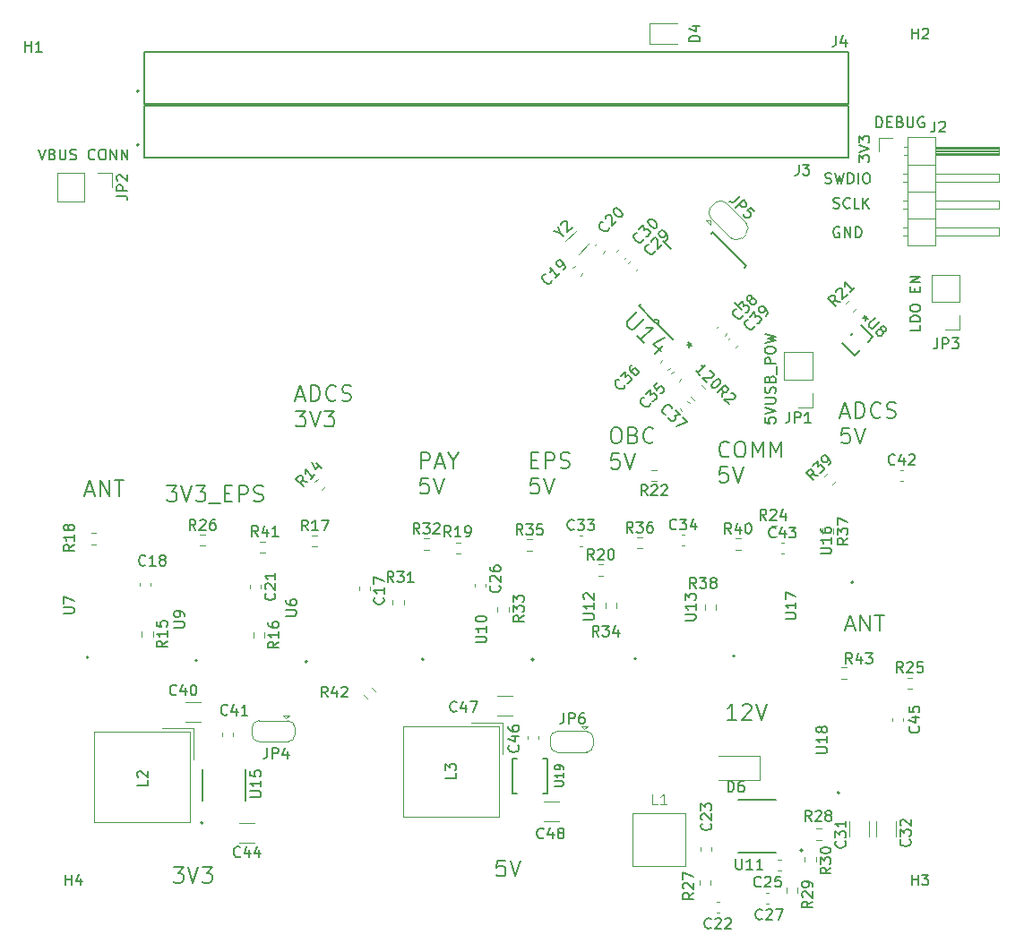
<source format=gbr>
%TF.GenerationSoftware,KiCad,Pcbnew,8.0.5*%
%TF.CreationDate,2024-10-21T02:11:06+05:30*%
%TF.ProjectId,EPS_PDB,4550535f-5044-4422-9e6b-696361645f70,rev?*%
%TF.SameCoordinates,Original*%
%TF.FileFunction,Legend,Top*%
%TF.FilePolarity,Positive*%
%FSLAX46Y46*%
G04 Gerber Fmt 4.6, Leading zero omitted, Abs format (unit mm)*
G04 Created by KiCad (PCBNEW 8.0.5) date 2024-10-21 02:11:06*
%MOMM*%
%LPD*%
G01*
G04 APERTURE LIST*
%ADD10C,0.150000*%
%ADD11C,0.200000*%
%ADD12C,0.100000*%
%ADD13C,0.120000*%
%ADD14C,0.152400*%
%ADD15C,0.127000*%
G04 APERTURE END LIST*
D10*
X184626819Y-84752030D02*
X184626819Y-85228220D01*
X184626819Y-85228220D02*
X185103009Y-85275839D01*
X185103009Y-85275839D02*
X185055390Y-85228220D01*
X185055390Y-85228220D02*
X185007771Y-85132982D01*
X185007771Y-85132982D02*
X185007771Y-84894887D01*
X185007771Y-84894887D02*
X185055390Y-84799649D01*
X185055390Y-84799649D02*
X185103009Y-84752030D01*
X185103009Y-84752030D02*
X185198247Y-84704411D01*
X185198247Y-84704411D02*
X185436342Y-84704411D01*
X185436342Y-84704411D02*
X185531580Y-84752030D01*
X185531580Y-84752030D02*
X185579200Y-84799649D01*
X185579200Y-84799649D02*
X185626819Y-84894887D01*
X185626819Y-84894887D02*
X185626819Y-85132982D01*
X185626819Y-85132982D02*
X185579200Y-85228220D01*
X185579200Y-85228220D02*
X185531580Y-85275839D01*
X184626819Y-84418696D02*
X185626819Y-84085363D01*
X185626819Y-84085363D02*
X184626819Y-83752030D01*
X184626819Y-83418696D02*
X185436342Y-83418696D01*
X185436342Y-83418696D02*
X185531580Y-83371077D01*
X185531580Y-83371077D02*
X185579200Y-83323458D01*
X185579200Y-83323458D02*
X185626819Y-83228220D01*
X185626819Y-83228220D02*
X185626819Y-83037744D01*
X185626819Y-83037744D02*
X185579200Y-82942506D01*
X185579200Y-82942506D02*
X185531580Y-82894887D01*
X185531580Y-82894887D02*
X185436342Y-82847268D01*
X185436342Y-82847268D02*
X184626819Y-82847268D01*
X185579200Y-82418696D02*
X185626819Y-82275839D01*
X185626819Y-82275839D02*
X185626819Y-82037744D01*
X185626819Y-82037744D02*
X185579200Y-81942506D01*
X185579200Y-81942506D02*
X185531580Y-81894887D01*
X185531580Y-81894887D02*
X185436342Y-81847268D01*
X185436342Y-81847268D02*
X185341104Y-81847268D01*
X185341104Y-81847268D02*
X185245866Y-81894887D01*
X185245866Y-81894887D02*
X185198247Y-81942506D01*
X185198247Y-81942506D02*
X185150628Y-82037744D01*
X185150628Y-82037744D02*
X185103009Y-82228220D01*
X185103009Y-82228220D02*
X185055390Y-82323458D01*
X185055390Y-82323458D02*
X185007771Y-82371077D01*
X185007771Y-82371077D02*
X184912533Y-82418696D01*
X184912533Y-82418696D02*
X184817295Y-82418696D01*
X184817295Y-82418696D02*
X184722057Y-82371077D01*
X184722057Y-82371077D02*
X184674438Y-82323458D01*
X184674438Y-82323458D02*
X184626819Y-82228220D01*
X184626819Y-82228220D02*
X184626819Y-81990125D01*
X184626819Y-81990125D02*
X184674438Y-81847268D01*
X185103009Y-81085363D02*
X185150628Y-80942506D01*
X185150628Y-80942506D02*
X185198247Y-80894887D01*
X185198247Y-80894887D02*
X185293485Y-80847268D01*
X185293485Y-80847268D02*
X185436342Y-80847268D01*
X185436342Y-80847268D02*
X185531580Y-80894887D01*
X185531580Y-80894887D02*
X185579200Y-80942506D01*
X185579200Y-80942506D02*
X185626819Y-81037744D01*
X185626819Y-81037744D02*
X185626819Y-81418696D01*
X185626819Y-81418696D02*
X184626819Y-81418696D01*
X184626819Y-81418696D02*
X184626819Y-81085363D01*
X184626819Y-81085363D02*
X184674438Y-80990125D01*
X184674438Y-80990125D02*
X184722057Y-80942506D01*
X184722057Y-80942506D02*
X184817295Y-80894887D01*
X184817295Y-80894887D02*
X184912533Y-80894887D01*
X184912533Y-80894887D02*
X185007771Y-80942506D01*
X185007771Y-80942506D02*
X185055390Y-80990125D01*
X185055390Y-80990125D02*
X185103009Y-81085363D01*
X185103009Y-81085363D02*
X185103009Y-81418696D01*
X185722057Y-80656792D02*
X185722057Y-79894887D01*
X185626819Y-79656791D02*
X184626819Y-79656791D01*
X184626819Y-79656791D02*
X184626819Y-79275839D01*
X184626819Y-79275839D02*
X184674438Y-79180601D01*
X184674438Y-79180601D02*
X184722057Y-79132982D01*
X184722057Y-79132982D02*
X184817295Y-79085363D01*
X184817295Y-79085363D02*
X184960152Y-79085363D01*
X184960152Y-79085363D02*
X185055390Y-79132982D01*
X185055390Y-79132982D02*
X185103009Y-79180601D01*
X185103009Y-79180601D02*
X185150628Y-79275839D01*
X185150628Y-79275839D02*
X185150628Y-79656791D01*
X184626819Y-78466315D02*
X184626819Y-78275839D01*
X184626819Y-78275839D02*
X184674438Y-78180601D01*
X184674438Y-78180601D02*
X184769676Y-78085363D01*
X184769676Y-78085363D02*
X184960152Y-78037744D01*
X184960152Y-78037744D02*
X185293485Y-78037744D01*
X185293485Y-78037744D02*
X185483961Y-78085363D01*
X185483961Y-78085363D02*
X185579200Y-78180601D01*
X185579200Y-78180601D02*
X185626819Y-78275839D01*
X185626819Y-78275839D02*
X185626819Y-78466315D01*
X185626819Y-78466315D02*
X185579200Y-78561553D01*
X185579200Y-78561553D02*
X185483961Y-78656791D01*
X185483961Y-78656791D02*
X185293485Y-78704410D01*
X185293485Y-78704410D02*
X184960152Y-78704410D01*
X184960152Y-78704410D02*
X184769676Y-78656791D01*
X184769676Y-78656791D02*
X184674438Y-78561553D01*
X184674438Y-78561553D02*
X184626819Y-78466315D01*
X184626819Y-77704410D02*
X185626819Y-77466315D01*
X185626819Y-77466315D02*
X184912533Y-77275839D01*
X184912533Y-77275839D02*
X185626819Y-77085363D01*
X185626819Y-77085363D02*
X184626819Y-76847268D01*
D11*
X192299292Y-104467457D02*
X193013578Y-104467457D01*
X192156435Y-104896028D02*
X192656435Y-103396028D01*
X192656435Y-103396028D02*
X193156435Y-104896028D01*
X193656434Y-104896028D02*
X193656434Y-103396028D01*
X193656434Y-103396028D02*
X194513577Y-104896028D01*
X194513577Y-104896028D02*
X194513577Y-103396028D01*
X195013578Y-103396028D02*
X195870721Y-103396028D01*
X195442149Y-104896028D02*
X195442149Y-103396028D01*
X191849292Y-84352541D02*
X192563578Y-84352541D01*
X191706435Y-84781112D02*
X192206435Y-83281112D01*
X192206435Y-83281112D02*
X192706435Y-84781112D01*
X193206434Y-84781112D02*
X193206434Y-83281112D01*
X193206434Y-83281112D02*
X193563577Y-83281112D01*
X193563577Y-83281112D02*
X193777863Y-83352541D01*
X193777863Y-83352541D02*
X193920720Y-83495398D01*
X193920720Y-83495398D02*
X193992149Y-83638255D01*
X193992149Y-83638255D02*
X194063577Y-83923969D01*
X194063577Y-83923969D02*
X194063577Y-84138255D01*
X194063577Y-84138255D02*
X193992149Y-84423969D01*
X193992149Y-84423969D02*
X193920720Y-84566826D01*
X193920720Y-84566826D02*
X193777863Y-84709684D01*
X193777863Y-84709684D02*
X193563577Y-84781112D01*
X193563577Y-84781112D02*
X193206434Y-84781112D01*
X195563577Y-84638255D02*
X195492149Y-84709684D01*
X195492149Y-84709684D02*
X195277863Y-84781112D01*
X195277863Y-84781112D02*
X195135006Y-84781112D01*
X195135006Y-84781112D02*
X194920720Y-84709684D01*
X194920720Y-84709684D02*
X194777863Y-84566826D01*
X194777863Y-84566826D02*
X194706434Y-84423969D01*
X194706434Y-84423969D02*
X194635006Y-84138255D01*
X194635006Y-84138255D02*
X194635006Y-83923969D01*
X194635006Y-83923969D02*
X194706434Y-83638255D01*
X194706434Y-83638255D02*
X194777863Y-83495398D01*
X194777863Y-83495398D02*
X194920720Y-83352541D01*
X194920720Y-83352541D02*
X195135006Y-83281112D01*
X195135006Y-83281112D02*
X195277863Y-83281112D01*
X195277863Y-83281112D02*
X195492149Y-83352541D01*
X195492149Y-83352541D02*
X195563577Y-83423969D01*
X196135006Y-84709684D02*
X196349292Y-84781112D01*
X196349292Y-84781112D02*
X196706434Y-84781112D01*
X196706434Y-84781112D02*
X196849292Y-84709684D01*
X196849292Y-84709684D02*
X196920720Y-84638255D01*
X196920720Y-84638255D02*
X196992149Y-84495398D01*
X196992149Y-84495398D02*
X196992149Y-84352541D01*
X196992149Y-84352541D02*
X196920720Y-84209684D01*
X196920720Y-84209684D02*
X196849292Y-84138255D01*
X196849292Y-84138255D02*
X196706434Y-84066826D01*
X196706434Y-84066826D02*
X196420720Y-83995398D01*
X196420720Y-83995398D02*
X196277863Y-83923969D01*
X196277863Y-83923969D02*
X196206434Y-83852541D01*
X196206434Y-83852541D02*
X196135006Y-83709684D01*
X196135006Y-83709684D02*
X196135006Y-83566826D01*
X196135006Y-83566826D02*
X196206434Y-83423969D01*
X196206434Y-83423969D02*
X196277863Y-83352541D01*
X196277863Y-83352541D02*
X196420720Y-83281112D01*
X196420720Y-83281112D02*
X196777863Y-83281112D01*
X196777863Y-83281112D02*
X196992149Y-83352541D01*
X192635006Y-85696028D02*
X191920720Y-85696028D01*
X191920720Y-85696028D02*
X191849292Y-86410314D01*
X191849292Y-86410314D02*
X191920720Y-86338885D01*
X191920720Y-86338885D02*
X192063578Y-86267457D01*
X192063578Y-86267457D02*
X192420720Y-86267457D01*
X192420720Y-86267457D02*
X192563578Y-86338885D01*
X192563578Y-86338885D02*
X192635006Y-86410314D01*
X192635006Y-86410314D02*
X192706435Y-86553171D01*
X192706435Y-86553171D02*
X192706435Y-86910314D01*
X192706435Y-86910314D02*
X192635006Y-87053171D01*
X192635006Y-87053171D02*
X192563578Y-87124600D01*
X192563578Y-87124600D02*
X192420720Y-87196028D01*
X192420720Y-87196028D02*
X192063578Y-87196028D01*
X192063578Y-87196028D02*
X191920720Y-87124600D01*
X191920720Y-87124600D02*
X191849292Y-87053171D01*
X193135006Y-85696028D02*
X193635006Y-87196028D01*
X193635006Y-87196028D02*
X194135006Y-85696028D01*
X181227863Y-88338255D02*
X181156435Y-88409684D01*
X181156435Y-88409684D02*
X180942149Y-88481112D01*
X180942149Y-88481112D02*
X180799292Y-88481112D01*
X180799292Y-88481112D02*
X180585006Y-88409684D01*
X180585006Y-88409684D02*
X180442149Y-88266826D01*
X180442149Y-88266826D02*
X180370720Y-88123969D01*
X180370720Y-88123969D02*
X180299292Y-87838255D01*
X180299292Y-87838255D02*
X180299292Y-87623969D01*
X180299292Y-87623969D02*
X180370720Y-87338255D01*
X180370720Y-87338255D02*
X180442149Y-87195398D01*
X180442149Y-87195398D02*
X180585006Y-87052541D01*
X180585006Y-87052541D02*
X180799292Y-86981112D01*
X180799292Y-86981112D02*
X180942149Y-86981112D01*
X180942149Y-86981112D02*
X181156435Y-87052541D01*
X181156435Y-87052541D02*
X181227863Y-87123969D01*
X182156435Y-86981112D02*
X182442149Y-86981112D01*
X182442149Y-86981112D02*
X182585006Y-87052541D01*
X182585006Y-87052541D02*
X182727863Y-87195398D01*
X182727863Y-87195398D02*
X182799292Y-87481112D01*
X182799292Y-87481112D02*
X182799292Y-87981112D01*
X182799292Y-87981112D02*
X182727863Y-88266826D01*
X182727863Y-88266826D02*
X182585006Y-88409684D01*
X182585006Y-88409684D02*
X182442149Y-88481112D01*
X182442149Y-88481112D02*
X182156435Y-88481112D01*
X182156435Y-88481112D02*
X182013578Y-88409684D01*
X182013578Y-88409684D02*
X181870720Y-88266826D01*
X181870720Y-88266826D02*
X181799292Y-87981112D01*
X181799292Y-87981112D02*
X181799292Y-87481112D01*
X181799292Y-87481112D02*
X181870720Y-87195398D01*
X181870720Y-87195398D02*
X182013578Y-87052541D01*
X182013578Y-87052541D02*
X182156435Y-86981112D01*
X183442149Y-88481112D02*
X183442149Y-86981112D01*
X183442149Y-86981112D02*
X183942149Y-88052541D01*
X183942149Y-88052541D02*
X184442149Y-86981112D01*
X184442149Y-86981112D02*
X184442149Y-88481112D01*
X185156435Y-88481112D02*
X185156435Y-86981112D01*
X185156435Y-86981112D02*
X185656435Y-88052541D01*
X185656435Y-88052541D02*
X186156435Y-86981112D01*
X186156435Y-86981112D02*
X186156435Y-88481112D01*
X181085006Y-89396028D02*
X180370720Y-89396028D01*
X180370720Y-89396028D02*
X180299292Y-90110314D01*
X180299292Y-90110314D02*
X180370720Y-90038885D01*
X180370720Y-90038885D02*
X180513578Y-89967457D01*
X180513578Y-89967457D02*
X180870720Y-89967457D01*
X180870720Y-89967457D02*
X181013578Y-90038885D01*
X181013578Y-90038885D02*
X181085006Y-90110314D01*
X181085006Y-90110314D02*
X181156435Y-90253171D01*
X181156435Y-90253171D02*
X181156435Y-90610314D01*
X181156435Y-90610314D02*
X181085006Y-90753171D01*
X181085006Y-90753171D02*
X181013578Y-90824600D01*
X181013578Y-90824600D02*
X180870720Y-90896028D01*
X180870720Y-90896028D02*
X180513578Y-90896028D01*
X180513578Y-90896028D02*
X180370720Y-90824600D01*
X180370720Y-90824600D02*
X180299292Y-90753171D01*
X181585006Y-89396028D02*
X182085006Y-90896028D01*
X182085006Y-90896028D02*
X182585006Y-89396028D01*
X170431435Y-85681112D02*
X170717149Y-85681112D01*
X170717149Y-85681112D02*
X170860006Y-85752541D01*
X170860006Y-85752541D02*
X171002863Y-85895398D01*
X171002863Y-85895398D02*
X171074292Y-86181112D01*
X171074292Y-86181112D02*
X171074292Y-86681112D01*
X171074292Y-86681112D02*
X171002863Y-86966826D01*
X171002863Y-86966826D02*
X170860006Y-87109684D01*
X170860006Y-87109684D02*
X170717149Y-87181112D01*
X170717149Y-87181112D02*
X170431435Y-87181112D01*
X170431435Y-87181112D02*
X170288578Y-87109684D01*
X170288578Y-87109684D02*
X170145720Y-86966826D01*
X170145720Y-86966826D02*
X170074292Y-86681112D01*
X170074292Y-86681112D02*
X170074292Y-86181112D01*
X170074292Y-86181112D02*
X170145720Y-85895398D01*
X170145720Y-85895398D02*
X170288578Y-85752541D01*
X170288578Y-85752541D02*
X170431435Y-85681112D01*
X172217149Y-86395398D02*
X172431435Y-86466826D01*
X172431435Y-86466826D02*
X172502864Y-86538255D01*
X172502864Y-86538255D02*
X172574292Y-86681112D01*
X172574292Y-86681112D02*
X172574292Y-86895398D01*
X172574292Y-86895398D02*
X172502864Y-87038255D01*
X172502864Y-87038255D02*
X172431435Y-87109684D01*
X172431435Y-87109684D02*
X172288578Y-87181112D01*
X172288578Y-87181112D02*
X171717149Y-87181112D01*
X171717149Y-87181112D02*
X171717149Y-85681112D01*
X171717149Y-85681112D02*
X172217149Y-85681112D01*
X172217149Y-85681112D02*
X172360007Y-85752541D01*
X172360007Y-85752541D02*
X172431435Y-85823969D01*
X172431435Y-85823969D02*
X172502864Y-85966826D01*
X172502864Y-85966826D02*
X172502864Y-86109684D01*
X172502864Y-86109684D02*
X172431435Y-86252541D01*
X172431435Y-86252541D02*
X172360007Y-86323969D01*
X172360007Y-86323969D02*
X172217149Y-86395398D01*
X172217149Y-86395398D02*
X171717149Y-86395398D01*
X174074292Y-87038255D02*
X174002864Y-87109684D01*
X174002864Y-87109684D02*
X173788578Y-87181112D01*
X173788578Y-87181112D02*
X173645721Y-87181112D01*
X173645721Y-87181112D02*
X173431435Y-87109684D01*
X173431435Y-87109684D02*
X173288578Y-86966826D01*
X173288578Y-86966826D02*
X173217149Y-86823969D01*
X173217149Y-86823969D02*
X173145721Y-86538255D01*
X173145721Y-86538255D02*
X173145721Y-86323969D01*
X173145721Y-86323969D02*
X173217149Y-86038255D01*
X173217149Y-86038255D02*
X173288578Y-85895398D01*
X173288578Y-85895398D02*
X173431435Y-85752541D01*
X173431435Y-85752541D02*
X173645721Y-85681112D01*
X173645721Y-85681112D02*
X173788578Y-85681112D01*
X173788578Y-85681112D02*
X174002864Y-85752541D01*
X174002864Y-85752541D02*
X174074292Y-85823969D01*
X170860006Y-88096028D02*
X170145720Y-88096028D01*
X170145720Y-88096028D02*
X170074292Y-88810314D01*
X170074292Y-88810314D02*
X170145720Y-88738885D01*
X170145720Y-88738885D02*
X170288578Y-88667457D01*
X170288578Y-88667457D02*
X170645720Y-88667457D01*
X170645720Y-88667457D02*
X170788578Y-88738885D01*
X170788578Y-88738885D02*
X170860006Y-88810314D01*
X170860006Y-88810314D02*
X170931435Y-88953171D01*
X170931435Y-88953171D02*
X170931435Y-89310314D01*
X170931435Y-89310314D02*
X170860006Y-89453171D01*
X170860006Y-89453171D02*
X170788578Y-89524600D01*
X170788578Y-89524600D02*
X170645720Y-89596028D01*
X170645720Y-89596028D02*
X170288578Y-89596028D01*
X170288578Y-89596028D02*
X170145720Y-89524600D01*
X170145720Y-89524600D02*
X170074292Y-89453171D01*
X171360006Y-88096028D02*
X171860006Y-89596028D01*
X171860006Y-89596028D02*
X172360006Y-88096028D01*
X162520720Y-88745398D02*
X163020720Y-88745398D01*
X163235006Y-89531112D02*
X162520720Y-89531112D01*
X162520720Y-89531112D02*
X162520720Y-88031112D01*
X162520720Y-88031112D02*
X163235006Y-88031112D01*
X163877863Y-89531112D02*
X163877863Y-88031112D01*
X163877863Y-88031112D02*
X164449292Y-88031112D01*
X164449292Y-88031112D02*
X164592149Y-88102541D01*
X164592149Y-88102541D02*
X164663578Y-88173969D01*
X164663578Y-88173969D02*
X164735006Y-88316826D01*
X164735006Y-88316826D02*
X164735006Y-88531112D01*
X164735006Y-88531112D02*
X164663578Y-88673969D01*
X164663578Y-88673969D02*
X164592149Y-88745398D01*
X164592149Y-88745398D02*
X164449292Y-88816826D01*
X164449292Y-88816826D02*
X163877863Y-88816826D01*
X165306435Y-89459684D02*
X165520721Y-89531112D01*
X165520721Y-89531112D02*
X165877863Y-89531112D01*
X165877863Y-89531112D02*
X166020721Y-89459684D01*
X166020721Y-89459684D02*
X166092149Y-89388255D01*
X166092149Y-89388255D02*
X166163578Y-89245398D01*
X166163578Y-89245398D02*
X166163578Y-89102541D01*
X166163578Y-89102541D02*
X166092149Y-88959684D01*
X166092149Y-88959684D02*
X166020721Y-88888255D01*
X166020721Y-88888255D02*
X165877863Y-88816826D01*
X165877863Y-88816826D02*
X165592149Y-88745398D01*
X165592149Y-88745398D02*
X165449292Y-88673969D01*
X165449292Y-88673969D02*
X165377863Y-88602541D01*
X165377863Y-88602541D02*
X165306435Y-88459684D01*
X165306435Y-88459684D02*
X165306435Y-88316826D01*
X165306435Y-88316826D02*
X165377863Y-88173969D01*
X165377863Y-88173969D02*
X165449292Y-88102541D01*
X165449292Y-88102541D02*
X165592149Y-88031112D01*
X165592149Y-88031112D02*
X165949292Y-88031112D01*
X165949292Y-88031112D02*
X166163578Y-88102541D01*
X163235006Y-90446028D02*
X162520720Y-90446028D01*
X162520720Y-90446028D02*
X162449292Y-91160314D01*
X162449292Y-91160314D02*
X162520720Y-91088885D01*
X162520720Y-91088885D02*
X162663578Y-91017457D01*
X162663578Y-91017457D02*
X163020720Y-91017457D01*
X163020720Y-91017457D02*
X163163578Y-91088885D01*
X163163578Y-91088885D02*
X163235006Y-91160314D01*
X163235006Y-91160314D02*
X163306435Y-91303171D01*
X163306435Y-91303171D02*
X163306435Y-91660314D01*
X163306435Y-91660314D02*
X163235006Y-91803171D01*
X163235006Y-91803171D02*
X163163578Y-91874600D01*
X163163578Y-91874600D02*
X163020720Y-91946028D01*
X163020720Y-91946028D02*
X162663578Y-91946028D01*
X162663578Y-91946028D02*
X162520720Y-91874600D01*
X162520720Y-91874600D02*
X162449292Y-91803171D01*
X163735006Y-90446028D02*
X164235006Y-91946028D01*
X164235006Y-91946028D02*
X164735006Y-90446028D01*
X152095720Y-89531112D02*
X152095720Y-88031112D01*
X152095720Y-88031112D02*
X152667149Y-88031112D01*
X152667149Y-88031112D02*
X152810006Y-88102541D01*
X152810006Y-88102541D02*
X152881435Y-88173969D01*
X152881435Y-88173969D02*
X152952863Y-88316826D01*
X152952863Y-88316826D02*
X152952863Y-88531112D01*
X152952863Y-88531112D02*
X152881435Y-88673969D01*
X152881435Y-88673969D02*
X152810006Y-88745398D01*
X152810006Y-88745398D02*
X152667149Y-88816826D01*
X152667149Y-88816826D02*
X152095720Y-88816826D01*
X153524292Y-89102541D02*
X154238578Y-89102541D01*
X153381435Y-89531112D02*
X153881435Y-88031112D01*
X153881435Y-88031112D02*
X154381435Y-89531112D01*
X155167149Y-88816826D02*
X155167149Y-89531112D01*
X154667149Y-88031112D02*
X155167149Y-88816826D01*
X155167149Y-88816826D02*
X155667149Y-88031112D01*
X152810006Y-90446028D02*
X152095720Y-90446028D01*
X152095720Y-90446028D02*
X152024292Y-91160314D01*
X152024292Y-91160314D02*
X152095720Y-91088885D01*
X152095720Y-91088885D02*
X152238578Y-91017457D01*
X152238578Y-91017457D02*
X152595720Y-91017457D01*
X152595720Y-91017457D02*
X152738578Y-91088885D01*
X152738578Y-91088885D02*
X152810006Y-91160314D01*
X152810006Y-91160314D02*
X152881435Y-91303171D01*
X152881435Y-91303171D02*
X152881435Y-91660314D01*
X152881435Y-91660314D02*
X152810006Y-91803171D01*
X152810006Y-91803171D02*
X152738578Y-91874600D01*
X152738578Y-91874600D02*
X152595720Y-91946028D01*
X152595720Y-91946028D02*
X152238578Y-91946028D01*
X152238578Y-91946028D02*
X152095720Y-91874600D01*
X152095720Y-91874600D02*
X152024292Y-91803171D01*
X153310006Y-90446028D02*
X153810006Y-91946028D01*
X153810006Y-91946028D02*
X154310006Y-90446028D01*
X140374292Y-82752541D02*
X141088578Y-82752541D01*
X140231435Y-83181112D02*
X140731435Y-81681112D01*
X140731435Y-81681112D02*
X141231435Y-83181112D01*
X141731434Y-83181112D02*
X141731434Y-81681112D01*
X141731434Y-81681112D02*
X142088577Y-81681112D01*
X142088577Y-81681112D02*
X142302863Y-81752541D01*
X142302863Y-81752541D02*
X142445720Y-81895398D01*
X142445720Y-81895398D02*
X142517149Y-82038255D01*
X142517149Y-82038255D02*
X142588577Y-82323969D01*
X142588577Y-82323969D02*
X142588577Y-82538255D01*
X142588577Y-82538255D02*
X142517149Y-82823969D01*
X142517149Y-82823969D02*
X142445720Y-82966826D01*
X142445720Y-82966826D02*
X142302863Y-83109684D01*
X142302863Y-83109684D02*
X142088577Y-83181112D01*
X142088577Y-83181112D02*
X141731434Y-83181112D01*
X144088577Y-83038255D02*
X144017149Y-83109684D01*
X144017149Y-83109684D02*
X143802863Y-83181112D01*
X143802863Y-83181112D02*
X143660006Y-83181112D01*
X143660006Y-83181112D02*
X143445720Y-83109684D01*
X143445720Y-83109684D02*
X143302863Y-82966826D01*
X143302863Y-82966826D02*
X143231434Y-82823969D01*
X143231434Y-82823969D02*
X143160006Y-82538255D01*
X143160006Y-82538255D02*
X143160006Y-82323969D01*
X143160006Y-82323969D02*
X143231434Y-82038255D01*
X143231434Y-82038255D02*
X143302863Y-81895398D01*
X143302863Y-81895398D02*
X143445720Y-81752541D01*
X143445720Y-81752541D02*
X143660006Y-81681112D01*
X143660006Y-81681112D02*
X143802863Y-81681112D01*
X143802863Y-81681112D02*
X144017149Y-81752541D01*
X144017149Y-81752541D02*
X144088577Y-81823969D01*
X144660006Y-83109684D02*
X144874292Y-83181112D01*
X144874292Y-83181112D02*
X145231434Y-83181112D01*
X145231434Y-83181112D02*
X145374292Y-83109684D01*
X145374292Y-83109684D02*
X145445720Y-83038255D01*
X145445720Y-83038255D02*
X145517149Y-82895398D01*
X145517149Y-82895398D02*
X145517149Y-82752541D01*
X145517149Y-82752541D02*
X145445720Y-82609684D01*
X145445720Y-82609684D02*
X145374292Y-82538255D01*
X145374292Y-82538255D02*
X145231434Y-82466826D01*
X145231434Y-82466826D02*
X144945720Y-82395398D01*
X144945720Y-82395398D02*
X144802863Y-82323969D01*
X144802863Y-82323969D02*
X144731434Y-82252541D01*
X144731434Y-82252541D02*
X144660006Y-82109684D01*
X144660006Y-82109684D02*
X144660006Y-81966826D01*
X144660006Y-81966826D02*
X144731434Y-81823969D01*
X144731434Y-81823969D02*
X144802863Y-81752541D01*
X144802863Y-81752541D02*
X144945720Y-81681112D01*
X144945720Y-81681112D02*
X145302863Y-81681112D01*
X145302863Y-81681112D02*
X145517149Y-81752541D01*
X140302863Y-84096028D02*
X141231435Y-84096028D01*
X141231435Y-84096028D02*
X140731435Y-84667457D01*
X140731435Y-84667457D02*
X140945720Y-84667457D01*
X140945720Y-84667457D02*
X141088578Y-84738885D01*
X141088578Y-84738885D02*
X141160006Y-84810314D01*
X141160006Y-84810314D02*
X141231435Y-84953171D01*
X141231435Y-84953171D02*
X141231435Y-85310314D01*
X141231435Y-85310314D02*
X141160006Y-85453171D01*
X141160006Y-85453171D02*
X141088578Y-85524600D01*
X141088578Y-85524600D02*
X140945720Y-85596028D01*
X140945720Y-85596028D02*
X140517149Y-85596028D01*
X140517149Y-85596028D02*
X140374292Y-85524600D01*
X140374292Y-85524600D02*
X140302863Y-85453171D01*
X141660006Y-84096028D02*
X142160006Y-85596028D01*
X142160006Y-85596028D02*
X142660006Y-84096028D01*
X143017148Y-84096028D02*
X143945720Y-84096028D01*
X143945720Y-84096028D02*
X143445720Y-84667457D01*
X143445720Y-84667457D02*
X143660005Y-84667457D01*
X143660005Y-84667457D02*
X143802863Y-84738885D01*
X143802863Y-84738885D02*
X143874291Y-84810314D01*
X143874291Y-84810314D02*
X143945720Y-84953171D01*
X143945720Y-84953171D02*
X143945720Y-85310314D01*
X143945720Y-85310314D02*
X143874291Y-85453171D01*
X143874291Y-85453171D02*
X143802863Y-85524600D01*
X143802863Y-85524600D02*
X143660005Y-85596028D01*
X143660005Y-85596028D02*
X143231434Y-85596028D01*
X143231434Y-85596028D02*
X143088577Y-85524600D01*
X143088577Y-85524600D02*
X143017148Y-85453171D01*
X128127863Y-91171028D02*
X129056435Y-91171028D01*
X129056435Y-91171028D02*
X128556435Y-91742457D01*
X128556435Y-91742457D02*
X128770720Y-91742457D01*
X128770720Y-91742457D02*
X128913578Y-91813885D01*
X128913578Y-91813885D02*
X128985006Y-91885314D01*
X128985006Y-91885314D02*
X129056435Y-92028171D01*
X129056435Y-92028171D02*
X129056435Y-92385314D01*
X129056435Y-92385314D02*
X128985006Y-92528171D01*
X128985006Y-92528171D02*
X128913578Y-92599600D01*
X128913578Y-92599600D02*
X128770720Y-92671028D01*
X128770720Y-92671028D02*
X128342149Y-92671028D01*
X128342149Y-92671028D02*
X128199292Y-92599600D01*
X128199292Y-92599600D02*
X128127863Y-92528171D01*
X129485006Y-91171028D02*
X129985006Y-92671028D01*
X129985006Y-92671028D02*
X130485006Y-91171028D01*
X130842148Y-91171028D02*
X131770720Y-91171028D01*
X131770720Y-91171028D02*
X131270720Y-91742457D01*
X131270720Y-91742457D02*
X131485005Y-91742457D01*
X131485005Y-91742457D02*
X131627863Y-91813885D01*
X131627863Y-91813885D02*
X131699291Y-91885314D01*
X131699291Y-91885314D02*
X131770720Y-92028171D01*
X131770720Y-92028171D02*
X131770720Y-92385314D01*
X131770720Y-92385314D02*
X131699291Y-92528171D01*
X131699291Y-92528171D02*
X131627863Y-92599600D01*
X131627863Y-92599600D02*
X131485005Y-92671028D01*
X131485005Y-92671028D02*
X131056434Y-92671028D01*
X131056434Y-92671028D02*
X130913577Y-92599600D01*
X130913577Y-92599600D02*
X130842148Y-92528171D01*
X132056434Y-92813885D02*
X133199291Y-92813885D01*
X133556433Y-91885314D02*
X134056433Y-91885314D01*
X134270719Y-92671028D02*
X133556433Y-92671028D01*
X133556433Y-92671028D02*
X133556433Y-91171028D01*
X133556433Y-91171028D02*
X134270719Y-91171028D01*
X134913576Y-92671028D02*
X134913576Y-91171028D01*
X134913576Y-91171028D02*
X135485005Y-91171028D01*
X135485005Y-91171028D02*
X135627862Y-91242457D01*
X135627862Y-91242457D02*
X135699291Y-91313885D01*
X135699291Y-91313885D02*
X135770719Y-91456742D01*
X135770719Y-91456742D02*
X135770719Y-91671028D01*
X135770719Y-91671028D02*
X135699291Y-91813885D01*
X135699291Y-91813885D02*
X135627862Y-91885314D01*
X135627862Y-91885314D02*
X135485005Y-91956742D01*
X135485005Y-91956742D02*
X134913576Y-91956742D01*
X136342148Y-92599600D02*
X136556434Y-92671028D01*
X136556434Y-92671028D02*
X136913576Y-92671028D01*
X136913576Y-92671028D02*
X137056434Y-92599600D01*
X137056434Y-92599600D02*
X137127862Y-92528171D01*
X137127862Y-92528171D02*
X137199291Y-92385314D01*
X137199291Y-92385314D02*
X137199291Y-92242457D01*
X137199291Y-92242457D02*
X137127862Y-92099600D01*
X137127862Y-92099600D02*
X137056434Y-92028171D01*
X137056434Y-92028171D02*
X136913576Y-91956742D01*
X136913576Y-91956742D02*
X136627862Y-91885314D01*
X136627862Y-91885314D02*
X136485005Y-91813885D01*
X136485005Y-91813885D02*
X136413576Y-91742457D01*
X136413576Y-91742457D02*
X136342148Y-91599600D01*
X136342148Y-91599600D02*
X136342148Y-91456742D01*
X136342148Y-91456742D02*
X136413576Y-91313885D01*
X136413576Y-91313885D02*
X136485005Y-91242457D01*
X136485005Y-91242457D02*
X136627862Y-91171028D01*
X136627862Y-91171028D02*
X136985005Y-91171028D01*
X136985005Y-91171028D02*
X137199291Y-91242457D01*
X120424292Y-91742457D02*
X121138578Y-91742457D01*
X120281435Y-92171028D02*
X120781435Y-90671028D01*
X120781435Y-90671028D02*
X121281435Y-92171028D01*
X121781434Y-92171028D02*
X121781434Y-90671028D01*
X121781434Y-90671028D02*
X122638577Y-92171028D01*
X122638577Y-92171028D02*
X122638577Y-90671028D01*
X123138578Y-90671028D02*
X123995721Y-90671028D01*
X123567149Y-92171028D02*
X123567149Y-90671028D01*
X181931435Y-113296028D02*
X181074292Y-113296028D01*
X181502863Y-113296028D02*
X181502863Y-111796028D01*
X181502863Y-111796028D02*
X181360006Y-112010314D01*
X181360006Y-112010314D02*
X181217149Y-112153171D01*
X181217149Y-112153171D02*
X181074292Y-112224600D01*
X182502863Y-111938885D02*
X182574291Y-111867457D01*
X182574291Y-111867457D02*
X182717149Y-111796028D01*
X182717149Y-111796028D02*
X183074291Y-111796028D01*
X183074291Y-111796028D02*
X183217149Y-111867457D01*
X183217149Y-111867457D02*
X183288577Y-111938885D01*
X183288577Y-111938885D02*
X183360006Y-112081742D01*
X183360006Y-112081742D02*
X183360006Y-112224600D01*
X183360006Y-112224600D02*
X183288577Y-112438885D01*
X183288577Y-112438885D02*
X182431434Y-113296028D01*
X182431434Y-113296028D02*
X183360006Y-113296028D01*
X183788577Y-111796028D02*
X184288577Y-113296028D01*
X184288577Y-113296028D02*
X184788577Y-111796028D01*
X160060006Y-126596028D02*
X159345720Y-126596028D01*
X159345720Y-126596028D02*
X159274292Y-127310314D01*
X159274292Y-127310314D02*
X159345720Y-127238885D01*
X159345720Y-127238885D02*
X159488578Y-127167457D01*
X159488578Y-127167457D02*
X159845720Y-127167457D01*
X159845720Y-127167457D02*
X159988578Y-127238885D01*
X159988578Y-127238885D02*
X160060006Y-127310314D01*
X160060006Y-127310314D02*
X160131435Y-127453171D01*
X160131435Y-127453171D02*
X160131435Y-127810314D01*
X160131435Y-127810314D02*
X160060006Y-127953171D01*
X160060006Y-127953171D02*
X159988578Y-128024600D01*
X159988578Y-128024600D02*
X159845720Y-128096028D01*
X159845720Y-128096028D02*
X159488578Y-128096028D01*
X159488578Y-128096028D02*
X159345720Y-128024600D01*
X159345720Y-128024600D02*
X159274292Y-127953171D01*
X160560006Y-126596028D02*
X161060006Y-128096028D01*
X161060006Y-128096028D02*
X161560006Y-126596028D01*
X128727863Y-127221028D02*
X129656435Y-127221028D01*
X129656435Y-127221028D02*
X129156435Y-127792457D01*
X129156435Y-127792457D02*
X129370720Y-127792457D01*
X129370720Y-127792457D02*
X129513578Y-127863885D01*
X129513578Y-127863885D02*
X129585006Y-127935314D01*
X129585006Y-127935314D02*
X129656435Y-128078171D01*
X129656435Y-128078171D02*
X129656435Y-128435314D01*
X129656435Y-128435314D02*
X129585006Y-128578171D01*
X129585006Y-128578171D02*
X129513578Y-128649600D01*
X129513578Y-128649600D02*
X129370720Y-128721028D01*
X129370720Y-128721028D02*
X128942149Y-128721028D01*
X128942149Y-128721028D02*
X128799292Y-128649600D01*
X128799292Y-128649600D02*
X128727863Y-128578171D01*
X130085006Y-127221028D02*
X130585006Y-128721028D01*
X130585006Y-128721028D02*
X131085006Y-127221028D01*
X131442148Y-127221028D02*
X132370720Y-127221028D01*
X132370720Y-127221028D02*
X131870720Y-127792457D01*
X131870720Y-127792457D02*
X132085005Y-127792457D01*
X132085005Y-127792457D02*
X132227863Y-127863885D01*
X132227863Y-127863885D02*
X132299291Y-127935314D01*
X132299291Y-127935314D02*
X132370720Y-128078171D01*
X132370720Y-128078171D02*
X132370720Y-128435314D01*
X132370720Y-128435314D02*
X132299291Y-128578171D01*
X132299291Y-128578171D02*
X132227863Y-128649600D01*
X132227863Y-128649600D02*
X132085005Y-128721028D01*
X132085005Y-128721028D02*
X131656434Y-128721028D01*
X131656434Y-128721028D02*
X131513577Y-128649600D01*
X131513577Y-128649600D02*
X131442148Y-128578171D01*
D10*
X195168779Y-57309819D02*
X195168779Y-56309819D01*
X195168779Y-56309819D02*
X195406874Y-56309819D01*
X195406874Y-56309819D02*
X195549731Y-56357438D01*
X195549731Y-56357438D02*
X195644969Y-56452676D01*
X195644969Y-56452676D02*
X195692588Y-56547914D01*
X195692588Y-56547914D02*
X195740207Y-56738390D01*
X195740207Y-56738390D02*
X195740207Y-56881247D01*
X195740207Y-56881247D02*
X195692588Y-57071723D01*
X195692588Y-57071723D02*
X195644969Y-57166961D01*
X195644969Y-57166961D02*
X195549731Y-57262200D01*
X195549731Y-57262200D02*
X195406874Y-57309819D01*
X195406874Y-57309819D02*
X195168779Y-57309819D01*
X196168779Y-56786009D02*
X196502112Y-56786009D01*
X196644969Y-57309819D02*
X196168779Y-57309819D01*
X196168779Y-57309819D02*
X196168779Y-56309819D01*
X196168779Y-56309819D02*
X196644969Y-56309819D01*
X197406874Y-56786009D02*
X197549731Y-56833628D01*
X197549731Y-56833628D02*
X197597350Y-56881247D01*
X197597350Y-56881247D02*
X197644969Y-56976485D01*
X197644969Y-56976485D02*
X197644969Y-57119342D01*
X197644969Y-57119342D02*
X197597350Y-57214580D01*
X197597350Y-57214580D02*
X197549731Y-57262200D01*
X197549731Y-57262200D02*
X197454493Y-57309819D01*
X197454493Y-57309819D02*
X197073541Y-57309819D01*
X197073541Y-57309819D02*
X197073541Y-56309819D01*
X197073541Y-56309819D02*
X197406874Y-56309819D01*
X197406874Y-56309819D02*
X197502112Y-56357438D01*
X197502112Y-56357438D02*
X197549731Y-56405057D01*
X197549731Y-56405057D02*
X197597350Y-56500295D01*
X197597350Y-56500295D02*
X197597350Y-56595533D01*
X197597350Y-56595533D02*
X197549731Y-56690771D01*
X197549731Y-56690771D02*
X197502112Y-56738390D01*
X197502112Y-56738390D02*
X197406874Y-56786009D01*
X197406874Y-56786009D02*
X197073541Y-56786009D01*
X198073541Y-56309819D02*
X198073541Y-57119342D01*
X198073541Y-57119342D02*
X198121160Y-57214580D01*
X198121160Y-57214580D02*
X198168779Y-57262200D01*
X198168779Y-57262200D02*
X198264017Y-57309819D01*
X198264017Y-57309819D02*
X198454493Y-57309819D01*
X198454493Y-57309819D02*
X198549731Y-57262200D01*
X198549731Y-57262200D02*
X198597350Y-57214580D01*
X198597350Y-57214580D02*
X198644969Y-57119342D01*
X198644969Y-57119342D02*
X198644969Y-56309819D01*
X199644969Y-56357438D02*
X199549731Y-56309819D01*
X199549731Y-56309819D02*
X199406874Y-56309819D01*
X199406874Y-56309819D02*
X199264017Y-56357438D01*
X199264017Y-56357438D02*
X199168779Y-56452676D01*
X199168779Y-56452676D02*
X199121160Y-56547914D01*
X199121160Y-56547914D02*
X199073541Y-56738390D01*
X199073541Y-56738390D02*
X199073541Y-56881247D01*
X199073541Y-56881247D02*
X199121160Y-57071723D01*
X199121160Y-57071723D02*
X199168779Y-57166961D01*
X199168779Y-57166961D02*
X199264017Y-57262200D01*
X199264017Y-57262200D02*
X199406874Y-57309819D01*
X199406874Y-57309819D02*
X199502112Y-57309819D01*
X199502112Y-57309819D02*
X199644969Y-57262200D01*
X199644969Y-57262200D02*
X199692588Y-57214580D01*
X199692588Y-57214580D02*
X199692588Y-56881247D01*
X199692588Y-56881247D02*
X199502112Y-56881247D01*
X191667588Y-66757438D02*
X191572350Y-66709819D01*
X191572350Y-66709819D02*
X191429493Y-66709819D01*
X191429493Y-66709819D02*
X191286636Y-66757438D01*
X191286636Y-66757438D02*
X191191398Y-66852676D01*
X191191398Y-66852676D02*
X191143779Y-66947914D01*
X191143779Y-66947914D02*
X191096160Y-67138390D01*
X191096160Y-67138390D02*
X191096160Y-67281247D01*
X191096160Y-67281247D02*
X191143779Y-67471723D01*
X191143779Y-67471723D02*
X191191398Y-67566961D01*
X191191398Y-67566961D02*
X191286636Y-67662200D01*
X191286636Y-67662200D02*
X191429493Y-67709819D01*
X191429493Y-67709819D02*
X191524731Y-67709819D01*
X191524731Y-67709819D02*
X191667588Y-67662200D01*
X191667588Y-67662200D02*
X191715207Y-67614580D01*
X191715207Y-67614580D02*
X191715207Y-67281247D01*
X191715207Y-67281247D02*
X191524731Y-67281247D01*
X192143779Y-67709819D02*
X192143779Y-66709819D01*
X192143779Y-66709819D02*
X192715207Y-67709819D01*
X192715207Y-67709819D02*
X192715207Y-66709819D01*
X193191398Y-67709819D02*
X193191398Y-66709819D01*
X193191398Y-66709819D02*
X193429493Y-66709819D01*
X193429493Y-66709819D02*
X193572350Y-66757438D01*
X193572350Y-66757438D02*
X193667588Y-66852676D01*
X193667588Y-66852676D02*
X193715207Y-66947914D01*
X193715207Y-66947914D02*
X193762826Y-67138390D01*
X193762826Y-67138390D02*
X193762826Y-67281247D01*
X193762826Y-67281247D02*
X193715207Y-67471723D01*
X193715207Y-67471723D02*
X193667588Y-67566961D01*
X193667588Y-67566961D02*
X193572350Y-67662200D01*
X193572350Y-67662200D02*
X193429493Y-67709819D01*
X193429493Y-67709819D02*
X193191398Y-67709819D01*
X191096160Y-64912200D02*
X191239017Y-64959819D01*
X191239017Y-64959819D02*
X191477112Y-64959819D01*
X191477112Y-64959819D02*
X191572350Y-64912200D01*
X191572350Y-64912200D02*
X191619969Y-64864580D01*
X191619969Y-64864580D02*
X191667588Y-64769342D01*
X191667588Y-64769342D02*
X191667588Y-64674104D01*
X191667588Y-64674104D02*
X191619969Y-64578866D01*
X191619969Y-64578866D02*
X191572350Y-64531247D01*
X191572350Y-64531247D02*
X191477112Y-64483628D01*
X191477112Y-64483628D02*
X191286636Y-64436009D01*
X191286636Y-64436009D02*
X191191398Y-64388390D01*
X191191398Y-64388390D02*
X191143779Y-64340771D01*
X191143779Y-64340771D02*
X191096160Y-64245533D01*
X191096160Y-64245533D02*
X191096160Y-64150295D01*
X191096160Y-64150295D02*
X191143779Y-64055057D01*
X191143779Y-64055057D02*
X191191398Y-64007438D01*
X191191398Y-64007438D02*
X191286636Y-63959819D01*
X191286636Y-63959819D02*
X191524731Y-63959819D01*
X191524731Y-63959819D02*
X191667588Y-64007438D01*
X192667588Y-64864580D02*
X192619969Y-64912200D01*
X192619969Y-64912200D02*
X192477112Y-64959819D01*
X192477112Y-64959819D02*
X192381874Y-64959819D01*
X192381874Y-64959819D02*
X192239017Y-64912200D01*
X192239017Y-64912200D02*
X192143779Y-64816961D01*
X192143779Y-64816961D02*
X192096160Y-64721723D01*
X192096160Y-64721723D02*
X192048541Y-64531247D01*
X192048541Y-64531247D02*
X192048541Y-64388390D01*
X192048541Y-64388390D02*
X192096160Y-64197914D01*
X192096160Y-64197914D02*
X192143779Y-64102676D01*
X192143779Y-64102676D02*
X192239017Y-64007438D01*
X192239017Y-64007438D02*
X192381874Y-63959819D01*
X192381874Y-63959819D02*
X192477112Y-63959819D01*
X192477112Y-63959819D02*
X192619969Y-64007438D01*
X192619969Y-64007438D02*
X192667588Y-64055057D01*
X193572350Y-64959819D02*
X193096160Y-64959819D01*
X193096160Y-64959819D02*
X193096160Y-63959819D01*
X193905684Y-64959819D02*
X193905684Y-63959819D01*
X194477112Y-64959819D02*
X194048541Y-64388390D01*
X194477112Y-63959819D02*
X193905684Y-64531247D01*
X190321160Y-62562200D02*
X190464017Y-62609819D01*
X190464017Y-62609819D02*
X190702112Y-62609819D01*
X190702112Y-62609819D02*
X190797350Y-62562200D01*
X190797350Y-62562200D02*
X190844969Y-62514580D01*
X190844969Y-62514580D02*
X190892588Y-62419342D01*
X190892588Y-62419342D02*
X190892588Y-62324104D01*
X190892588Y-62324104D02*
X190844969Y-62228866D01*
X190844969Y-62228866D02*
X190797350Y-62181247D01*
X190797350Y-62181247D02*
X190702112Y-62133628D01*
X190702112Y-62133628D02*
X190511636Y-62086009D01*
X190511636Y-62086009D02*
X190416398Y-62038390D01*
X190416398Y-62038390D02*
X190368779Y-61990771D01*
X190368779Y-61990771D02*
X190321160Y-61895533D01*
X190321160Y-61895533D02*
X190321160Y-61800295D01*
X190321160Y-61800295D02*
X190368779Y-61705057D01*
X190368779Y-61705057D02*
X190416398Y-61657438D01*
X190416398Y-61657438D02*
X190511636Y-61609819D01*
X190511636Y-61609819D02*
X190749731Y-61609819D01*
X190749731Y-61609819D02*
X190892588Y-61657438D01*
X191225922Y-61609819D02*
X191464017Y-62609819D01*
X191464017Y-62609819D02*
X191654493Y-61895533D01*
X191654493Y-61895533D02*
X191844969Y-62609819D01*
X191844969Y-62609819D02*
X192083065Y-61609819D01*
X192464017Y-62609819D02*
X192464017Y-61609819D01*
X192464017Y-61609819D02*
X192702112Y-61609819D01*
X192702112Y-61609819D02*
X192844969Y-61657438D01*
X192844969Y-61657438D02*
X192940207Y-61752676D01*
X192940207Y-61752676D02*
X192987826Y-61847914D01*
X192987826Y-61847914D02*
X193035445Y-62038390D01*
X193035445Y-62038390D02*
X193035445Y-62181247D01*
X193035445Y-62181247D02*
X192987826Y-62371723D01*
X192987826Y-62371723D02*
X192940207Y-62466961D01*
X192940207Y-62466961D02*
X192844969Y-62562200D01*
X192844969Y-62562200D02*
X192702112Y-62609819D01*
X192702112Y-62609819D02*
X192464017Y-62609819D01*
X193464017Y-62609819D02*
X193464017Y-61609819D01*
X194130683Y-61609819D02*
X194321159Y-61609819D01*
X194321159Y-61609819D02*
X194416397Y-61657438D01*
X194416397Y-61657438D02*
X194511635Y-61752676D01*
X194511635Y-61752676D02*
X194559254Y-61943152D01*
X194559254Y-61943152D02*
X194559254Y-62276485D01*
X194559254Y-62276485D02*
X194511635Y-62466961D01*
X194511635Y-62466961D02*
X194416397Y-62562200D01*
X194416397Y-62562200D02*
X194321159Y-62609819D01*
X194321159Y-62609819D02*
X194130683Y-62609819D01*
X194130683Y-62609819D02*
X194035445Y-62562200D01*
X194035445Y-62562200D02*
X193940207Y-62466961D01*
X193940207Y-62466961D02*
X193892588Y-62276485D01*
X193892588Y-62276485D02*
X193892588Y-61943152D01*
X193892588Y-61943152D02*
X193940207Y-61752676D01*
X193940207Y-61752676D02*
X194035445Y-61657438D01*
X194035445Y-61657438D02*
X194130683Y-61609819D01*
X193501819Y-60548458D02*
X193501819Y-59929411D01*
X193501819Y-59929411D02*
X193882771Y-60262744D01*
X193882771Y-60262744D02*
X193882771Y-60119887D01*
X193882771Y-60119887D02*
X193930390Y-60024649D01*
X193930390Y-60024649D02*
X193978009Y-59977030D01*
X193978009Y-59977030D02*
X194073247Y-59929411D01*
X194073247Y-59929411D02*
X194311342Y-59929411D01*
X194311342Y-59929411D02*
X194406580Y-59977030D01*
X194406580Y-59977030D02*
X194454200Y-60024649D01*
X194454200Y-60024649D02*
X194501819Y-60119887D01*
X194501819Y-60119887D02*
X194501819Y-60405601D01*
X194501819Y-60405601D02*
X194454200Y-60500839D01*
X194454200Y-60500839D02*
X194406580Y-60548458D01*
X193501819Y-59643696D02*
X194501819Y-59310363D01*
X194501819Y-59310363D02*
X193501819Y-58977030D01*
X193501819Y-58738934D02*
X193501819Y-58119887D01*
X193501819Y-58119887D02*
X193882771Y-58453220D01*
X193882771Y-58453220D02*
X193882771Y-58310363D01*
X193882771Y-58310363D02*
X193930390Y-58215125D01*
X193930390Y-58215125D02*
X193978009Y-58167506D01*
X193978009Y-58167506D02*
X194073247Y-58119887D01*
X194073247Y-58119887D02*
X194311342Y-58119887D01*
X194311342Y-58119887D02*
X194406580Y-58167506D01*
X194406580Y-58167506D02*
X194454200Y-58215125D01*
X194454200Y-58215125D02*
X194501819Y-58310363D01*
X194501819Y-58310363D02*
X194501819Y-58596077D01*
X194501819Y-58596077D02*
X194454200Y-58691315D01*
X194454200Y-58691315D02*
X194406580Y-58738934D01*
X199326819Y-76002030D02*
X199326819Y-76478220D01*
X199326819Y-76478220D02*
X198326819Y-76478220D01*
X199326819Y-75668696D02*
X198326819Y-75668696D01*
X198326819Y-75668696D02*
X198326819Y-75430601D01*
X198326819Y-75430601D02*
X198374438Y-75287744D01*
X198374438Y-75287744D02*
X198469676Y-75192506D01*
X198469676Y-75192506D02*
X198564914Y-75144887D01*
X198564914Y-75144887D02*
X198755390Y-75097268D01*
X198755390Y-75097268D02*
X198898247Y-75097268D01*
X198898247Y-75097268D02*
X199088723Y-75144887D01*
X199088723Y-75144887D02*
X199183961Y-75192506D01*
X199183961Y-75192506D02*
X199279200Y-75287744D01*
X199279200Y-75287744D02*
X199326819Y-75430601D01*
X199326819Y-75430601D02*
X199326819Y-75668696D01*
X198326819Y-74478220D02*
X198326819Y-74287744D01*
X198326819Y-74287744D02*
X198374438Y-74192506D01*
X198374438Y-74192506D02*
X198469676Y-74097268D01*
X198469676Y-74097268D02*
X198660152Y-74049649D01*
X198660152Y-74049649D02*
X198993485Y-74049649D01*
X198993485Y-74049649D02*
X199183961Y-74097268D01*
X199183961Y-74097268D02*
X199279200Y-74192506D01*
X199279200Y-74192506D02*
X199326819Y-74287744D01*
X199326819Y-74287744D02*
X199326819Y-74478220D01*
X199326819Y-74478220D02*
X199279200Y-74573458D01*
X199279200Y-74573458D02*
X199183961Y-74668696D01*
X199183961Y-74668696D02*
X198993485Y-74716315D01*
X198993485Y-74716315D02*
X198660152Y-74716315D01*
X198660152Y-74716315D02*
X198469676Y-74668696D01*
X198469676Y-74668696D02*
X198374438Y-74573458D01*
X198374438Y-74573458D02*
X198326819Y-74478220D01*
X198803009Y-72859172D02*
X198803009Y-72525839D01*
X199326819Y-72382982D02*
X199326819Y-72859172D01*
X199326819Y-72859172D02*
X198326819Y-72859172D01*
X198326819Y-72859172D02*
X198326819Y-72382982D01*
X199326819Y-71954410D02*
X198326819Y-71954410D01*
X198326819Y-71954410D02*
X199326819Y-71382982D01*
X199326819Y-71382982D02*
X198326819Y-71382982D01*
X115975922Y-59359819D02*
X116309255Y-60359819D01*
X116309255Y-60359819D02*
X116642588Y-59359819D01*
X117309255Y-59836009D02*
X117452112Y-59883628D01*
X117452112Y-59883628D02*
X117499731Y-59931247D01*
X117499731Y-59931247D02*
X117547350Y-60026485D01*
X117547350Y-60026485D02*
X117547350Y-60169342D01*
X117547350Y-60169342D02*
X117499731Y-60264580D01*
X117499731Y-60264580D02*
X117452112Y-60312200D01*
X117452112Y-60312200D02*
X117356874Y-60359819D01*
X117356874Y-60359819D02*
X116975922Y-60359819D01*
X116975922Y-60359819D02*
X116975922Y-59359819D01*
X116975922Y-59359819D02*
X117309255Y-59359819D01*
X117309255Y-59359819D02*
X117404493Y-59407438D01*
X117404493Y-59407438D02*
X117452112Y-59455057D01*
X117452112Y-59455057D02*
X117499731Y-59550295D01*
X117499731Y-59550295D02*
X117499731Y-59645533D01*
X117499731Y-59645533D02*
X117452112Y-59740771D01*
X117452112Y-59740771D02*
X117404493Y-59788390D01*
X117404493Y-59788390D02*
X117309255Y-59836009D01*
X117309255Y-59836009D02*
X116975922Y-59836009D01*
X117975922Y-59359819D02*
X117975922Y-60169342D01*
X117975922Y-60169342D02*
X118023541Y-60264580D01*
X118023541Y-60264580D02*
X118071160Y-60312200D01*
X118071160Y-60312200D02*
X118166398Y-60359819D01*
X118166398Y-60359819D02*
X118356874Y-60359819D01*
X118356874Y-60359819D02*
X118452112Y-60312200D01*
X118452112Y-60312200D02*
X118499731Y-60264580D01*
X118499731Y-60264580D02*
X118547350Y-60169342D01*
X118547350Y-60169342D02*
X118547350Y-59359819D01*
X118975922Y-60312200D02*
X119118779Y-60359819D01*
X119118779Y-60359819D02*
X119356874Y-60359819D01*
X119356874Y-60359819D02*
X119452112Y-60312200D01*
X119452112Y-60312200D02*
X119499731Y-60264580D01*
X119499731Y-60264580D02*
X119547350Y-60169342D01*
X119547350Y-60169342D02*
X119547350Y-60074104D01*
X119547350Y-60074104D02*
X119499731Y-59978866D01*
X119499731Y-59978866D02*
X119452112Y-59931247D01*
X119452112Y-59931247D02*
X119356874Y-59883628D01*
X119356874Y-59883628D02*
X119166398Y-59836009D01*
X119166398Y-59836009D02*
X119071160Y-59788390D01*
X119071160Y-59788390D02*
X119023541Y-59740771D01*
X119023541Y-59740771D02*
X118975922Y-59645533D01*
X118975922Y-59645533D02*
X118975922Y-59550295D01*
X118975922Y-59550295D02*
X119023541Y-59455057D01*
X119023541Y-59455057D02*
X119071160Y-59407438D01*
X119071160Y-59407438D02*
X119166398Y-59359819D01*
X119166398Y-59359819D02*
X119404493Y-59359819D01*
X119404493Y-59359819D02*
X119547350Y-59407438D01*
X121309255Y-60264580D02*
X121261636Y-60312200D01*
X121261636Y-60312200D02*
X121118779Y-60359819D01*
X121118779Y-60359819D02*
X121023541Y-60359819D01*
X121023541Y-60359819D02*
X120880684Y-60312200D01*
X120880684Y-60312200D02*
X120785446Y-60216961D01*
X120785446Y-60216961D02*
X120737827Y-60121723D01*
X120737827Y-60121723D02*
X120690208Y-59931247D01*
X120690208Y-59931247D02*
X120690208Y-59788390D01*
X120690208Y-59788390D02*
X120737827Y-59597914D01*
X120737827Y-59597914D02*
X120785446Y-59502676D01*
X120785446Y-59502676D02*
X120880684Y-59407438D01*
X120880684Y-59407438D02*
X121023541Y-59359819D01*
X121023541Y-59359819D02*
X121118779Y-59359819D01*
X121118779Y-59359819D02*
X121261636Y-59407438D01*
X121261636Y-59407438D02*
X121309255Y-59455057D01*
X121928303Y-59359819D02*
X122118779Y-59359819D01*
X122118779Y-59359819D02*
X122214017Y-59407438D01*
X122214017Y-59407438D02*
X122309255Y-59502676D01*
X122309255Y-59502676D02*
X122356874Y-59693152D01*
X122356874Y-59693152D02*
X122356874Y-60026485D01*
X122356874Y-60026485D02*
X122309255Y-60216961D01*
X122309255Y-60216961D02*
X122214017Y-60312200D01*
X122214017Y-60312200D02*
X122118779Y-60359819D01*
X122118779Y-60359819D02*
X121928303Y-60359819D01*
X121928303Y-60359819D02*
X121833065Y-60312200D01*
X121833065Y-60312200D02*
X121737827Y-60216961D01*
X121737827Y-60216961D02*
X121690208Y-60026485D01*
X121690208Y-60026485D02*
X121690208Y-59693152D01*
X121690208Y-59693152D02*
X121737827Y-59502676D01*
X121737827Y-59502676D02*
X121833065Y-59407438D01*
X121833065Y-59407438D02*
X121928303Y-59359819D01*
X122785446Y-60359819D02*
X122785446Y-59359819D01*
X122785446Y-59359819D02*
X123356874Y-60359819D01*
X123356874Y-60359819D02*
X123356874Y-59359819D01*
X123833065Y-60359819D02*
X123833065Y-59359819D01*
X123833065Y-59359819D02*
X124404493Y-60359819D01*
X124404493Y-60359819D02*
X124404493Y-59359819D01*
X151989142Y-95714819D02*
X151655809Y-95238628D01*
X151417714Y-95714819D02*
X151417714Y-94714819D01*
X151417714Y-94714819D02*
X151798666Y-94714819D01*
X151798666Y-94714819D02*
X151893904Y-94762438D01*
X151893904Y-94762438D02*
X151941523Y-94810057D01*
X151941523Y-94810057D02*
X151989142Y-94905295D01*
X151989142Y-94905295D02*
X151989142Y-95048152D01*
X151989142Y-95048152D02*
X151941523Y-95143390D01*
X151941523Y-95143390D02*
X151893904Y-95191009D01*
X151893904Y-95191009D02*
X151798666Y-95238628D01*
X151798666Y-95238628D02*
X151417714Y-95238628D01*
X152322476Y-94714819D02*
X152941523Y-94714819D01*
X152941523Y-94714819D02*
X152608190Y-95095771D01*
X152608190Y-95095771D02*
X152751047Y-95095771D01*
X152751047Y-95095771D02*
X152846285Y-95143390D01*
X152846285Y-95143390D02*
X152893904Y-95191009D01*
X152893904Y-95191009D02*
X152941523Y-95286247D01*
X152941523Y-95286247D02*
X152941523Y-95524342D01*
X152941523Y-95524342D02*
X152893904Y-95619580D01*
X152893904Y-95619580D02*
X152846285Y-95667200D01*
X152846285Y-95667200D02*
X152751047Y-95714819D01*
X152751047Y-95714819D02*
X152465333Y-95714819D01*
X152465333Y-95714819D02*
X152370095Y-95667200D01*
X152370095Y-95667200D02*
X152322476Y-95619580D01*
X153322476Y-94810057D02*
X153370095Y-94762438D01*
X153370095Y-94762438D02*
X153465333Y-94714819D01*
X153465333Y-94714819D02*
X153703428Y-94714819D01*
X153703428Y-94714819D02*
X153798666Y-94762438D01*
X153798666Y-94762438D02*
X153846285Y-94810057D01*
X153846285Y-94810057D02*
X153893904Y-94905295D01*
X153893904Y-94905295D02*
X153893904Y-95000533D01*
X153893904Y-95000533D02*
X153846285Y-95143390D01*
X153846285Y-95143390D02*
X153274857Y-95714819D01*
X153274857Y-95714819D02*
X153893904Y-95714819D01*
X128141819Y-105857857D02*
X127665628Y-106191190D01*
X128141819Y-106429285D02*
X127141819Y-106429285D01*
X127141819Y-106429285D02*
X127141819Y-106048333D01*
X127141819Y-106048333D02*
X127189438Y-105953095D01*
X127189438Y-105953095D02*
X127237057Y-105905476D01*
X127237057Y-105905476D02*
X127332295Y-105857857D01*
X127332295Y-105857857D02*
X127475152Y-105857857D01*
X127475152Y-105857857D02*
X127570390Y-105905476D01*
X127570390Y-105905476D02*
X127618009Y-105953095D01*
X127618009Y-105953095D02*
X127665628Y-106048333D01*
X127665628Y-106048333D02*
X127665628Y-106429285D01*
X128141819Y-104905476D02*
X128141819Y-105476904D01*
X128141819Y-105191190D02*
X127141819Y-105191190D01*
X127141819Y-105191190D02*
X127284676Y-105286428D01*
X127284676Y-105286428D02*
X127379914Y-105381666D01*
X127379914Y-105381666D02*
X127427533Y-105476904D01*
X127141819Y-104000714D02*
X127141819Y-104476904D01*
X127141819Y-104476904D02*
X127618009Y-104524523D01*
X127618009Y-104524523D02*
X127570390Y-104476904D01*
X127570390Y-104476904D02*
X127522771Y-104381666D01*
X127522771Y-104381666D02*
X127522771Y-104143571D01*
X127522771Y-104143571D02*
X127570390Y-104048333D01*
X127570390Y-104048333D02*
X127618009Y-104000714D01*
X127618009Y-104000714D02*
X127713247Y-103953095D01*
X127713247Y-103953095D02*
X127951342Y-103953095D01*
X127951342Y-103953095D02*
X128046580Y-104000714D01*
X128046580Y-104000714D02*
X128094200Y-104048333D01*
X128094200Y-104048333D02*
X128141819Y-104143571D01*
X128141819Y-104143571D02*
X128141819Y-104381666D01*
X128141819Y-104381666D02*
X128094200Y-104476904D01*
X128094200Y-104476904D02*
X128046580Y-104524523D01*
X136739142Y-95969819D02*
X136405809Y-95493628D01*
X136167714Y-95969819D02*
X136167714Y-94969819D01*
X136167714Y-94969819D02*
X136548666Y-94969819D01*
X136548666Y-94969819D02*
X136643904Y-95017438D01*
X136643904Y-95017438D02*
X136691523Y-95065057D01*
X136691523Y-95065057D02*
X136739142Y-95160295D01*
X136739142Y-95160295D02*
X136739142Y-95303152D01*
X136739142Y-95303152D02*
X136691523Y-95398390D01*
X136691523Y-95398390D02*
X136643904Y-95446009D01*
X136643904Y-95446009D02*
X136548666Y-95493628D01*
X136548666Y-95493628D02*
X136167714Y-95493628D01*
X137596285Y-95303152D02*
X137596285Y-95969819D01*
X137358190Y-94922200D02*
X137120095Y-95636485D01*
X137120095Y-95636485D02*
X137739142Y-95636485D01*
X138643904Y-95969819D02*
X138072476Y-95969819D01*
X138358190Y-95969819D02*
X138358190Y-94969819D01*
X138358190Y-94969819D02*
X138262952Y-95112676D01*
X138262952Y-95112676D02*
X138167714Y-95207914D01*
X138167714Y-95207914D02*
X138072476Y-95255533D01*
X169881693Y-66798830D02*
X169881693Y-66866174D01*
X169881693Y-66866174D02*
X169814349Y-67000861D01*
X169814349Y-67000861D02*
X169747006Y-67068204D01*
X169747006Y-67068204D02*
X169612319Y-67135548D01*
X169612319Y-67135548D02*
X169477632Y-67135548D01*
X169477632Y-67135548D02*
X169376617Y-67101876D01*
X169376617Y-67101876D02*
X169208258Y-67000861D01*
X169208258Y-67000861D02*
X169107243Y-66899846D01*
X169107243Y-66899846D02*
X169006227Y-66731487D01*
X169006227Y-66731487D02*
X168972556Y-66630472D01*
X168972556Y-66630472D02*
X168972556Y-66495785D01*
X168972556Y-66495785D02*
X169039899Y-66361098D01*
X169039899Y-66361098D02*
X169107243Y-66293754D01*
X169107243Y-66293754D02*
X169241930Y-66226411D01*
X169241930Y-66226411D02*
X169309273Y-66226411D01*
X169578647Y-65957037D02*
X169578647Y-65889693D01*
X169578647Y-65889693D02*
X169612319Y-65788678D01*
X169612319Y-65788678D02*
X169780678Y-65620319D01*
X169780678Y-65620319D02*
X169881693Y-65586647D01*
X169881693Y-65586647D02*
X169949036Y-65586647D01*
X169949036Y-65586647D02*
X170050052Y-65620319D01*
X170050052Y-65620319D02*
X170117395Y-65687663D01*
X170117395Y-65687663D02*
X170184739Y-65822350D01*
X170184739Y-65822350D02*
X170184739Y-66630472D01*
X170184739Y-66630472D02*
X170622471Y-66192739D01*
X170353098Y-65047899D02*
X170420441Y-64980556D01*
X170420441Y-64980556D02*
X170521456Y-64946884D01*
X170521456Y-64946884D02*
X170588800Y-64946884D01*
X170588800Y-64946884D02*
X170689815Y-64980556D01*
X170689815Y-64980556D02*
X170858174Y-65081571D01*
X170858174Y-65081571D02*
X171026533Y-65249930D01*
X171026533Y-65249930D02*
X171127548Y-65418288D01*
X171127548Y-65418288D02*
X171161220Y-65519304D01*
X171161220Y-65519304D02*
X171161220Y-65586647D01*
X171161220Y-65586647D02*
X171127548Y-65687662D01*
X171127548Y-65687662D02*
X171060204Y-65755006D01*
X171060204Y-65755006D02*
X170959189Y-65788678D01*
X170959189Y-65788678D02*
X170891846Y-65788678D01*
X170891846Y-65788678D02*
X170790830Y-65755006D01*
X170790830Y-65755006D02*
X170622472Y-65653991D01*
X170622472Y-65653991D02*
X170454113Y-65485632D01*
X170454113Y-65485632D02*
X170353098Y-65317273D01*
X170353098Y-65317273D02*
X170319426Y-65216258D01*
X170319426Y-65216258D02*
X170319426Y-65148914D01*
X170319426Y-65148914D02*
X170353098Y-65047899D01*
X186561819Y-103778094D02*
X187371342Y-103778094D01*
X187371342Y-103778094D02*
X187466580Y-103730475D01*
X187466580Y-103730475D02*
X187514200Y-103682856D01*
X187514200Y-103682856D02*
X187561819Y-103587618D01*
X187561819Y-103587618D02*
X187561819Y-103397142D01*
X187561819Y-103397142D02*
X187514200Y-103301904D01*
X187514200Y-103301904D02*
X187466580Y-103254285D01*
X187466580Y-103254285D02*
X187371342Y-103206666D01*
X187371342Y-103206666D02*
X186561819Y-103206666D01*
X187561819Y-102206666D02*
X187561819Y-102778094D01*
X187561819Y-102492380D02*
X186561819Y-102492380D01*
X186561819Y-102492380D02*
X186704676Y-102587618D01*
X186704676Y-102587618D02*
X186799914Y-102682856D01*
X186799914Y-102682856D02*
X186847533Y-102778094D01*
X186561819Y-101873332D02*
X186561819Y-101206666D01*
X186561819Y-101206666D02*
X187561819Y-101635237D01*
X163714142Y-124449580D02*
X163666523Y-124497200D01*
X163666523Y-124497200D02*
X163523666Y-124544819D01*
X163523666Y-124544819D02*
X163428428Y-124544819D01*
X163428428Y-124544819D02*
X163285571Y-124497200D01*
X163285571Y-124497200D02*
X163190333Y-124401961D01*
X163190333Y-124401961D02*
X163142714Y-124306723D01*
X163142714Y-124306723D02*
X163095095Y-124116247D01*
X163095095Y-124116247D02*
X163095095Y-123973390D01*
X163095095Y-123973390D02*
X163142714Y-123782914D01*
X163142714Y-123782914D02*
X163190333Y-123687676D01*
X163190333Y-123687676D02*
X163285571Y-123592438D01*
X163285571Y-123592438D02*
X163428428Y-123544819D01*
X163428428Y-123544819D02*
X163523666Y-123544819D01*
X163523666Y-123544819D02*
X163666523Y-123592438D01*
X163666523Y-123592438D02*
X163714142Y-123640057D01*
X164571285Y-123878152D02*
X164571285Y-124544819D01*
X164333190Y-123497200D02*
X164095095Y-124211485D01*
X164095095Y-124211485D02*
X164714142Y-124211485D01*
X165237952Y-123973390D02*
X165142714Y-123925771D01*
X165142714Y-123925771D02*
X165095095Y-123878152D01*
X165095095Y-123878152D02*
X165047476Y-123782914D01*
X165047476Y-123782914D02*
X165047476Y-123735295D01*
X165047476Y-123735295D02*
X165095095Y-123640057D01*
X165095095Y-123640057D02*
X165142714Y-123592438D01*
X165142714Y-123592438D02*
X165237952Y-123544819D01*
X165237952Y-123544819D02*
X165428428Y-123544819D01*
X165428428Y-123544819D02*
X165523666Y-123592438D01*
X165523666Y-123592438D02*
X165571285Y-123640057D01*
X165571285Y-123640057D02*
X165618904Y-123735295D01*
X165618904Y-123735295D02*
X165618904Y-123782914D01*
X165618904Y-123782914D02*
X165571285Y-123878152D01*
X165571285Y-123878152D02*
X165523666Y-123925771D01*
X165523666Y-123925771D02*
X165428428Y-123973390D01*
X165428428Y-123973390D02*
X165237952Y-123973390D01*
X165237952Y-123973390D02*
X165142714Y-124021009D01*
X165142714Y-124021009D02*
X165095095Y-124068628D01*
X165095095Y-124068628D02*
X165047476Y-124163866D01*
X165047476Y-124163866D02*
X165047476Y-124354342D01*
X165047476Y-124354342D02*
X165095095Y-124449580D01*
X165095095Y-124449580D02*
X165142714Y-124497200D01*
X165142714Y-124497200D02*
X165237952Y-124544819D01*
X165237952Y-124544819D02*
X165428428Y-124544819D01*
X165428428Y-124544819D02*
X165523666Y-124497200D01*
X165523666Y-124497200D02*
X165571285Y-124449580D01*
X165571285Y-124449580D02*
X165618904Y-124354342D01*
X165618904Y-124354342D02*
X165618904Y-124163866D01*
X165618904Y-124163866D02*
X165571285Y-124068628D01*
X165571285Y-124068628D02*
X165523666Y-124021009D01*
X165523666Y-124021009D02*
X165428428Y-123973390D01*
X154939142Y-95994818D02*
X154605809Y-95518627D01*
X154367714Y-95994818D02*
X154367714Y-94994818D01*
X154367714Y-94994818D02*
X154748666Y-94994818D01*
X154748666Y-94994818D02*
X154843904Y-95042437D01*
X154843904Y-95042437D02*
X154891523Y-95090056D01*
X154891523Y-95090056D02*
X154939142Y-95185294D01*
X154939142Y-95185294D02*
X154939142Y-95328151D01*
X154939142Y-95328151D02*
X154891523Y-95423389D01*
X154891523Y-95423389D02*
X154843904Y-95471008D01*
X154843904Y-95471008D02*
X154748666Y-95518627D01*
X154748666Y-95518627D02*
X154367714Y-95518627D01*
X155891523Y-95994818D02*
X155320095Y-95994818D01*
X155605809Y-95994818D02*
X155605809Y-94994818D01*
X155605809Y-94994818D02*
X155510571Y-95137675D01*
X155510571Y-95137675D02*
X155415333Y-95232913D01*
X155415333Y-95232913D02*
X155320095Y-95280532D01*
X156367714Y-95994818D02*
X156558190Y-95994818D01*
X156558190Y-95994818D02*
X156653428Y-95947199D01*
X156653428Y-95947199D02*
X156701047Y-95899579D01*
X156701047Y-95899579D02*
X156796285Y-95756722D01*
X156796285Y-95756722D02*
X156843904Y-95566246D01*
X156843904Y-95566246D02*
X156843904Y-95185294D01*
X156843904Y-95185294D02*
X156796285Y-95090056D01*
X156796285Y-95090056D02*
X156748666Y-95042437D01*
X156748666Y-95042437D02*
X156653428Y-94994818D01*
X156653428Y-94994818D02*
X156462952Y-94994818D01*
X156462952Y-94994818D02*
X156367714Y-95042437D01*
X156367714Y-95042437D02*
X156320095Y-95090056D01*
X156320095Y-95090056D02*
X156272476Y-95185294D01*
X156272476Y-95185294D02*
X156272476Y-95423389D01*
X156272476Y-95423389D02*
X156320095Y-95518627D01*
X156320095Y-95518627D02*
X156367714Y-95566246D01*
X156367714Y-95566246D02*
X156462952Y-95613865D01*
X156462952Y-95613865D02*
X156653428Y-95613865D01*
X156653428Y-95613865D02*
X156748666Y-95566246D01*
X156748666Y-95566246D02*
X156796285Y-95518627D01*
X156796285Y-95518627D02*
X156843904Y-95423389D01*
X183631693Y-76073830D02*
X183631693Y-76141174D01*
X183631693Y-76141174D02*
X183564349Y-76275861D01*
X183564349Y-76275861D02*
X183497006Y-76343204D01*
X183497006Y-76343204D02*
X183362319Y-76410548D01*
X183362319Y-76410548D02*
X183227632Y-76410548D01*
X183227632Y-76410548D02*
X183126617Y-76376876D01*
X183126617Y-76376876D02*
X182958258Y-76275861D01*
X182958258Y-76275861D02*
X182857243Y-76174846D01*
X182857243Y-76174846D02*
X182756227Y-76006487D01*
X182756227Y-76006487D02*
X182722556Y-75905472D01*
X182722556Y-75905472D02*
X182722556Y-75770785D01*
X182722556Y-75770785D02*
X182789899Y-75636098D01*
X182789899Y-75636098D02*
X182857243Y-75568754D01*
X182857243Y-75568754D02*
X182991930Y-75501411D01*
X182991930Y-75501411D02*
X183059273Y-75501411D01*
X183227632Y-75198365D02*
X183665365Y-74760632D01*
X183665365Y-74760632D02*
X183699036Y-75265708D01*
X183699036Y-75265708D02*
X183800052Y-75164693D01*
X183800052Y-75164693D02*
X183901067Y-75131021D01*
X183901067Y-75131021D02*
X183968410Y-75131021D01*
X183968410Y-75131021D02*
X184069426Y-75164693D01*
X184069426Y-75164693D02*
X184237784Y-75333052D01*
X184237784Y-75333052D02*
X184271456Y-75434067D01*
X184271456Y-75434067D02*
X184271456Y-75501411D01*
X184271456Y-75501411D02*
X184237784Y-75602426D01*
X184237784Y-75602426D02*
X184035754Y-75804456D01*
X184035754Y-75804456D02*
X183934739Y-75838128D01*
X183934739Y-75838128D02*
X183867395Y-75838128D01*
X184709189Y-75131021D02*
X184843876Y-74996334D01*
X184843876Y-74996334D02*
X184877548Y-74895319D01*
X184877548Y-74895319D02*
X184877548Y-74827975D01*
X184877548Y-74827975D02*
X184843876Y-74659617D01*
X184843876Y-74659617D02*
X184742861Y-74491258D01*
X184742861Y-74491258D02*
X184473487Y-74221884D01*
X184473487Y-74221884D02*
X184372472Y-74188212D01*
X184372472Y-74188212D02*
X184305128Y-74188212D01*
X184305128Y-74188212D02*
X184204113Y-74221884D01*
X184204113Y-74221884D02*
X184069426Y-74356571D01*
X184069426Y-74356571D02*
X184035754Y-74457586D01*
X184035754Y-74457586D02*
X184035754Y-74524930D01*
X184035754Y-74524930D02*
X184069426Y-74625945D01*
X184069426Y-74625945D02*
X184237785Y-74794304D01*
X184237785Y-74794304D02*
X184338800Y-74827975D01*
X184338800Y-74827975D02*
X184406143Y-74827975D01*
X184406143Y-74827975D02*
X184507159Y-74794304D01*
X184507159Y-74794304D02*
X184641846Y-74659617D01*
X184641846Y-74659617D02*
X184675517Y-74558601D01*
X184675517Y-74558601D02*
X184675517Y-74491258D01*
X184675517Y-74491258D02*
X184641846Y-74390243D01*
X179539142Y-132949580D02*
X179491523Y-132997200D01*
X179491523Y-132997200D02*
X179348666Y-133044819D01*
X179348666Y-133044819D02*
X179253428Y-133044819D01*
X179253428Y-133044819D02*
X179110571Y-132997200D01*
X179110571Y-132997200D02*
X179015333Y-132901961D01*
X179015333Y-132901961D02*
X178967714Y-132806723D01*
X178967714Y-132806723D02*
X178920095Y-132616247D01*
X178920095Y-132616247D02*
X178920095Y-132473390D01*
X178920095Y-132473390D02*
X178967714Y-132282914D01*
X178967714Y-132282914D02*
X179015333Y-132187676D01*
X179015333Y-132187676D02*
X179110571Y-132092438D01*
X179110571Y-132092438D02*
X179253428Y-132044819D01*
X179253428Y-132044819D02*
X179348666Y-132044819D01*
X179348666Y-132044819D02*
X179491523Y-132092438D01*
X179491523Y-132092438D02*
X179539142Y-132140057D01*
X179920095Y-132140057D02*
X179967714Y-132092438D01*
X179967714Y-132092438D02*
X180062952Y-132044819D01*
X180062952Y-132044819D02*
X180301047Y-132044819D01*
X180301047Y-132044819D02*
X180396285Y-132092438D01*
X180396285Y-132092438D02*
X180443904Y-132140057D01*
X180443904Y-132140057D02*
X180491523Y-132235295D01*
X180491523Y-132235295D02*
X180491523Y-132330533D01*
X180491523Y-132330533D02*
X180443904Y-132473390D01*
X180443904Y-132473390D02*
X179872476Y-133044819D01*
X179872476Y-133044819D02*
X180491523Y-133044819D01*
X180872476Y-132140057D02*
X180920095Y-132092438D01*
X180920095Y-132092438D02*
X181015333Y-132044819D01*
X181015333Y-132044819D02*
X181253428Y-132044819D01*
X181253428Y-132044819D02*
X181348666Y-132092438D01*
X181348666Y-132092438D02*
X181396285Y-132140057D01*
X181396285Y-132140057D02*
X181443904Y-132235295D01*
X181443904Y-132235295D02*
X181443904Y-132330533D01*
X181443904Y-132330533D02*
X181396285Y-132473390D01*
X181396285Y-132473390D02*
X180824857Y-133044819D01*
X180824857Y-133044819D02*
X181443904Y-133044819D01*
X198316580Y-124632857D02*
X198364200Y-124680476D01*
X198364200Y-124680476D02*
X198411819Y-124823333D01*
X198411819Y-124823333D02*
X198411819Y-124918571D01*
X198411819Y-124918571D02*
X198364200Y-125061428D01*
X198364200Y-125061428D02*
X198268961Y-125156666D01*
X198268961Y-125156666D02*
X198173723Y-125204285D01*
X198173723Y-125204285D02*
X197983247Y-125251904D01*
X197983247Y-125251904D02*
X197840390Y-125251904D01*
X197840390Y-125251904D02*
X197649914Y-125204285D01*
X197649914Y-125204285D02*
X197554676Y-125156666D01*
X197554676Y-125156666D02*
X197459438Y-125061428D01*
X197459438Y-125061428D02*
X197411819Y-124918571D01*
X197411819Y-124918571D02*
X197411819Y-124823333D01*
X197411819Y-124823333D02*
X197459438Y-124680476D01*
X197459438Y-124680476D02*
X197507057Y-124632857D01*
X197411819Y-124299523D02*
X197411819Y-123680476D01*
X197411819Y-123680476D02*
X197792771Y-124013809D01*
X197792771Y-124013809D02*
X197792771Y-123870952D01*
X197792771Y-123870952D02*
X197840390Y-123775714D01*
X197840390Y-123775714D02*
X197888009Y-123728095D01*
X197888009Y-123728095D02*
X197983247Y-123680476D01*
X197983247Y-123680476D02*
X198221342Y-123680476D01*
X198221342Y-123680476D02*
X198316580Y-123728095D01*
X198316580Y-123728095D02*
X198364200Y-123775714D01*
X198364200Y-123775714D02*
X198411819Y-123870952D01*
X198411819Y-123870952D02*
X198411819Y-124156666D01*
X198411819Y-124156666D02*
X198364200Y-124251904D01*
X198364200Y-124251904D02*
X198316580Y-124299523D01*
X197507057Y-123299523D02*
X197459438Y-123251904D01*
X197459438Y-123251904D02*
X197411819Y-123156666D01*
X197411819Y-123156666D02*
X197411819Y-122918571D01*
X197411819Y-122918571D02*
X197459438Y-122823333D01*
X197459438Y-122823333D02*
X197507057Y-122775714D01*
X197507057Y-122775714D02*
X197602295Y-122728095D01*
X197602295Y-122728095D02*
X197697533Y-122728095D01*
X197697533Y-122728095D02*
X197840390Y-122775714D01*
X197840390Y-122775714D02*
X198411819Y-123347142D01*
X198411819Y-123347142D02*
X198411819Y-122728095D01*
X118520095Y-128944819D02*
X118520095Y-127944819D01*
X118520095Y-128421009D02*
X119091523Y-128421009D01*
X119091523Y-128944819D02*
X119091523Y-127944819D01*
X119996285Y-128278152D02*
X119996285Y-128944819D01*
X119758190Y-127897200D02*
X119520095Y-128611485D01*
X119520095Y-128611485D02*
X120139142Y-128611485D01*
X191348666Y-48644819D02*
X191348666Y-49359104D01*
X191348666Y-49359104D02*
X191301047Y-49501961D01*
X191301047Y-49501961D02*
X191205809Y-49597200D01*
X191205809Y-49597200D02*
X191062952Y-49644819D01*
X191062952Y-49644819D02*
X190967714Y-49644819D01*
X192253428Y-48978152D02*
X192253428Y-49644819D01*
X192015333Y-48597200D02*
X191777238Y-49311485D01*
X191777238Y-49311485D02*
X192396285Y-49311485D01*
X155489142Y-112474580D02*
X155441523Y-112522200D01*
X155441523Y-112522200D02*
X155298666Y-112569819D01*
X155298666Y-112569819D02*
X155203428Y-112569819D01*
X155203428Y-112569819D02*
X155060571Y-112522200D01*
X155060571Y-112522200D02*
X154965333Y-112426961D01*
X154965333Y-112426961D02*
X154917714Y-112331723D01*
X154917714Y-112331723D02*
X154870095Y-112141247D01*
X154870095Y-112141247D02*
X154870095Y-111998390D01*
X154870095Y-111998390D02*
X154917714Y-111807914D01*
X154917714Y-111807914D02*
X154965333Y-111712676D01*
X154965333Y-111712676D02*
X155060571Y-111617438D01*
X155060571Y-111617438D02*
X155203428Y-111569819D01*
X155203428Y-111569819D02*
X155298666Y-111569819D01*
X155298666Y-111569819D02*
X155441523Y-111617438D01*
X155441523Y-111617438D02*
X155489142Y-111665057D01*
X156346285Y-111903152D02*
X156346285Y-112569819D01*
X156108190Y-111522200D02*
X155870095Y-112236485D01*
X155870095Y-112236485D02*
X156489142Y-112236485D01*
X156774857Y-111569819D02*
X157441523Y-111569819D01*
X157441523Y-111569819D02*
X157012952Y-112569819D01*
X184364142Y-132099580D02*
X184316523Y-132147200D01*
X184316523Y-132147200D02*
X184173666Y-132194819D01*
X184173666Y-132194819D02*
X184078428Y-132194819D01*
X184078428Y-132194819D02*
X183935571Y-132147200D01*
X183935571Y-132147200D02*
X183840333Y-132051961D01*
X183840333Y-132051961D02*
X183792714Y-131956723D01*
X183792714Y-131956723D02*
X183745095Y-131766247D01*
X183745095Y-131766247D02*
X183745095Y-131623390D01*
X183745095Y-131623390D02*
X183792714Y-131432914D01*
X183792714Y-131432914D02*
X183840333Y-131337676D01*
X183840333Y-131337676D02*
X183935571Y-131242438D01*
X183935571Y-131242438D02*
X184078428Y-131194819D01*
X184078428Y-131194819D02*
X184173666Y-131194819D01*
X184173666Y-131194819D02*
X184316523Y-131242438D01*
X184316523Y-131242438D02*
X184364142Y-131290057D01*
X184745095Y-131290057D02*
X184792714Y-131242438D01*
X184792714Y-131242438D02*
X184887952Y-131194819D01*
X184887952Y-131194819D02*
X185126047Y-131194819D01*
X185126047Y-131194819D02*
X185221285Y-131242438D01*
X185221285Y-131242438D02*
X185268904Y-131290057D01*
X185268904Y-131290057D02*
X185316523Y-131385295D01*
X185316523Y-131385295D02*
X185316523Y-131480533D01*
X185316523Y-131480533D02*
X185268904Y-131623390D01*
X185268904Y-131623390D02*
X184697476Y-132194819D01*
X184697476Y-132194819D02*
X185316523Y-132194819D01*
X185649857Y-131194819D02*
X186316523Y-131194819D01*
X186316523Y-131194819D02*
X185887952Y-132194819D01*
X173131693Y-67848830D02*
X173131693Y-67916174D01*
X173131693Y-67916174D02*
X173064349Y-68050861D01*
X173064349Y-68050861D02*
X172997006Y-68118204D01*
X172997006Y-68118204D02*
X172862319Y-68185548D01*
X172862319Y-68185548D02*
X172727632Y-68185548D01*
X172727632Y-68185548D02*
X172626617Y-68151876D01*
X172626617Y-68151876D02*
X172458258Y-68050861D01*
X172458258Y-68050861D02*
X172357243Y-67949846D01*
X172357243Y-67949846D02*
X172256227Y-67781487D01*
X172256227Y-67781487D02*
X172222556Y-67680472D01*
X172222556Y-67680472D02*
X172222556Y-67545785D01*
X172222556Y-67545785D02*
X172289899Y-67411098D01*
X172289899Y-67411098D02*
X172357243Y-67343754D01*
X172357243Y-67343754D02*
X172491930Y-67276411D01*
X172491930Y-67276411D02*
X172559273Y-67276411D01*
X172727632Y-66973365D02*
X173165365Y-66535632D01*
X173165365Y-66535632D02*
X173199036Y-67040708D01*
X173199036Y-67040708D02*
X173300052Y-66939693D01*
X173300052Y-66939693D02*
X173401067Y-66906021D01*
X173401067Y-66906021D02*
X173468410Y-66906021D01*
X173468410Y-66906021D02*
X173569426Y-66939693D01*
X173569426Y-66939693D02*
X173737784Y-67108052D01*
X173737784Y-67108052D02*
X173771456Y-67209067D01*
X173771456Y-67209067D02*
X173771456Y-67276411D01*
X173771456Y-67276411D02*
X173737784Y-67377426D01*
X173737784Y-67377426D02*
X173535754Y-67579456D01*
X173535754Y-67579456D02*
X173434739Y-67613128D01*
X173434739Y-67613128D02*
X173367395Y-67613128D01*
X173603098Y-66097899D02*
X173670441Y-66030556D01*
X173670441Y-66030556D02*
X173771456Y-65996884D01*
X173771456Y-65996884D02*
X173838800Y-65996884D01*
X173838800Y-65996884D02*
X173939815Y-66030556D01*
X173939815Y-66030556D02*
X174108174Y-66131571D01*
X174108174Y-66131571D02*
X174276533Y-66299930D01*
X174276533Y-66299930D02*
X174377548Y-66468288D01*
X174377548Y-66468288D02*
X174411220Y-66569304D01*
X174411220Y-66569304D02*
X174411220Y-66636647D01*
X174411220Y-66636647D02*
X174377548Y-66737662D01*
X174377548Y-66737662D02*
X174310204Y-66805006D01*
X174310204Y-66805006D02*
X174209189Y-66838678D01*
X174209189Y-66838678D02*
X174141846Y-66838678D01*
X174141846Y-66838678D02*
X174040830Y-66805006D01*
X174040830Y-66805006D02*
X173872472Y-66703991D01*
X173872472Y-66703991D02*
X173704113Y-66535632D01*
X173704113Y-66535632D02*
X173603098Y-66367273D01*
X173603098Y-66367273D02*
X173569426Y-66266258D01*
X173569426Y-66266258D02*
X173569426Y-66198914D01*
X173569426Y-66198914D02*
X173603098Y-66097899D01*
X198520095Y-128944819D02*
X198520095Y-127944819D01*
X198520095Y-128421009D02*
X199091523Y-128421009D01*
X199091523Y-128944819D02*
X199091523Y-127944819D01*
X199472476Y-127944819D02*
X200091523Y-127944819D01*
X200091523Y-127944819D02*
X199758190Y-128325771D01*
X199758190Y-128325771D02*
X199901047Y-128325771D01*
X199901047Y-128325771D02*
X199996285Y-128373390D01*
X199996285Y-128373390D02*
X200043904Y-128421009D01*
X200043904Y-128421009D02*
X200091523Y-128516247D01*
X200091523Y-128516247D02*
X200091523Y-128754342D01*
X200091523Y-128754342D02*
X200043904Y-128849580D01*
X200043904Y-128849580D02*
X199996285Y-128897200D01*
X199996285Y-128897200D02*
X199901047Y-128944819D01*
X199901047Y-128944819D02*
X199615333Y-128944819D01*
X199615333Y-128944819D02*
X199520095Y-128897200D01*
X199520095Y-128897200D02*
X199472476Y-128849580D01*
X187823666Y-60819819D02*
X187823666Y-61534104D01*
X187823666Y-61534104D02*
X187776047Y-61676961D01*
X187776047Y-61676961D02*
X187680809Y-61772200D01*
X187680809Y-61772200D02*
X187537952Y-61819819D01*
X187537952Y-61819819D02*
X187442714Y-61819819D01*
X188204619Y-60819819D02*
X188823666Y-60819819D01*
X188823666Y-60819819D02*
X188490333Y-61200771D01*
X188490333Y-61200771D02*
X188633190Y-61200771D01*
X188633190Y-61200771D02*
X188728428Y-61248390D01*
X188728428Y-61248390D02*
X188776047Y-61296009D01*
X188776047Y-61296009D02*
X188823666Y-61391247D01*
X188823666Y-61391247D02*
X188823666Y-61629342D01*
X188823666Y-61629342D02*
X188776047Y-61724580D01*
X188776047Y-61724580D02*
X188728428Y-61772200D01*
X188728428Y-61772200D02*
X188633190Y-61819819D01*
X188633190Y-61819819D02*
X188347476Y-61819819D01*
X188347476Y-61819819D02*
X188252238Y-61772200D01*
X188252238Y-61772200D02*
X188204619Y-61724580D01*
X164776065Y-119564878D02*
X165413486Y-119564878D01*
X165413486Y-119564878D02*
X165488476Y-119527383D01*
X165488476Y-119527383D02*
X165525972Y-119489887D01*
X165525972Y-119489887D02*
X165563467Y-119414897D01*
X165563467Y-119414897D02*
X165563467Y-119264915D01*
X165563467Y-119264915D02*
X165525972Y-119189925D01*
X165525972Y-119189925D02*
X165488476Y-119152429D01*
X165488476Y-119152429D02*
X165413486Y-119114934D01*
X165413486Y-119114934D02*
X164776065Y-119114934D01*
X165563467Y-118327532D02*
X165563467Y-118777476D01*
X165563467Y-118552504D02*
X164776065Y-118552504D01*
X164776065Y-118552504D02*
X164888551Y-118627495D01*
X164888551Y-118627495D02*
X164963542Y-118702486D01*
X164963542Y-118702486D02*
X165001037Y-118777476D01*
X165563467Y-117952579D02*
X165563467Y-117802597D01*
X165563467Y-117802597D02*
X165525972Y-117727607D01*
X165525972Y-117727607D02*
X165488476Y-117690111D01*
X165488476Y-117690111D02*
X165375990Y-117615121D01*
X165375990Y-117615121D02*
X165226009Y-117577625D01*
X165226009Y-117577625D02*
X164926046Y-117577625D01*
X164926046Y-117577625D02*
X164851056Y-117615121D01*
X164851056Y-117615121D02*
X164813560Y-117652616D01*
X164813560Y-117652616D02*
X164776065Y-117727607D01*
X164776065Y-117727607D02*
X164776065Y-117877588D01*
X164776065Y-117877588D02*
X164813560Y-117952579D01*
X164813560Y-117952579D02*
X164851056Y-117990074D01*
X164851056Y-117990074D02*
X164926046Y-118027569D01*
X164926046Y-118027569D02*
X165113523Y-118027569D01*
X165113523Y-118027569D02*
X165188514Y-117990074D01*
X165188514Y-117990074D02*
X165226009Y-117952579D01*
X165226009Y-117952579D02*
X165263504Y-117877588D01*
X165263504Y-117877588D02*
X165263504Y-117727607D01*
X165263504Y-117727607D02*
X165226009Y-117652616D01*
X165226009Y-117652616D02*
X165188514Y-117615121D01*
X165188514Y-117615121D02*
X165113523Y-117577625D01*
X181893905Y-126444819D02*
X181893905Y-127254342D01*
X181893905Y-127254342D02*
X181941524Y-127349580D01*
X181941524Y-127349580D02*
X181989143Y-127397200D01*
X181989143Y-127397200D02*
X182084381Y-127444819D01*
X182084381Y-127444819D02*
X182274857Y-127444819D01*
X182274857Y-127444819D02*
X182370095Y-127397200D01*
X182370095Y-127397200D02*
X182417714Y-127349580D01*
X182417714Y-127349580D02*
X182465333Y-127254342D01*
X182465333Y-127254342D02*
X182465333Y-126444819D01*
X183465333Y-127444819D02*
X182893905Y-127444819D01*
X183179619Y-127444819D02*
X183179619Y-126444819D01*
X183179619Y-126444819D02*
X183084381Y-126587676D01*
X183084381Y-126587676D02*
X182989143Y-126682914D01*
X182989143Y-126682914D02*
X182893905Y-126730533D01*
X184417714Y-127444819D02*
X183846286Y-127444819D01*
X184132000Y-127444819D02*
X184132000Y-126444819D01*
X184132000Y-126444819D02*
X184036762Y-126587676D01*
X184036762Y-126587676D02*
X183941524Y-126682914D01*
X183941524Y-126682914D02*
X183846286Y-126730533D01*
X196914142Y-89119580D02*
X196866523Y-89167200D01*
X196866523Y-89167200D02*
X196723666Y-89214819D01*
X196723666Y-89214819D02*
X196628428Y-89214819D01*
X196628428Y-89214819D02*
X196485571Y-89167200D01*
X196485571Y-89167200D02*
X196390333Y-89071961D01*
X196390333Y-89071961D02*
X196342714Y-88976723D01*
X196342714Y-88976723D02*
X196295095Y-88786247D01*
X196295095Y-88786247D02*
X196295095Y-88643390D01*
X196295095Y-88643390D02*
X196342714Y-88452914D01*
X196342714Y-88452914D02*
X196390333Y-88357676D01*
X196390333Y-88357676D02*
X196485571Y-88262438D01*
X196485571Y-88262438D02*
X196628428Y-88214819D01*
X196628428Y-88214819D02*
X196723666Y-88214819D01*
X196723666Y-88214819D02*
X196866523Y-88262438D01*
X196866523Y-88262438D02*
X196914142Y-88310057D01*
X197771285Y-88548152D02*
X197771285Y-89214819D01*
X197533190Y-88167200D02*
X197295095Y-88881485D01*
X197295095Y-88881485D02*
X197914142Y-88881485D01*
X198247476Y-88310057D02*
X198295095Y-88262438D01*
X198295095Y-88262438D02*
X198390333Y-88214819D01*
X198390333Y-88214819D02*
X198628428Y-88214819D01*
X198628428Y-88214819D02*
X198723666Y-88262438D01*
X198723666Y-88262438D02*
X198771285Y-88310057D01*
X198771285Y-88310057D02*
X198818904Y-88405295D01*
X198818904Y-88405295D02*
X198818904Y-88500533D01*
X198818904Y-88500533D02*
X198771285Y-88643390D01*
X198771285Y-88643390D02*
X198199857Y-89214819D01*
X198199857Y-89214819D02*
X198818904Y-89214819D01*
X189014142Y-122894819D02*
X188680809Y-122418628D01*
X188442714Y-122894819D02*
X188442714Y-121894819D01*
X188442714Y-121894819D02*
X188823666Y-121894819D01*
X188823666Y-121894819D02*
X188918904Y-121942438D01*
X188918904Y-121942438D02*
X188966523Y-121990057D01*
X188966523Y-121990057D02*
X189014142Y-122085295D01*
X189014142Y-122085295D02*
X189014142Y-122228152D01*
X189014142Y-122228152D02*
X188966523Y-122323390D01*
X188966523Y-122323390D02*
X188918904Y-122371009D01*
X188918904Y-122371009D02*
X188823666Y-122418628D01*
X188823666Y-122418628D02*
X188442714Y-122418628D01*
X189395095Y-121990057D02*
X189442714Y-121942438D01*
X189442714Y-121942438D02*
X189537952Y-121894819D01*
X189537952Y-121894819D02*
X189776047Y-121894819D01*
X189776047Y-121894819D02*
X189871285Y-121942438D01*
X189871285Y-121942438D02*
X189918904Y-121990057D01*
X189918904Y-121990057D02*
X189966523Y-122085295D01*
X189966523Y-122085295D02*
X189966523Y-122180533D01*
X189966523Y-122180533D02*
X189918904Y-122323390D01*
X189918904Y-122323390D02*
X189347476Y-122894819D01*
X189347476Y-122894819D02*
X189966523Y-122894819D01*
X190537952Y-122323390D02*
X190442714Y-122275771D01*
X190442714Y-122275771D02*
X190395095Y-122228152D01*
X190395095Y-122228152D02*
X190347476Y-122132914D01*
X190347476Y-122132914D02*
X190347476Y-122085295D01*
X190347476Y-122085295D02*
X190395095Y-121990057D01*
X190395095Y-121990057D02*
X190442714Y-121942438D01*
X190442714Y-121942438D02*
X190537952Y-121894819D01*
X190537952Y-121894819D02*
X190728428Y-121894819D01*
X190728428Y-121894819D02*
X190823666Y-121942438D01*
X190823666Y-121942438D02*
X190871285Y-121990057D01*
X190871285Y-121990057D02*
X190918904Y-122085295D01*
X190918904Y-122085295D02*
X190918904Y-122132914D01*
X190918904Y-122132914D02*
X190871285Y-122228152D01*
X190871285Y-122228152D02*
X190823666Y-122275771D01*
X190823666Y-122275771D02*
X190728428Y-122323390D01*
X190728428Y-122323390D02*
X190537952Y-122323390D01*
X190537952Y-122323390D02*
X190442714Y-122371009D01*
X190442714Y-122371009D02*
X190395095Y-122418628D01*
X190395095Y-122418628D02*
X190347476Y-122513866D01*
X190347476Y-122513866D02*
X190347476Y-122704342D01*
X190347476Y-122704342D02*
X190395095Y-122799580D01*
X190395095Y-122799580D02*
X190442714Y-122847200D01*
X190442714Y-122847200D02*
X190537952Y-122894819D01*
X190537952Y-122894819D02*
X190728428Y-122894819D01*
X190728428Y-122894819D02*
X190823666Y-122847200D01*
X190823666Y-122847200D02*
X190871285Y-122799580D01*
X190871285Y-122799580D02*
X190918904Y-122704342D01*
X190918904Y-122704342D02*
X190918904Y-122513866D01*
X190918904Y-122513866D02*
X190871285Y-122418628D01*
X190871285Y-122418628D02*
X190823666Y-122371009D01*
X190823666Y-122371009D02*
X190728428Y-122323390D01*
X177886819Y-129657857D02*
X177410628Y-129991190D01*
X177886819Y-130229285D02*
X176886819Y-130229285D01*
X176886819Y-130229285D02*
X176886819Y-129848333D01*
X176886819Y-129848333D02*
X176934438Y-129753095D01*
X176934438Y-129753095D02*
X176982057Y-129705476D01*
X176982057Y-129705476D02*
X177077295Y-129657857D01*
X177077295Y-129657857D02*
X177220152Y-129657857D01*
X177220152Y-129657857D02*
X177315390Y-129705476D01*
X177315390Y-129705476D02*
X177363009Y-129753095D01*
X177363009Y-129753095D02*
X177410628Y-129848333D01*
X177410628Y-129848333D02*
X177410628Y-130229285D01*
X176982057Y-129276904D02*
X176934438Y-129229285D01*
X176934438Y-129229285D02*
X176886819Y-129134047D01*
X176886819Y-129134047D02*
X176886819Y-128895952D01*
X176886819Y-128895952D02*
X176934438Y-128800714D01*
X176934438Y-128800714D02*
X176982057Y-128753095D01*
X176982057Y-128753095D02*
X177077295Y-128705476D01*
X177077295Y-128705476D02*
X177172533Y-128705476D01*
X177172533Y-128705476D02*
X177315390Y-128753095D01*
X177315390Y-128753095D02*
X177886819Y-129324523D01*
X177886819Y-129324523D02*
X177886819Y-128705476D01*
X176886819Y-128372142D02*
X176886819Y-127705476D01*
X176886819Y-127705476D02*
X177886819Y-128134047D01*
X130839142Y-95364818D02*
X130505809Y-94888627D01*
X130267714Y-95364818D02*
X130267714Y-94364818D01*
X130267714Y-94364818D02*
X130648666Y-94364818D01*
X130648666Y-94364818D02*
X130743904Y-94412437D01*
X130743904Y-94412437D02*
X130791523Y-94460056D01*
X130791523Y-94460056D02*
X130839142Y-94555294D01*
X130839142Y-94555294D02*
X130839142Y-94698151D01*
X130839142Y-94698151D02*
X130791523Y-94793389D01*
X130791523Y-94793389D02*
X130743904Y-94841008D01*
X130743904Y-94841008D02*
X130648666Y-94888627D01*
X130648666Y-94888627D02*
X130267714Y-94888627D01*
X131220095Y-94460056D02*
X131267714Y-94412437D01*
X131267714Y-94412437D02*
X131362952Y-94364818D01*
X131362952Y-94364818D02*
X131601047Y-94364818D01*
X131601047Y-94364818D02*
X131696285Y-94412437D01*
X131696285Y-94412437D02*
X131743904Y-94460056D01*
X131743904Y-94460056D02*
X131791523Y-94555294D01*
X131791523Y-94555294D02*
X131791523Y-94650532D01*
X131791523Y-94650532D02*
X131743904Y-94793389D01*
X131743904Y-94793389D02*
X131172476Y-95364818D01*
X131172476Y-95364818D02*
X131791523Y-95364818D01*
X132648666Y-94364818D02*
X132458190Y-94364818D01*
X132458190Y-94364818D02*
X132362952Y-94412437D01*
X132362952Y-94412437D02*
X132315333Y-94460056D01*
X132315333Y-94460056D02*
X132220095Y-94602913D01*
X132220095Y-94602913D02*
X132172476Y-94793389D01*
X132172476Y-94793389D02*
X132172476Y-95174341D01*
X132172476Y-95174341D02*
X132220095Y-95269579D01*
X132220095Y-95269579D02*
X132267714Y-95317199D01*
X132267714Y-95317199D02*
X132362952Y-95364818D01*
X132362952Y-95364818D02*
X132553428Y-95364818D01*
X132553428Y-95364818D02*
X132648666Y-95317199D01*
X132648666Y-95317199D02*
X132696285Y-95269579D01*
X132696285Y-95269579D02*
X132743904Y-95174341D01*
X132743904Y-95174341D02*
X132743904Y-94936246D01*
X132743904Y-94936246D02*
X132696285Y-94841008D01*
X132696285Y-94841008D02*
X132648666Y-94793389D01*
X132648666Y-94793389D02*
X132553428Y-94745770D01*
X132553428Y-94745770D02*
X132362952Y-94745770D01*
X132362952Y-94745770D02*
X132267714Y-94793389D01*
X132267714Y-94793389D02*
X132220095Y-94841008D01*
X132220095Y-94841008D02*
X132172476Y-94936246D01*
X141421236Y-90821648D02*
X140848817Y-90720633D01*
X141017175Y-91225709D02*
X140310069Y-90518602D01*
X140310069Y-90518602D02*
X140579443Y-90249228D01*
X140579443Y-90249228D02*
X140680458Y-90215556D01*
X140680458Y-90215556D02*
X140747801Y-90215556D01*
X140747801Y-90215556D02*
X140848817Y-90249228D01*
X140848817Y-90249228D02*
X140949832Y-90350243D01*
X140949832Y-90350243D02*
X140983504Y-90451259D01*
X140983504Y-90451259D02*
X140983504Y-90518602D01*
X140983504Y-90518602D02*
X140949832Y-90619617D01*
X140949832Y-90619617D02*
X140680458Y-90888991D01*
X142094671Y-90148213D02*
X141690610Y-90552274D01*
X141892641Y-90350243D02*
X141185534Y-89643137D01*
X141185534Y-89643137D02*
X141219206Y-89811495D01*
X141219206Y-89811495D02*
X141219206Y-89946182D01*
X141219206Y-89946182D02*
X141185534Y-90047198D01*
X142229359Y-89070717D02*
X142700763Y-89542121D01*
X141791626Y-88969701D02*
X142128343Y-89643136D01*
X142128343Y-89643136D02*
X142566076Y-89205404D01*
X157286819Y-106003094D02*
X158096342Y-106003094D01*
X158096342Y-106003094D02*
X158191580Y-105955475D01*
X158191580Y-105955475D02*
X158239200Y-105907856D01*
X158239200Y-105907856D02*
X158286819Y-105812618D01*
X158286819Y-105812618D02*
X158286819Y-105622142D01*
X158286819Y-105622142D02*
X158239200Y-105526904D01*
X158239200Y-105526904D02*
X158191580Y-105479285D01*
X158191580Y-105479285D02*
X158096342Y-105431666D01*
X158096342Y-105431666D02*
X157286819Y-105431666D01*
X158286819Y-104431666D02*
X158286819Y-105003094D01*
X158286819Y-104717380D02*
X157286819Y-104717380D01*
X157286819Y-104717380D02*
X157429676Y-104812618D01*
X157429676Y-104812618D02*
X157524914Y-104907856D01*
X157524914Y-104907856D02*
X157572533Y-105003094D01*
X157286819Y-103812618D02*
X157286819Y-103717380D01*
X157286819Y-103717380D02*
X157334438Y-103622142D01*
X157334438Y-103622142D02*
X157382057Y-103574523D01*
X157382057Y-103574523D02*
X157477295Y-103526904D01*
X157477295Y-103526904D02*
X157667771Y-103479285D01*
X157667771Y-103479285D02*
X157905866Y-103479285D01*
X157905866Y-103479285D02*
X158096342Y-103526904D01*
X158096342Y-103526904D02*
X158191580Y-103574523D01*
X158191580Y-103574523D02*
X158239200Y-103622142D01*
X158239200Y-103622142D02*
X158286819Y-103717380D01*
X158286819Y-103717380D02*
X158286819Y-103812618D01*
X158286819Y-103812618D02*
X158239200Y-103907856D01*
X158239200Y-103907856D02*
X158191580Y-103955475D01*
X158191580Y-103955475D02*
X158096342Y-104003094D01*
X158096342Y-104003094D02*
X157905866Y-104050713D01*
X157905866Y-104050713D02*
X157667771Y-104050713D01*
X157667771Y-104050713D02*
X157477295Y-104003094D01*
X157477295Y-104003094D02*
X157382057Y-103955475D01*
X157382057Y-103955475D02*
X157334438Y-103907856D01*
X157334438Y-103907856D02*
X157286819Y-103812618D01*
X182251037Y-63842451D02*
X181745961Y-64347527D01*
X181745961Y-64347527D02*
X181611274Y-64414870D01*
X181611274Y-64414870D02*
X181476587Y-64414870D01*
X181476587Y-64414870D02*
X181341900Y-64347527D01*
X181341900Y-64347527D02*
X181274556Y-64280183D01*
X181880648Y-64886275D02*
X182587755Y-64179168D01*
X182587755Y-64179168D02*
X182857129Y-64448542D01*
X182857129Y-64448542D02*
X182890800Y-64549558D01*
X182890800Y-64549558D02*
X182890800Y-64616901D01*
X182890800Y-64616901D02*
X182857129Y-64717916D01*
X182857129Y-64717916D02*
X182756113Y-64818932D01*
X182756113Y-64818932D02*
X182655098Y-64852603D01*
X182655098Y-64852603D02*
X182587755Y-64852603D01*
X182587755Y-64852603D02*
X182486739Y-64818932D01*
X182486739Y-64818932D02*
X182217365Y-64549558D01*
X183631579Y-65222993D02*
X183294861Y-64886275D01*
X183294861Y-64886275D02*
X182924472Y-65189321D01*
X182924472Y-65189321D02*
X182991816Y-65189321D01*
X182991816Y-65189321D02*
X183092831Y-65222993D01*
X183092831Y-65222993D02*
X183261190Y-65391351D01*
X183261190Y-65391351D02*
X183294861Y-65492367D01*
X183294861Y-65492367D02*
X183294861Y-65559710D01*
X183294861Y-65559710D02*
X183261190Y-65660725D01*
X183261190Y-65660725D02*
X183092831Y-65829084D01*
X183092831Y-65829084D02*
X182991816Y-65862756D01*
X182991816Y-65862756D02*
X182924472Y-65862756D01*
X182924472Y-65862756D02*
X182823457Y-65829084D01*
X182823457Y-65829084D02*
X182655098Y-65660725D01*
X182655098Y-65660725D02*
X182621426Y-65559710D01*
X182621426Y-65559710D02*
X182621426Y-65492367D01*
X168939142Y-105419819D02*
X168605809Y-104943628D01*
X168367714Y-105419819D02*
X168367714Y-104419819D01*
X168367714Y-104419819D02*
X168748666Y-104419819D01*
X168748666Y-104419819D02*
X168843904Y-104467438D01*
X168843904Y-104467438D02*
X168891523Y-104515057D01*
X168891523Y-104515057D02*
X168939142Y-104610295D01*
X168939142Y-104610295D02*
X168939142Y-104753152D01*
X168939142Y-104753152D02*
X168891523Y-104848390D01*
X168891523Y-104848390D02*
X168843904Y-104896009D01*
X168843904Y-104896009D02*
X168748666Y-104943628D01*
X168748666Y-104943628D02*
X168367714Y-104943628D01*
X169272476Y-104419819D02*
X169891523Y-104419819D01*
X169891523Y-104419819D02*
X169558190Y-104800771D01*
X169558190Y-104800771D02*
X169701047Y-104800771D01*
X169701047Y-104800771D02*
X169796285Y-104848390D01*
X169796285Y-104848390D02*
X169843904Y-104896009D01*
X169843904Y-104896009D02*
X169891523Y-104991247D01*
X169891523Y-104991247D02*
X169891523Y-105229342D01*
X169891523Y-105229342D02*
X169843904Y-105324580D01*
X169843904Y-105324580D02*
X169796285Y-105372200D01*
X169796285Y-105372200D02*
X169701047Y-105419819D01*
X169701047Y-105419819D02*
X169415333Y-105419819D01*
X169415333Y-105419819D02*
X169320095Y-105372200D01*
X169320095Y-105372200D02*
X169272476Y-105324580D01*
X170748666Y-104753152D02*
X170748666Y-105419819D01*
X170510571Y-104372200D02*
X170272476Y-105086485D01*
X170272476Y-105086485D02*
X170891523Y-105086485D01*
X173781693Y-83398830D02*
X173781693Y-83466174D01*
X173781693Y-83466174D02*
X173714349Y-83600861D01*
X173714349Y-83600861D02*
X173647006Y-83668204D01*
X173647006Y-83668204D02*
X173512319Y-83735548D01*
X173512319Y-83735548D02*
X173377632Y-83735548D01*
X173377632Y-83735548D02*
X173276617Y-83701876D01*
X173276617Y-83701876D02*
X173108258Y-83600861D01*
X173108258Y-83600861D02*
X173007243Y-83499846D01*
X173007243Y-83499846D02*
X172906227Y-83331487D01*
X172906227Y-83331487D02*
X172872556Y-83230472D01*
X172872556Y-83230472D02*
X172872556Y-83095785D01*
X172872556Y-83095785D02*
X172939899Y-82961098D01*
X172939899Y-82961098D02*
X173007243Y-82893754D01*
X173007243Y-82893754D02*
X173141930Y-82826411D01*
X173141930Y-82826411D02*
X173209273Y-82826411D01*
X173377632Y-82523365D02*
X173815365Y-82085632D01*
X173815365Y-82085632D02*
X173849036Y-82590708D01*
X173849036Y-82590708D02*
X173950052Y-82489693D01*
X173950052Y-82489693D02*
X174051067Y-82456021D01*
X174051067Y-82456021D02*
X174118410Y-82456021D01*
X174118410Y-82456021D02*
X174219426Y-82489693D01*
X174219426Y-82489693D02*
X174387784Y-82658052D01*
X174387784Y-82658052D02*
X174421456Y-82759067D01*
X174421456Y-82759067D02*
X174421456Y-82826411D01*
X174421456Y-82826411D02*
X174387784Y-82927426D01*
X174387784Y-82927426D02*
X174185754Y-83129456D01*
X174185754Y-83129456D02*
X174084739Y-83163128D01*
X174084739Y-83163128D02*
X174017395Y-83163128D01*
X174455128Y-81445869D02*
X174118410Y-81782586D01*
X174118410Y-81782586D02*
X174421456Y-82152975D01*
X174421456Y-82152975D02*
X174421456Y-82085632D01*
X174421456Y-82085632D02*
X174455128Y-81984617D01*
X174455128Y-81984617D02*
X174623487Y-81816258D01*
X174623487Y-81816258D02*
X174724502Y-81782586D01*
X174724502Y-81782586D02*
X174791846Y-81782586D01*
X174791846Y-81782586D02*
X174892861Y-81816258D01*
X174892861Y-81816258D02*
X175061220Y-81984617D01*
X175061220Y-81984617D02*
X175094891Y-82085632D01*
X175094891Y-82085632D02*
X175094891Y-82152975D01*
X175094891Y-82152975D02*
X175061220Y-82253991D01*
X175061220Y-82253991D02*
X174892861Y-82422349D01*
X174892861Y-82422349D02*
X174791846Y-82456021D01*
X174791846Y-82456021D02*
X174724502Y-82456021D01*
X172574928Y-74725545D02*
X171636159Y-75664313D01*
X171636159Y-75664313D02*
X171580937Y-75829978D01*
X171580937Y-75829978D02*
X171580937Y-75940422D01*
X171580937Y-75940422D02*
X171636159Y-76106087D01*
X171636159Y-76106087D02*
X171857046Y-76326973D01*
X171857046Y-76326973D02*
X172022711Y-76382195D01*
X172022711Y-76382195D02*
X172133154Y-76382195D01*
X172133154Y-76382195D02*
X172298819Y-76326973D01*
X172298819Y-76326973D02*
X173237588Y-75388205D01*
X173237587Y-77707515D02*
X172574927Y-77044855D01*
X172906257Y-77376185D02*
X174065913Y-76216530D01*
X174065913Y-76216530D02*
X173789804Y-76271752D01*
X173789804Y-76271752D02*
X173568918Y-76271752D01*
X173568918Y-76271752D02*
X173403253Y-76216530D01*
X175004681Y-77928402D02*
X174231578Y-78701505D01*
X175170346Y-77210520D02*
X174065913Y-77762737D01*
X174065913Y-77762737D02*
X174783794Y-78480619D01*
X177664607Y-77687784D02*
X177496248Y-77856142D01*
X177395233Y-77620440D02*
X177496248Y-77856142D01*
X177496248Y-77856142D02*
X177731950Y-77957158D01*
X177260546Y-77889814D02*
X177496248Y-77856142D01*
X177496248Y-77856142D02*
X177462576Y-78091845D01*
X198520095Y-48944819D02*
X198520095Y-47944819D01*
X198520095Y-48421009D02*
X199091523Y-48421009D01*
X199091523Y-48944819D02*
X199091523Y-47944819D01*
X199520095Y-48040057D02*
X199567714Y-47992438D01*
X199567714Y-47992438D02*
X199662952Y-47944819D01*
X199662952Y-47944819D02*
X199901047Y-47944819D01*
X199901047Y-47944819D02*
X199996285Y-47992438D01*
X199996285Y-47992438D02*
X200043904Y-48040057D01*
X200043904Y-48040057D02*
X200091523Y-48135295D01*
X200091523Y-48135295D02*
X200091523Y-48230533D01*
X200091523Y-48230533D02*
X200043904Y-48373390D01*
X200043904Y-48373390D02*
X199472476Y-48944819D01*
X199472476Y-48944819D02*
X200091523Y-48944819D01*
X181143906Y-120114819D02*
X181143906Y-119114819D01*
X181143906Y-119114819D02*
X181382001Y-119114819D01*
X181382001Y-119114819D02*
X181524858Y-119162438D01*
X181524858Y-119162438D02*
X181620096Y-119257676D01*
X181620096Y-119257676D02*
X181667715Y-119352914D01*
X181667715Y-119352914D02*
X181715334Y-119543390D01*
X181715334Y-119543390D02*
X181715334Y-119686247D01*
X181715334Y-119686247D02*
X181667715Y-119876723D01*
X181667715Y-119876723D02*
X181620096Y-119971961D01*
X181620096Y-119971961D02*
X181524858Y-120067200D01*
X181524858Y-120067200D02*
X181382001Y-120114819D01*
X181382001Y-120114819D02*
X181143906Y-120114819D01*
X182572477Y-119114819D02*
X182382001Y-119114819D01*
X182382001Y-119114819D02*
X182286763Y-119162438D01*
X182286763Y-119162438D02*
X182239144Y-119210057D01*
X182239144Y-119210057D02*
X182143906Y-119352914D01*
X182143906Y-119352914D02*
X182096287Y-119543390D01*
X182096287Y-119543390D02*
X182096287Y-119924342D01*
X182096287Y-119924342D02*
X182143906Y-120019580D01*
X182143906Y-120019580D02*
X182191525Y-120067200D01*
X182191525Y-120067200D02*
X182286763Y-120114819D01*
X182286763Y-120114819D02*
X182477239Y-120114819D01*
X182477239Y-120114819D02*
X182572477Y-120067200D01*
X182572477Y-120067200D02*
X182620096Y-120019580D01*
X182620096Y-120019580D02*
X182667715Y-119924342D01*
X182667715Y-119924342D02*
X182667715Y-119686247D01*
X182667715Y-119686247D02*
X182620096Y-119591009D01*
X182620096Y-119591009D02*
X182572477Y-119543390D01*
X182572477Y-119543390D02*
X182477239Y-119495771D01*
X182477239Y-119495771D02*
X182286763Y-119495771D01*
X182286763Y-119495771D02*
X182191525Y-119543390D01*
X182191525Y-119543390D02*
X182143906Y-119591009D01*
X182143906Y-119591009D02*
X182096287Y-119686247D01*
X138666819Y-105932857D02*
X138190628Y-106266190D01*
X138666819Y-106504285D02*
X137666819Y-106504285D01*
X137666819Y-106504285D02*
X137666819Y-106123333D01*
X137666819Y-106123333D02*
X137714438Y-106028095D01*
X137714438Y-106028095D02*
X137762057Y-105980476D01*
X137762057Y-105980476D02*
X137857295Y-105932857D01*
X137857295Y-105932857D02*
X138000152Y-105932857D01*
X138000152Y-105932857D02*
X138095390Y-105980476D01*
X138095390Y-105980476D02*
X138143009Y-106028095D01*
X138143009Y-106028095D02*
X138190628Y-106123333D01*
X138190628Y-106123333D02*
X138190628Y-106504285D01*
X138666819Y-104980476D02*
X138666819Y-105551904D01*
X138666819Y-105266190D02*
X137666819Y-105266190D01*
X137666819Y-105266190D02*
X137809676Y-105361428D01*
X137809676Y-105361428D02*
X137904914Y-105456666D01*
X137904914Y-105456666D02*
X137952533Y-105551904D01*
X137666819Y-104123333D02*
X137666819Y-104313809D01*
X137666819Y-104313809D02*
X137714438Y-104409047D01*
X137714438Y-104409047D02*
X137762057Y-104456666D01*
X137762057Y-104456666D02*
X137904914Y-104551904D01*
X137904914Y-104551904D02*
X138095390Y-104599523D01*
X138095390Y-104599523D02*
X138476342Y-104599523D01*
X138476342Y-104599523D02*
X138571580Y-104551904D01*
X138571580Y-104551904D02*
X138619200Y-104504285D01*
X138619200Y-104504285D02*
X138666819Y-104409047D01*
X138666819Y-104409047D02*
X138666819Y-104218571D01*
X138666819Y-104218571D02*
X138619200Y-104123333D01*
X138619200Y-104123333D02*
X138571580Y-104075714D01*
X138571580Y-104075714D02*
X138476342Y-104028095D01*
X138476342Y-104028095D02*
X138238247Y-104028095D01*
X138238247Y-104028095D02*
X138143009Y-104075714D01*
X138143009Y-104075714D02*
X138095390Y-104123333D01*
X138095390Y-104123333D02*
X138047771Y-104218571D01*
X138047771Y-104218571D02*
X138047771Y-104409047D01*
X138047771Y-104409047D02*
X138095390Y-104504285D01*
X138095390Y-104504285D02*
X138143009Y-104551904D01*
X138143009Y-104551904D02*
X138238247Y-104599523D01*
X199141580Y-113932857D02*
X199189200Y-113980476D01*
X199189200Y-113980476D02*
X199236819Y-114123333D01*
X199236819Y-114123333D02*
X199236819Y-114218571D01*
X199236819Y-114218571D02*
X199189200Y-114361428D01*
X199189200Y-114361428D02*
X199093961Y-114456666D01*
X199093961Y-114456666D02*
X198998723Y-114504285D01*
X198998723Y-114504285D02*
X198808247Y-114551904D01*
X198808247Y-114551904D02*
X198665390Y-114551904D01*
X198665390Y-114551904D02*
X198474914Y-114504285D01*
X198474914Y-114504285D02*
X198379676Y-114456666D01*
X198379676Y-114456666D02*
X198284438Y-114361428D01*
X198284438Y-114361428D02*
X198236819Y-114218571D01*
X198236819Y-114218571D02*
X198236819Y-114123333D01*
X198236819Y-114123333D02*
X198284438Y-113980476D01*
X198284438Y-113980476D02*
X198332057Y-113932857D01*
X198570152Y-113075714D02*
X199236819Y-113075714D01*
X198189200Y-113313809D02*
X198903485Y-113551904D01*
X198903485Y-113551904D02*
X198903485Y-112932857D01*
X198236819Y-112075714D02*
X198236819Y-112551904D01*
X198236819Y-112551904D02*
X198713009Y-112599523D01*
X198713009Y-112599523D02*
X198665390Y-112551904D01*
X198665390Y-112551904D02*
X198617771Y-112456666D01*
X198617771Y-112456666D02*
X198617771Y-112218571D01*
X198617771Y-112218571D02*
X198665390Y-112123333D01*
X198665390Y-112123333D02*
X198713009Y-112075714D01*
X198713009Y-112075714D02*
X198808247Y-112028095D01*
X198808247Y-112028095D02*
X199046342Y-112028095D01*
X199046342Y-112028095D02*
X199141580Y-112075714D01*
X199141580Y-112075714D02*
X199189200Y-112123333D01*
X199189200Y-112123333D02*
X199236819Y-112218571D01*
X199236819Y-112218571D02*
X199236819Y-112456666D01*
X199236819Y-112456666D02*
X199189200Y-112551904D01*
X199189200Y-112551904D02*
X199141580Y-112599523D01*
X192864142Y-107994819D02*
X192530809Y-107518628D01*
X192292714Y-107994819D02*
X192292714Y-106994819D01*
X192292714Y-106994819D02*
X192673666Y-106994819D01*
X192673666Y-106994819D02*
X192768904Y-107042438D01*
X192768904Y-107042438D02*
X192816523Y-107090057D01*
X192816523Y-107090057D02*
X192864142Y-107185295D01*
X192864142Y-107185295D02*
X192864142Y-107328152D01*
X192864142Y-107328152D02*
X192816523Y-107423390D01*
X192816523Y-107423390D02*
X192768904Y-107471009D01*
X192768904Y-107471009D02*
X192673666Y-107518628D01*
X192673666Y-107518628D02*
X192292714Y-107518628D01*
X193721285Y-107328152D02*
X193721285Y-107994819D01*
X193483190Y-106947200D02*
X193245095Y-107661485D01*
X193245095Y-107661485D02*
X193864142Y-107661485D01*
X194149857Y-106994819D02*
X194768904Y-106994819D01*
X194768904Y-106994819D02*
X194435571Y-107375771D01*
X194435571Y-107375771D02*
X194578428Y-107375771D01*
X194578428Y-107375771D02*
X194673666Y-107423390D01*
X194673666Y-107423390D02*
X194721285Y-107471009D01*
X194721285Y-107471009D02*
X194768904Y-107566247D01*
X194768904Y-107566247D02*
X194768904Y-107804342D01*
X194768904Y-107804342D02*
X194721285Y-107899580D01*
X194721285Y-107899580D02*
X194673666Y-107947200D01*
X194673666Y-107947200D02*
X194578428Y-107994819D01*
X194578428Y-107994819D02*
X194292714Y-107994819D01*
X194292714Y-107994819D02*
X194197476Y-107947200D01*
X194197476Y-107947200D02*
X194149857Y-107899580D01*
X155436819Y-118331666D02*
X155436819Y-118807856D01*
X155436819Y-118807856D02*
X154436819Y-118807856D01*
X154436819Y-118093570D02*
X154436819Y-117474523D01*
X154436819Y-117474523D02*
X154817771Y-117807856D01*
X154817771Y-117807856D02*
X154817771Y-117664999D01*
X154817771Y-117664999D02*
X154865390Y-117569761D01*
X154865390Y-117569761D02*
X154913009Y-117522142D01*
X154913009Y-117522142D02*
X155008247Y-117474523D01*
X155008247Y-117474523D02*
X155246342Y-117474523D01*
X155246342Y-117474523D02*
X155341580Y-117522142D01*
X155341580Y-117522142D02*
X155389200Y-117569761D01*
X155389200Y-117569761D02*
X155436819Y-117664999D01*
X155436819Y-117664999D02*
X155436819Y-117950713D01*
X155436819Y-117950713D02*
X155389200Y-118045951D01*
X155389200Y-118045951D02*
X155341580Y-118093570D01*
X165230170Y-67261605D02*
X165566888Y-67598323D01*
X164624079Y-67126918D02*
X165230170Y-67261605D01*
X165230170Y-67261605D02*
X165095483Y-66655514D01*
X165364857Y-66520827D02*
X165364857Y-66453483D01*
X165364857Y-66453483D02*
X165398529Y-66352468D01*
X165398529Y-66352468D02*
X165566888Y-66184109D01*
X165566888Y-66184109D02*
X165667903Y-66150437D01*
X165667903Y-66150437D02*
X165735246Y-66150437D01*
X165735246Y-66150437D02*
X165836262Y-66184109D01*
X165836262Y-66184109D02*
X165903605Y-66251453D01*
X165903605Y-66251453D02*
X165970949Y-66386140D01*
X165970949Y-66386140D02*
X165970949Y-67194262D01*
X165970949Y-67194262D02*
X166408681Y-66756529D01*
X126311819Y-119031666D02*
X126311819Y-119507856D01*
X126311819Y-119507856D02*
X125311819Y-119507856D01*
X125407057Y-118745951D02*
X125359438Y-118698332D01*
X125359438Y-118698332D02*
X125311819Y-118603094D01*
X125311819Y-118603094D02*
X125311819Y-118364999D01*
X125311819Y-118364999D02*
X125359438Y-118269761D01*
X125359438Y-118269761D02*
X125407057Y-118222142D01*
X125407057Y-118222142D02*
X125502295Y-118174523D01*
X125502295Y-118174523D02*
X125597533Y-118174523D01*
X125597533Y-118174523D02*
X125740390Y-118222142D01*
X125740390Y-118222142D02*
X126311819Y-118793570D01*
X126311819Y-118793570D02*
X126311819Y-118174523D01*
X138271580Y-101357857D02*
X138319200Y-101405476D01*
X138319200Y-101405476D02*
X138366819Y-101548333D01*
X138366819Y-101548333D02*
X138366819Y-101643571D01*
X138366819Y-101643571D02*
X138319200Y-101786428D01*
X138319200Y-101786428D02*
X138223961Y-101881666D01*
X138223961Y-101881666D02*
X138128723Y-101929285D01*
X138128723Y-101929285D02*
X137938247Y-101976904D01*
X137938247Y-101976904D02*
X137795390Y-101976904D01*
X137795390Y-101976904D02*
X137604914Y-101929285D01*
X137604914Y-101929285D02*
X137509676Y-101881666D01*
X137509676Y-101881666D02*
X137414438Y-101786428D01*
X137414438Y-101786428D02*
X137366819Y-101643571D01*
X137366819Y-101643571D02*
X137366819Y-101548333D01*
X137366819Y-101548333D02*
X137414438Y-101405476D01*
X137414438Y-101405476D02*
X137462057Y-101357857D01*
X137462057Y-100976904D02*
X137414438Y-100929285D01*
X137414438Y-100929285D02*
X137366819Y-100834047D01*
X137366819Y-100834047D02*
X137366819Y-100595952D01*
X137366819Y-100595952D02*
X137414438Y-100500714D01*
X137414438Y-100500714D02*
X137462057Y-100453095D01*
X137462057Y-100453095D02*
X137557295Y-100405476D01*
X137557295Y-100405476D02*
X137652533Y-100405476D01*
X137652533Y-100405476D02*
X137795390Y-100453095D01*
X137795390Y-100453095D02*
X138366819Y-101024523D01*
X138366819Y-101024523D02*
X138366819Y-100405476D01*
X138366819Y-99453095D02*
X138366819Y-100024523D01*
X138366819Y-99738809D02*
X137366819Y-99738809D01*
X137366819Y-99738809D02*
X137509676Y-99834047D01*
X137509676Y-99834047D02*
X137604914Y-99929285D01*
X137604914Y-99929285D02*
X137652533Y-100024523D01*
X186958666Y-84219819D02*
X186958666Y-84934104D01*
X186958666Y-84934104D02*
X186911047Y-85076961D01*
X186911047Y-85076961D02*
X186815809Y-85172200D01*
X186815809Y-85172200D02*
X186672952Y-85219819D01*
X186672952Y-85219819D02*
X186577714Y-85219819D01*
X187434857Y-85219819D02*
X187434857Y-84219819D01*
X187434857Y-84219819D02*
X187815809Y-84219819D01*
X187815809Y-84219819D02*
X187911047Y-84267438D01*
X187911047Y-84267438D02*
X187958666Y-84315057D01*
X187958666Y-84315057D02*
X188006285Y-84410295D01*
X188006285Y-84410295D02*
X188006285Y-84553152D01*
X188006285Y-84553152D02*
X187958666Y-84648390D01*
X187958666Y-84648390D02*
X187911047Y-84696009D01*
X187911047Y-84696009D02*
X187815809Y-84743628D01*
X187815809Y-84743628D02*
X187434857Y-84743628D01*
X188958666Y-85219819D02*
X188387238Y-85219819D01*
X188672952Y-85219819D02*
X188672952Y-84219819D01*
X188672952Y-84219819D02*
X188577714Y-84362676D01*
X188577714Y-84362676D02*
X188482476Y-84457914D01*
X188482476Y-84457914D02*
X188387238Y-84505533D01*
X178498718Y-80724930D02*
X178094657Y-80320869D01*
X178296688Y-80522899D02*
X179003795Y-79815792D01*
X179003795Y-79815792D02*
X178835436Y-79849464D01*
X178835436Y-79849464D02*
X178700749Y-79849464D01*
X178700749Y-79849464D02*
X178599734Y-79815792D01*
X179407856Y-80354540D02*
X179475199Y-80354540D01*
X179475199Y-80354540D02*
X179576214Y-80388212D01*
X179576214Y-80388212D02*
X179744573Y-80556571D01*
X179744573Y-80556571D02*
X179778245Y-80657586D01*
X179778245Y-80657586D02*
X179778245Y-80724930D01*
X179778245Y-80724930D02*
X179744573Y-80825945D01*
X179744573Y-80825945D02*
X179677230Y-80893288D01*
X179677230Y-80893288D02*
X179542543Y-80960632D01*
X179542543Y-80960632D02*
X178734421Y-80960632D01*
X178734421Y-80960632D02*
X179172153Y-81398365D01*
X180316993Y-81128991D02*
X180384337Y-81196334D01*
X180384337Y-81196334D02*
X180418008Y-81297349D01*
X180418008Y-81297349D02*
X180418008Y-81364693D01*
X180418008Y-81364693D02*
X180384337Y-81465708D01*
X180384337Y-81465708D02*
X180283321Y-81634067D01*
X180283321Y-81634067D02*
X180114963Y-81802426D01*
X180114963Y-81802426D02*
X179946604Y-81903441D01*
X179946604Y-81903441D02*
X179845589Y-81937113D01*
X179845589Y-81937113D02*
X179778245Y-81937113D01*
X179778245Y-81937113D02*
X179677230Y-81903441D01*
X179677230Y-81903441D02*
X179609886Y-81836098D01*
X179609886Y-81836098D02*
X179576214Y-81735082D01*
X179576214Y-81735082D02*
X179576214Y-81667739D01*
X179576214Y-81667739D02*
X179609886Y-81566723D01*
X179609886Y-81566723D02*
X179710901Y-81398365D01*
X179710901Y-81398365D02*
X179879260Y-81230006D01*
X179879260Y-81230006D02*
X180047619Y-81128991D01*
X180047619Y-81128991D02*
X180148634Y-81095319D01*
X180148634Y-81095319D02*
X180215978Y-81095319D01*
X180215978Y-81095319D02*
X180316993Y-81128991D01*
X180552695Y-82778907D02*
X180653711Y-82206487D01*
X180148634Y-82374846D02*
X180855741Y-81667739D01*
X180855741Y-81667739D02*
X181125115Y-81937113D01*
X181125115Y-81937113D02*
X181158787Y-82038128D01*
X181158787Y-82038128D02*
X181158787Y-82105472D01*
X181158787Y-82105472D02*
X181125115Y-82206487D01*
X181125115Y-82206487D02*
X181024100Y-82307502D01*
X181024100Y-82307502D02*
X180923085Y-82341174D01*
X180923085Y-82341174D02*
X180855741Y-82341174D01*
X180855741Y-82341174D02*
X180754726Y-82307502D01*
X180754726Y-82307502D02*
X180485352Y-82038128D01*
X181461833Y-82408517D02*
X181529176Y-82408517D01*
X181529176Y-82408517D02*
X181630191Y-82442189D01*
X181630191Y-82442189D02*
X181798550Y-82610548D01*
X181798550Y-82610548D02*
X181832222Y-82711563D01*
X181832222Y-82711563D02*
X181832222Y-82778907D01*
X181832222Y-82778907D02*
X181798550Y-82879922D01*
X181798550Y-82879922D02*
X181731207Y-82947265D01*
X181731207Y-82947265D02*
X181596520Y-83014609D01*
X181596520Y-83014609D02*
X180788398Y-83014609D01*
X180788398Y-83014609D02*
X181226130Y-83452342D01*
X182506693Y-75048830D02*
X182506693Y-75116174D01*
X182506693Y-75116174D02*
X182439349Y-75250861D01*
X182439349Y-75250861D02*
X182372006Y-75318204D01*
X182372006Y-75318204D02*
X182237319Y-75385548D01*
X182237319Y-75385548D02*
X182102632Y-75385548D01*
X182102632Y-75385548D02*
X182001617Y-75351876D01*
X182001617Y-75351876D02*
X181833258Y-75250861D01*
X181833258Y-75250861D02*
X181732243Y-75149846D01*
X181732243Y-75149846D02*
X181631227Y-74981487D01*
X181631227Y-74981487D02*
X181597556Y-74880472D01*
X181597556Y-74880472D02*
X181597556Y-74745785D01*
X181597556Y-74745785D02*
X181664899Y-74611098D01*
X181664899Y-74611098D02*
X181732243Y-74543754D01*
X181732243Y-74543754D02*
X181866930Y-74476411D01*
X181866930Y-74476411D02*
X181934273Y-74476411D01*
X182102632Y-74173365D02*
X182540365Y-73735632D01*
X182540365Y-73735632D02*
X182574036Y-74240708D01*
X182574036Y-74240708D02*
X182675052Y-74139693D01*
X182675052Y-74139693D02*
X182776067Y-74106021D01*
X182776067Y-74106021D02*
X182843410Y-74106021D01*
X182843410Y-74106021D02*
X182944426Y-74139693D01*
X182944426Y-74139693D02*
X183112784Y-74308052D01*
X183112784Y-74308052D02*
X183146456Y-74409067D01*
X183146456Y-74409067D02*
X183146456Y-74476411D01*
X183146456Y-74476411D02*
X183112784Y-74577426D01*
X183112784Y-74577426D02*
X182910754Y-74779456D01*
X182910754Y-74779456D02*
X182809739Y-74813128D01*
X182809739Y-74813128D02*
X182742395Y-74813128D01*
X183247472Y-73634617D02*
X183146456Y-73668288D01*
X183146456Y-73668288D02*
X183079113Y-73668288D01*
X183079113Y-73668288D02*
X182978098Y-73634617D01*
X182978098Y-73634617D02*
X182944426Y-73600945D01*
X182944426Y-73600945D02*
X182910754Y-73499930D01*
X182910754Y-73499930D02*
X182910754Y-73432586D01*
X182910754Y-73432586D02*
X182944426Y-73331571D01*
X182944426Y-73331571D02*
X183079113Y-73196884D01*
X183079113Y-73196884D02*
X183180128Y-73163212D01*
X183180128Y-73163212D02*
X183247472Y-73163212D01*
X183247472Y-73163212D02*
X183348487Y-73196884D01*
X183348487Y-73196884D02*
X183382159Y-73230556D01*
X183382159Y-73230556D02*
X183415830Y-73331571D01*
X183415830Y-73331571D02*
X183415830Y-73398914D01*
X183415830Y-73398914D02*
X183382159Y-73499930D01*
X183382159Y-73499930D02*
X183247472Y-73634617D01*
X183247472Y-73634617D02*
X183213800Y-73735632D01*
X183213800Y-73735632D02*
X183213800Y-73802975D01*
X183213800Y-73802975D02*
X183247472Y-73903991D01*
X183247472Y-73903991D02*
X183382159Y-74038678D01*
X183382159Y-74038678D02*
X183483174Y-74072349D01*
X183483174Y-74072349D02*
X183550517Y-74072349D01*
X183550517Y-74072349D02*
X183651533Y-74038678D01*
X183651533Y-74038678D02*
X183786220Y-73903991D01*
X183786220Y-73903991D02*
X183819891Y-73802975D01*
X183819891Y-73802975D02*
X183819891Y-73735632D01*
X183819891Y-73735632D02*
X183786220Y-73634617D01*
X183786220Y-73634617D02*
X183651533Y-73499930D01*
X183651533Y-73499930D02*
X183550517Y-73466258D01*
X183550517Y-73466258D02*
X183483174Y-73466258D01*
X183483174Y-73466258D02*
X183382159Y-73499930D01*
X165623666Y-112669819D02*
X165623666Y-113384104D01*
X165623666Y-113384104D02*
X165576047Y-113526961D01*
X165576047Y-113526961D02*
X165480809Y-113622200D01*
X165480809Y-113622200D02*
X165337952Y-113669819D01*
X165337952Y-113669819D02*
X165242714Y-113669819D01*
X166099857Y-113669819D02*
X166099857Y-112669819D01*
X166099857Y-112669819D02*
X166480809Y-112669819D01*
X166480809Y-112669819D02*
X166576047Y-112717438D01*
X166576047Y-112717438D02*
X166623666Y-112765057D01*
X166623666Y-112765057D02*
X166671285Y-112860295D01*
X166671285Y-112860295D02*
X166671285Y-113003152D01*
X166671285Y-113003152D02*
X166623666Y-113098390D01*
X166623666Y-113098390D02*
X166576047Y-113146009D01*
X166576047Y-113146009D02*
X166480809Y-113193628D01*
X166480809Y-113193628D02*
X166099857Y-113193628D01*
X167528428Y-112669819D02*
X167337952Y-112669819D01*
X167337952Y-112669819D02*
X167242714Y-112717438D01*
X167242714Y-112717438D02*
X167195095Y-112765057D01*
X167195095Y-112765057D02*
X167099857Y-112907914D01*
X167099857Y-112907914D02*
X167052238Y-113098390D01*
X167052238Y-113098390D02*
X167052238Y-113479342D01*
X167052238Y-113479342D02*
X167099857Y-113574580D01*
X167099857Y-113574580D02*
X167147476Y-113622200D01*
X167147476Y-113622200D02*
X167242714Y-113669819D01*
X167242714Y-113669819D02*
X167433190Y-113669819D01*
X167433190Y-113669819D02*
X167528428Y-113622200D01*
X167528428Y-113622200D02*
X167576047Y-113574580D01*
X167576047Y-113574580D02*
X167623666Y-113479342D01*
X167623666Y-113479342D02*
X167623666Y-113241247D01*
X167623666Y-113241247D02*
X167576047Y-113146009D01*
X167576047Y-113146009D02*
X167528428Y-113098390D01*
X167528428Y-113098390D02*
X167433190Y-113050771D01*
X167433190Y-113050771D02*
X167242714Y-113050771D01*
X167242714Y-113050771D02*
X167147476Y-113098390D01*
X167147476Y-113098390D02*
X167099857Y-113146009D01*
X167099857Y-113146009D02*
X167052238Y-113241247D01*
X143289142Y-111169819D02*
X142955809Y-110693628D01*
X142717714Y-111169819D02*
X142717714Y-110169819D01*
X142717714Y-110169819D02*
X143098666Y-110169819D01*
X143098666Y-110169819D02*
X143193904Y-110217438D01*
X143193904Y-110217438D02*
X143241523Y-110265057D01*
X143241523Y-110265057D02*
X143289142Y-110360295D01*
X143289142Y-110360295D02*
X143289142Y-110503152D01*
X143289142Y-110503152D02*
X143241523Y-110598390D01*
X143241523Y-110598390D02*
X143193904Y-110646009D01*
X143193904Y-110646009D02*
X143098666Y-110693628D01*
X143098666Y-110693628D02*
X142717714Y-110693628D01*
X144146285Y-110503152D02*
X144146285Y-111169819D01*
X143908190Y-110122200D02*
X143670095Y-110836485D01*
X143670095Y-110836485D02*
X144289142Y-110836485D01*
X144622476Y-110265057D02*
X144670095Y-110217438D01*
X144670095Y-110217438D02*
X144765333Y-110169819D01*
X144765333Y-110169819D02*
X145003428Y-110169819D01*
X145003428Y-110169819D02*
X145098666Y-110217438D01*
X145098666Y-110217438D02*
X145146285Y-110265057D01*
X145146285Y-110265057D02*
X145193904Y-110360295D01*
X145193904Y-110360295D02*
X145193904Y-110455533D01*
X145193904Y-110455533D02*
X145146285Y-110598390D01*
X145146285Y-110598390D02*
X144574857Y-111169819D01*
X144574857Y-111169819D02*
X145193904Y-111169819D01*
X192191580Y-124782857D02*
X192239200Y-124830476D01*
X192239200Y-124830476D02*
X192286819Y-124973333D01*
X192286819Y-124973333D02*
X192286819Y-125068571D01*
X192286819Y-125068571D02*
X192239200Y-125211428D01*
X192239200Y-125211428D02*
X192143961Y-125306666D01*
X192143961Y-125306666D02*
X192048723Y-125354285D01*
X192048723Y-125354285D02*
X191858247Y-125401904D01*
X191858247Y-125401904D02*
X191715390Y-125401904D01*
X191715390Y-125401904D02*
X191524914Y-125354285D01*
X191524914Y-125354285D02*
X191429676Y-125306666D01*
X191429676Y-125306666D02*
X191334438Y-125211428D01*
X191334438Y-125211428D02*
X191286819Y-125068571D01*
X191286819Y-125068571D02*
X191286819Y-124973333D01*
X191286819Y-124973333D02*
X191334438Y-124830476D01*
X191334438Y-124830476D02*
X191382057Y-124782857D01*
X191286819Y-124449523D02*
X191286819Y-123830476D01*
X191286819Y-123830476D02*
X191667771Y-124163809D01*
X191667771Y-124163809D02*
X191667771Y-124020952D01*
X191667771Y-124020952D02*
X191715390Y-123925714D01*
X191715390Y-123925714D02*
X191763009Y-123878095D01*
X191763009Y-123878095D02*
X191858247Y-123830476D01*
X191858247Y-123830476D02*
X192096342Y-123830476D01*
X192096342Y-123830476D02*
X192191580Y-123878095D01*
X192191580Y-123878095D02*
X192239200Y-123925714D01*
X192239200Y-123925714D02*
X192286819Y-124020952D01*
X192286819Y-124020952D02*
X192286819Y-124306666D01*
X192286819Y-124306666D02*
X192239200Y-124401904D01*
X192239200Y-124401904D02*
X192191580Y-124449523D01*
X192286819Y-122878095D02*
X192286819Y-123449523D01*
X192286819Y-123163809D02*
X191286819Y-123163809D01*
X191286819Y-123163809D02*
X191429676Y-123259047D01*
X191429676Y-123259047D02*
X191524914Y-123354285D01*
X191524914Y-123354285D02*
X191572533Y-123449523D01*
X184764142Y-94419819D02*
X184430809Y-93943628D01*
X184192714Y-94419819D02*
X184192714Y-93419819D01*
X184192714Y-93419819D02*
X184573666Y-93419819D01*
X184573666Y-93419819D02*
X184668904Y-93467438D01*
X184668904Y-93467438D02*
X184716523Y-93515057D01*
X184716523Y-93515057D02*
X184764142Y-93610295D01*
X184764142Y-93610295D02*
X184764142Y-93753152D01*
X184764142Y-93753152D02*
X184716523Y-93848390D01*
X184716523Y-93848390D02*
X184668904Y-93896009D01*
X184668904Y-93896009D02*
X184573666Y-93943628D01*
X184573666Y-93943628D02*
X184192714Y-93943628D01*
X185145095Y-93515057D02*
X185192714Y-93467438D01*
X185192714Y-93467438D02*
X185287952Y-93419819D01*
X185287952Y-93419819D02*
X185526047Y-93419819D01*
X185526047Y-93419819D02*
X185621285Y-93467438D01*
X185621285Y-93467438D02*
X185668904Y-93515057D01*
X185668904Y-93515057D02*
X185716523Y-93610295D01*
X185716523Y-93610295D02*
X185716523Y-93705533D01*
X185716523Y-93705533D02*
X185668904Y-93848390D01*
X185668904Y-93848390D02*
X185097476Y-94419819D01*
X185097476Y-94419819D02*
X185716523Y-94419819D01*
X186573666Y-93753152D02*
X186573666Y-94419819D01*
X186335571Y-93372200D02*
X186097476Y-94086485D01*
X186097476Y-94086485D02*
X186716523Y-94086485D01*
X189136819Y-130482857D02*
X188660628Y-130816190D01*
X189136819Y-131054285D02*
X188136819Y-131054285D01*
X188136819Y-131054285D02*
X188136819Y-130673333D01*
X188136819Y-130673333D02*
X188184438Y-130578095D01*
X188184438Y-130578095D02*
X188232057Y-130530476D01*
X188232057Y-130530476D02*
X188327295Y-130482857D01*
X188327295Y-130482857D02*
X188470152Y-130482857D01*
X188470152Y-130482857D02*
X188565390Y-130530476D01*
X188565390Y-130530476D02*
X188613009Y-130578095D01*
X188613009Y-130578095D02*
X188660628Y-130673333D01*
X188660628Y-130673333D02*
X188660628Y-131054285D01*
X188232057Y-130101904D02*
X188184438Y-130054285D01*
X188184438Y-130054285D02*
X188136819Y-129959047D01*
X188136819Y-129959047D02*
X188136819Y-129720952D01*
X188136819Y-129720952D02*
X188184438Y-129625714D01*
X188184438Y-129625714D02*
X188232057Y-129578095D01*
X188232057Y-129578095D02*
X188327295Y-129530476D01*
X188327295Y-129530476D02*
X188422533Y-129530476D01*
X188422533Y-129530476D02*
X188565390Y-129578095D01*
X188565390Y-129578095D02*
X189136819Y-130149523D01*
X189136819Y-130149523D02*
X189136819Y-129530476D01*
X189136819Y-129054285D02*
X189136819Y-128863809D01*
X189136819Y-128863809D02*
X189089200Y-128768571D01*
X189089200Y-128768571D02*
X189041580Y-128720952D01*
X189041580Y-128720952D02*
X188898723Y-128625714D01*
X188898723Y-128625714D02*
X188708247Y-128578095D01*
X188708247Y-128578095D02*
X188327295Y-128578095D01*
X188327295Y-128578095D02*
X188232057Y-128625714D01*
X188232057Y-128625714D02*
X188184438Y-128673333D01*
X188184438Y-128673333D02*
X188136819Y-128768571D01*
X188136819Y-128768571D02*
X188136819Y-128959047D01*
X188136819Y-128959047D02*
X188184438Y-129054285D01*
X188184438Y-129054285D02*
X188232057Y-129101904D01*
X188232057Y-129101904D02*
X188327295Y-129149523D01*
X188327295Y-129149523D02*
X188565390Y-129149523D01*
X188565390Y-129149523D02*
X188660628Y-129101904D01*
X188660628Y-129101904D02*
X188708247Y-129054285D01*
X188708247Y-129054285D02*
X188755866Y-128959047D01*
X188755866Y-128959047D02*
X188755866Y-128768571D01*
X188755866Y-128768571D02*
X188708247Y-128673333D01*
X188708247Y-128673333D02*
X188660628Y-128625714D01*
X188660628Y-128625714D02*
X188565390Y-128578095D01*
X161739142Y-95814819D02*
X161405809Y-95338628D01*
X161167714Y-95814819D02*
X161167714Y-94814819D01*
X161167714Y-94814819D02*
X161548666Y-94814819D01*
X161548666Y-94814819D02*
X161643904Y-94862438D01*
X161643904Y-94862438D02*
X161691523Y-94910057D01*
X161691523Y-94910057D02*
X161739142Y-95005295D01*
X161739142Y-95005295D02*
X161739142Y-95148152D01*
X161739142Y-95148152D02*
X161691523Y-95243390D01*
X161691523Y-95243390D02*
X161643904Y-95291009D01*
X161643904Y-95291009D02*
X161548666Y-95338628D01*
X161548666Y-95338628D02*
X161167714Y-95338628D01*
X162072476Y-94814819D02*
X162691523Y-94814819D01*
X162691523Y-94814819D02*
X162358190Y-95195771D01*
X162358190Y-95195771D02*
X162501047Y-95195771D01*
X162501047Y-95195771D02*
X162596285Y-95243390D01*
X162596285Y-95243390D02*
X162643904Y-95291009D01*
X162643904Y-95291009D02*
X162691523Y-95386247D01*
X162691523Y-95386247D02*
X162691523Y-95624342D01*
X162691523Y-95624342D02*
X162643904Y-95719580D01*
X162643904Y-95719580D02*
X162596285Y-95767200D01*
X162596285Y-95767200D02*
X162501047Y-95814819D01*
X162501047Y-95814819D02*
X162215333Y-95814819D01*
X162215333Y-95814819D02*
X162120095Y-95767200D01*
X162120095Y-95767200D02*
X162072476Y-95719580D01*
X163596285Y-94814819D02*
X163120095Y-94814819D01*
X163120095Y-94814819D02*
X163072476Y-95291009D01*
X163072476Y-95291009D02*
X163120095Y-95243390D01*
X163120095Y-95243390D02*
X163215333Y-95195771D01*
X163215333Y-95195771D02*
X163453428Y-95195771D01*
X163453428Y-95195771D02*
X163548666Y-95243390D01*
X163548666Y-95243390D02*
X163596285Y-95291009D01*
X163596285Y-95291009D02*
X163643904Y-95386247D01*
X163643904Y-95386247D02*
X163643904Y-95624342D01*
X163643904Y-95624342D02*
X163596285Y-95719580D01*
X163596285Y-95719580D02*
X163548666Y-95767200D01*
X163548666Y-95767200D02*
X163453428Y-95814819D01*
X163453428Y-95814819D02*
X163215333Y-95814819D01*
X163215333Y-95814819D02*
X163120095Y-95767200D01*
X163120095Y-95767200D02*
X163072476Y-95719580D01*
X128761819Y-104601904D02*
X129571342Y-104601904D01*
X129571342Y-104601904D02*
X129666580Y-104554285D01*
X129666580Y-104554285D02*
X129714200Y-104506666D01*
X129714200Y-104506666D02*
X129761819Y-104411428D01*
X129761819Y-104411428D02*
X129761819Y-104220952D01*
X129761819Y-104220952D02*
X129714200Y-104125714D01*
X129714200Y-104125714D02*
X129666580Y-104078095D01*
X129666580Y-104078095D02*
X129571342Y-104030476D01*
X129571342Y-104030476D02*
X128761819Y-104030476D01*
X129761819Y-103506666D02*
X129761819Y-103316190D01*
X129761819Y-103316190D02*
X129714200Y-103220952D01*
X129714200Y-103220952D02*
X129666580Y-103173333D01*
X129666580Y-103173333D02*
X129523723Y-103078095D01*
X129523723Y-103078095D02*
X129333247Y-103030476D01*
X129333247Y-103030476D02*
X128952295Y-103030476D01*
X128952295Y-103030476D02*
X128857057Y-103078095D01*
X128857057Y-103078095D02*
X128809438Y-103125714D01*
X128809438Y-103125714D02*
X128761819Y-103220952D01*
X128761819Y-103220952D02*
X128761819Y-103411428D01*
X128761819Y-103411428D02*
X128809438Y-103506666D01*
X128809438Y-103506666D02*
X128857057Y-103554285D01*
X128857057Y-103554285D02*
X128952295Y-103601904D01*
X128952295Y-103601904D02*
X129190390Y-103601904D01*
X129190390Y-103601904D02*
X129285628Y-103554285D01*
X129285628Y-103554285D02*
X129333247Y-103506666D01*
X129333247Y-103506666D02*
X129380866Y-103411428D01*
X129380866Y-103411428D02*
X129380866Y-103220952D01*
X129380866Y-103220952D02*
X129333247Y-103125714D01*
X129333247Y-103125714D02*
X129285628Y-103078095D01*
X129285628Y-103078095D02*
X129190390Y-103030476D01*
X177086819Y-103903094D02*
X177896342Y-103903094D01*
X177896342Y-103903094D02*
X177991580Y-103855475D01*
X177991580Y-103855475D02*
X178039200Y-103807856D01*
X178039200Y-103807856D02*
X178086819Y-103712618D01*
X178086819Y-103712618D02*
X178086819Y-103522142D01*
X178086819Y-103522142D02*
X178039200Y-103426904D01*
X178039200Y-103426904D02*
X177991580Y-103379285D01*
X177991580Y-103379285D02*
X177896342Y-103331666D01*
X177896342Y-103331666D02*
X177086819Y-103331666D01*
X178086819Y-102331666D02*
X178086819Y-102903094D01*
X178086819Y-102617380D02*
X177086819Y-102617380D01*
X177086819Y-102617380D02*
X177229676Y-102712618D01*
X177229676Y-102712618D02*
X177324914Y-102807856D01*
X177324914Y-102807856D02*
X177372533Y-102903094D01*
X177086819Y-101998332D02*
X177086819Y-101379285D01*
X177086819Y-101379285D02*
X177467771Y-101712618D01*
X177467771Y-101712618D02*
X177467771Y-101569761D01*
X177467771Y-101569761D02*
X177515390Y-101474523D01*
X177515390Y-101474523D02*
X177563009Y-101426904D01*
X177563009Y-101426904D02*
X177658247Y-101379285D01*
X177658247Y-101379285D02*
X177896342Y-101379285D01*
X177896342Y-101379285D02*
X177991580Y-101426904D01*
X177991580Y-101426904D02*
X178039200Y-101474523D01*
X178039200Y-101474523D02*
X178086819Y-101569761D01*
X178086819Y-101569761D02*
X178086819Y-101855475D01*
X178086819Y-101855475D02*
X178039200Y-101950713D01*
X178039200Y-101950713D02*
X177991580Y-101998332D01*
X175273169Y-84439693D02*
X175205825Y-84439693D01*
X175205825Y-84439693D02*
X175071138Y-84372349D01*
X175071138Y-84372349D02*
X175003795Y-84305006D01*
X175003795Y-84305006D02*
X174936451Y-84170319D01*
X174936451Y-84170319D02*
X174936451Y-84035632D01*
X174936451Y-84035632D02*
X174970123Y-83934617D01*
X174970123Y-83934617D02*
X175071138Y-83766258D01*
X175071138Y-83766258D02*
X175172153Y-83665243D01*
X175172153Y-83665243D02*
X175340512Y-83564227D01*
X175340512Y-83564227D02*
X175441527Y-83530556D01*
X175441527Y-83530556D02*
X175576214Y-83530556D01*
X175576214Y-83530556D02*
X175710901Y-83597899D01*
X175710901Y-83597899D02*
X175778245Y-83665243D01*
X175778245Y-83665243D02*
X175845588Y-83799930D01*
X175845588Y-83799930D02*
X175845588Y-83867273D01*
X176148634Y-84035632D02*
X176586367Y-84473365D01*
X176586367Y-84473365D02*
X176081291Y-84507036D01*
X176081291Y-84507036D02*
X176182306Y-84608052D01*
X176182306Y-84608052D02*
X176215978Y-84709067D01*
X176215978Y-84709067D02*
X176215978Y-84776410D01*
X176215978Y-84776410D02*
X176182306Y-84877426D01*
X176182306Y-84877426D02*
X176013947Y-85045784D01*
X176013947Y-85045784D02*
X175912932Y-85079456D01*
X175912932Y-85079456D02*
X175845588Y-85079456D01*
X175845588Y-85079456D02*
X175744573Y-85045784D01*
X175744573Y-85045784D02*
X175542543Y-84843754D01*
X175542543Y-84843754D02*
X175508871Y-84742739D01*
X175508871Y-84742739D02*
X175508871Y-84675395D01*
X176822069Y-84709067D02*
X177293474Y-85180472D01*
X177293474Y-85180472D02*
X176283321Y-85584533D01*
X189901819Y-97628094D02*
X190711342Y-97628094D01*
X190711342Y-97628094D02*
X190806580Y-97580475D01*
X190806580Y-97580475D02*
X190854200Y-97532856D01*
X190854200Y-97532856D02*
X190901819Y-97437618D01*
X190901819Y-97437618D02*
X190901819Y-97247142D01*
X190901819Y-97247142D02*
X190854200Y-97151904D01*
X190854200Y-97151904D02*
X190806580Y-97104285D01*
X190806580Y-97104285D02*
X190711342Y-97056666D01*
X190711342Y-97056666D02*
X189901819Y-97056666D01*
X190901819Y-96056666D02*
X190901819Y-96628094D01*
X190901819Y-96342380D02*
X189901819Y-96342380D01*
X189901819Y-96342380D02*
X190044676Y-96437618D01*
X190044676Y-96437618D02*
X190139914Y-96532856D01*
X190139914Y-96532856D02*
X190187533Y-96628094D01*
X189901819Y-95199523D02*
X189901819Y-95389999D01*
X189901819Y-95389999D02*
X189949438Y-95485237D01*
X189949438Y-95485237D02*
X189997057Y-95532856D01*
X189997057Y-95532856D02*
X190139914Y-95628094D01*
X190139914Y-95628094D02*
X190330390Y-95675713D01*
X190330390Y-95675713D02*
X190711342Y-95675713D01*
X190711342Y-95675713D02*
X190806580Y-95628094D01*
X190806580Y-95628094D02*
X190854200Y-95580475D01*
X190854200Y-95580475D02*
X190901819Y-95485237D01*
X190901819Y-95485237D02*
X190901819Y-95294761D01*
X190901819Y-95294761D02*
X190854200Y-95199523D01*
X190854200Y-95199523D02*
X190806580Y-95151904D01*
X190806580Y-95151904D02*
X190711342Y-95104285D01*
X190711342Y-95104285D02*
X190473247Y-95104285D01*
X190473247Y-95104285D02*
X190378009Y-95151904D01*
X190378009Y-95151904D02*
X190330390Y-95199523D01*
X190330390Y-95199523D02*
X190282771Y-95294761D01*
X190282771Y-95294761D02*
X190282771Y-95485237D01*
X190282771Y-95485237D02*
X190330390Y-95580475D01*
X190330390Y-95580475D02*
X190378009Y-95628094D01*
X190378009Y-95628094D02*
X190473247Y-95675713D01*
X178139142Y-100869819D02*
X177805809Y-100393628D01*
X177567714Y-100869819D02*
X177567714Y-99869819D01*
X177567714Y-99869819D02*
X177948666Y-99869819D01*
X177948666Y-99869819D02*
X178043904Y-99917438D01*
X178043904Y-99917438D02*
X178091523Y-99965057D01*
X178091523Y-99965057D02*
X178139142Y-100060295D01*
X178139142Y-100060295D02*
X178139142Y-100203152D01*
X178139142Y-100203152D02*
X178091523Y-100298390D01*
X178091523Y-100298390D02*
X178043904Y-100346009D01*
X178043904Y-100346009D02*
X177948666Y-100393628D01*
X177948666Y-100393628D02*
X177567714Y-100393628D01*
X178472476Y-99869819D02*
X179091523Y-99869819D01*
X179091523Y-99869819D02*
X178758190Y-100250771D01*
X178758190Y-100250771D02*
X178901047Y-100250771D01*
X178901047Y-100250771D02*
X178996285Y-100298390D01*
X178996285Y-100298390D02*
X179043904Y-100346009D01*
X179043904Y-100346009D02*
X179091523Y-100441247D01*
X179091523Y-100441247D02*
X179091523Y-100679342D01*
X179091523Y-100679342D02*
X179043904Y-100774580D01*
X179043904Y-100774580D02*
X178996285Y-100822200D01*
X178996285Y-100822200D02*
X178901047Y-100869819D01*
X178901047Y-100869819D02*
X178615333Y-100869819D01*
X178615333Y-100869819D02*
X178520095Y-100822200D01*
X178520095Y-100822200D02*
X178472476Y-100774580D01*
X179662952Y-100298390D02*
X179567714Y-100250771D01*
X179567714Y-100250771D02*
X179520095Y-100203152D01*
X179520095Y-100203152D02*
X179472476Y-100107914D01*
X179472476Y-100107914D02*
X179472476Y-100060295D01*
X179472476Y-100060295D02*
X179520095Y-99965057D01*
X179520095Y-99965057D02*
X179567714Y-99917438D01*
X179567714Y-99917438D02*
X179662952Y-99869819D01*
X179662952Y-99869819D02*
X179853428Y-99869819D01*
X179853428Y-99869819D02*
X179948666Y-99917438D01*
X179948666Y-99917438D02*
X179996285Y-99965057D01*
X179996285Y-99965057D02*
X180043904Y-100060295D01*
X180043904Y-100060295D02*
X180043904Y-100107914D01*
X180043904Y-100107914D02*
X179996285Y-100203152D01*
X179996285Y-100203152D02*
X179948666Y-100250771D01*
X179948666Y-100250771D02*
X179853428Y-100298390D01*
X179853428Y-100298390D02*
X179662952Y-100298390D01*
X179662952Y-100298390D02*
X179567714Y-100346009D01*
X179567714Y-100346009D02*
X179520095Y-100393628D01*
X179520095Y-100393628D02*
X179472476Y-100488866D01*
X179472476Y-100488866D02*
X179472476Y-100679342D01*
X179472476Y-100679342D02*
X179520095Y-100774580D01*
X179520095Y-100774580D02*
X179567714Y-100822200D01*
X179567714Y-100822200D02*
X179662952Y-100869819D01*
X179662952Y-100869819D02*
X179853428Y-100869819D01*
X179853428Y-100869819D02*
X179948666Y-100822200D01*
X179948666Y-100822200D02*
X179996285Y-100774580D01*
X179996285Y-100774580D02*
X180043904Y-100679342D01*
X180043904Y-100679342D02*
X180043904Y-100488866D01*
X180043904Y-100488866D02*
X179996285Y-100393628D01*
X179996285Y-100393628D02*
X179948666Y-100346009D01*
X179948666Y-100346009D02*
X179853428Y-100298390D01*
X135980535Y-120642571D02*
X136799525Y-120642571D01*
X136799525Y-120642571D02*
X136895877Y-120594395D01*
X136895877Y-120594395D02*
X136944053Y-120546220D01*
X136944053Y-120546220D02*
X136992228Y-120449868D01*
X136992228Y-120449868D02*
X136992228Y-120257164D01*
X136992228Y-120257164D02*
X136944053Y-120160813D01*
X136944053Y-120160813D02*
X136895877Y-120112637D01*
X136895877Y-120112637D02*
X136799525Y-120064461D01*
X136799525Y-120064461D02*
X135980535Y-120064461D01*
X136992228Y-119052768D02*
X136992228Y-119630878D01*
X136992228Y-119341823D02*
X135980535Y-119341823D01*
X135980535Y-119341823D02*
X136125063Y-119438175D01*
X136125063Y-119438175D02*
X136221415Y-119534526D01*
X136221415Y-119534526D02*
X136269591Y-119630878D01*
X135980535Y-118137427D02*
X135980535Y-118619185D01*
X135980535Y-118619185D02*
X136462294Y-118667361D01*
X136462294Y-118667361D02*
X136414118Y-118619185D01*
X136414118Y-118619185D02*
X136365942Y-118522834D01*
X136365942Y-118522834D02*
X136365942Y-118281954D01*
X136365942Y-118281954D02*
X136414118Y-118185603D01*
X136414118Y-118185603D02*
X136462294Y-118137427D01*
X136462294Y-118137427D02*
X136558646Y-118089251D01*
X136558646Y-118089251D02*
X136799525Y-118089251D01*
X136799525Y-118089251D02*
X136895877Y-118137427D01*
X136895877Y-118137427D02*
X136944053Y-118185603D01*
X136944053Y-118185603D02*
X136992228Y-118281954D01*
X136992228Y-118281954D02*
X136992228Y-118522834D01*
X136992228Y-118522834D02*
X136944053Y-118619185D01*
X136944053Y-118619185D02*
X136895877Y-118667361D01*
D12*
X174465333Y-121322419D02*
X173989143Y-121322419D01*
X173989143Y-121322419D02*
X173989143Y-120322419D01*
X175322476Y-121322419D02*
X174751048Y-121322419D01*
X175036762Y-121322419D02*
X175036762Y-120322419D01*
X175036762Y-120322419D02*
X174941524Y-120465276D01*
X174941524Y-120465276D02*
X174846286Y-120560514D01*
X174846286Y-120560514D02*
X174751048Y-120608133D01*
D10*
X148566580Y-101757857D02*
X148614200Y-101805476D01*
X148614200Y-101805476D02*
X148661819Y-101948333D01*
X148661819Y-101948333D02*
X148661819Y-102043571D01*
X148661819Y-102043571D02*
X148614200Y-102186428D01*
X148614200Y-102186428D02*
X148518961Y-102281666D01*
X148518961Y-102281666D02*
X148423723Y-102329285D01*
X148423723Y-102329285D02*
X148233247Y-102376904D01*
X148233247Y-102376904D02*
X148090390Y-102376904D01*
X148090390Y-102376904D02*
X147899914Y-102329285D01*
X147899914Y-102329285D02*
X147804676Y-102281666D01*
X147804676Y-102281666D02*
X147709438Y-102186428D01*
X147709438Y-102186428D02*
X147661819Y-102043571D01*
X147661819Y-102043571D02*
X147661819Y-101948333D01*
X147661819Y-101948333D02*
X147709438Y-101805476D01*
X147709438Y-101805476D02*
X147757057Y-101757857D01*
X148661819Y-100805476D02*
X148661819Y-101376904D01*
X148661819Y-101091190D02*
X147661819Y-101091190D01*
X147661819Y-101091190D02*
X147804676Y-101186428D01*
X147804676Y-101186428D02*
X147899914Y-101281666D01*
X147899914Y-101281666D02*
X147947533Y-101376904D01*
X147661819Y-100472142D02*
X147661819Y-99805476D01*
X147661819Y-99805476D02*
X148661819Y-100234047D01*
X184239142Y-129024580D02*
X184191523Y-129072200D01*
X184191523Y-129072200D02*
X184048666Y-129119819D01*
X184048666Y-129119819D02*
X183953428Y-129119819D01*
X183953428Y-129119819D02*
X183810571Y-129072200D01*
X183810571Y-129072200D02*
X183715333Y-128976961D01*
X183715333Y-128976961D02*
X183667714Y-128881723D01*
X183667714Y-128881723D02*
X183620095Y-128691247D01*
X183620095Y-128691247D02*
X183620095Y-128548390D01*
X183620095Y-128548390D02*
X183667714Y-128357914D01*
X183667714Y-128357914D02*
X183715333Y-128262676D01*
X183715333Y-128262676D02*
X183810571Y-128167438D01*
X183810571Y-128167438D02*
X183953428Y-128119819D01*
X183953428Y-128119819D02*
X184048666Y-128119819D01*
X184048666Y-128119819D02*
X184191523Y-128167438D01*
X184191523Y-128167438D02*
X184239142Y-128215057D01*
X184620095Y-128215057D02*
X184667714Y-128167438D01*
X184667714Y-128167438D02*
X184762952Y-128119819D01*
X184762952Y-128119819D02*
X185001047Y-128119819D01*
X185001047Y-128119819D02*
X185096285Y-128167438D01*
X185096285Y-128167438D02*
X185143904Y-128215057D01*
X185143904Y-128215057D02*
X185191523Y-128310295D01*
X185191523Y-128310295D02*
X185191523Y-128405533D01*
X185191523Y-128405533D02*
X185143904Y-128548390D01*
X185143904Y-128548390D02*
X184572476Y-129119819D01*
X184572476Y-129119819D02*
X185191523Y-129119819D01*
X186096285Y-128119819D02*
X185620095Y-128119819D01*
X185620095Y-128119819D02*
X185572476Y-128596009D01*
X185572476Y-128596009D02*
X185620095Y-128548390D01*
X185620095Y-128548390D02*
X185715333Y-128500771D01*
X185715333Y-128500771D02*
X185953428Y-128500771D01*
X185953428Y-128500771D02*
X186048666Y-128548390D01*
X186048666Y-128548390D02*
X186096285Y-128596009D01*
X186096285Y-128596009D02*
X186143904Y-128691247D01*
X186143904Y-128691247D02*
X186143904Y-128929342D01*
X186143904Y-128929342D02*
X186096285Y-129024580D01*
X186096285Y-129024580D02*
X186048666Y-129072200D01*
X186048666Y-129072200D02*
X185953428Y-129119819D01*
X185953428Y-129119819D02*
X185715333Y-129119819D01*
X185715333Y-129119819D02*
X185620095Y-129072200D01*
X185620095Y-129072200D02*
X185572476Y-129024580D01*
X166589142Y-95294580D02*
X166541523Y-95342200D01*
X166541523Y-95342200D02*
X166398666Y-95389819D01*
X166398666Y-95389819D02*
X166303428Y-95389819D01*
X166303428Y-95389819D02*
X166160571Y-95342200D01*
X166160571Y-95342200D02*
X166065333Y-95246961D01*
X166065333Y-95246961D02*
X166017714Y-95151723D01*
X166017714Y-95151723D02*
X165970095Y-94961247D01*
X165970095Y-94961247D02*
X165970095Y-94818390D01*
X165970095Y-94818390D02*
X166017714Y-94627914D01*
X166017714Y-94627914D02*
X166065333Y-94532676D01*
X166065333Y-94532676D02*
X166160571Y-94437438D01*
X166160571Y-94437438D02*
X166303428Y-94389819D01*
X166303428Y-94389819D02*
X166398666Y-94389819D01*
X166398666Y-94389819D02*
X166541523Y-94437438D01*
X166541523Y-94437438D02*
X166589142Y-94485057D01*
X166922476Y-94389819D02*
X167541523Y-94389819D01*
X167541523Y-94389819D02*
X167208190Y-94770771D01*
X167208190Y-94770771D02*
X167351047Y-94770771D01*
X167351047Y-94770771D02*
X167446285Y-94818390D01*
X167446285Y-94818390D02*
X167493904Y-94866009D01*
X167493904Y-94866009D02*
X167541523Y-94961247D01*
X167541523Y-94961247D02*
X167541523Y-95199342D01*
X167541523Y-95199342D02*
X167493904Y-95294580D01*
X167493904Y-95294580D02*
X167446285Y-95342200D01*
X167446285Y-95342200D02*
X167351047Y-95389819D01*
X167351047Y-95389819D02*
X167065333Y-95389819D01*
X167065333Y-95389819D02*
X166970095Y-95342200D01*
X166970095Y-95342200D02*
X166922476Y-95294580D01*
X167874857Y-94389819D02*
X168493904Y-94389819D01*
X168493904Y-94389819D02*
X168160571Y-94770771D01*
X168160571Y-94770771D02*
X168303428Y-94770771D01*
X168303428Y-94770771D02*
X168398666Y-94818390D01*
X168398666Y-94818390D02*
X168446285Y-94866009D01*
X168446285Y-94866009D02*
X168493904Y-94961247D01*
X168493904Y-94961247D02*
X168493904Y-95199342D01*
X168493904Y-95199342D02*
X168446285Y-95294580D01*
X168446285Y-95294580D02*
X168398666Y-95342200D01*
X168398666Y-95342200D02*
X168303428Y-95389819D01*
X168303428Y-95389819D02*
X168017714Y-95389819D01*
X168017714Y-95389819D02*
X167922476Y-95342200D01*
X167922476Y-95342200D02*
X167874857Y-95294580D01*
X159541580Y-100632857D02*
X159589200Y-100680476D01*
X159589200Y-100680476D02*
X159636819Y-100823333D01*
X159636819Y-100823333D02*
X159636819Y-100918571D01*
X159636819Y-100918571D02*
X159589200Y-101061428D01*
X159589200Y-101061428D02*
X159493961Y-101156666D01*
X159493961Y-101156666D02*
X159398723Y-101204285D01*
X159398723Y-101204285D02*
X159208247Y-101251904D01*
X159208247Y-101251904D02*
X159065390Y-101251904D01*
X159065390Y-101251904D02*
X158874914Y-101204285D01*
X158874914Y-101204285D02*
X158779676Y-101156666D01*
X158779676Y-101156666D02*
X158684438Y-101061428D01*
X158684438Y-101061428D02*
X158636819Y-100918571D01*
X158636819Y-100918571D02*
X158636819Y-100823333D01*
X158636819Y-100823333D02*
X158684438Y-100680476D01*
X158684438Y-100680476D02*
X158732057Y-100632857D01*
X158732057Y-100251904D02*
X158684438Y-100204285D01*
X158684438Y-100204285D02*
X158636819Y-100109047D01*
X158636819Y-100109047D02*
X158636819Y-99870952D01*
X158636819Y-99870952D02*
X158684438Y-99775714D01*
X158684438Y-99775714D02*
X158732057Y-99728095D01*
X158732057Y-99728095D02*
X158827295Y-99680476D01*
X158827295Y-99680476D02*
X158922533Y-99680476D01*
X158922533Y-99680476D02*
X159065390Y-99728095D01*
X159065390Y-99728095D02*
X159636819Y-100299523D01*
X159636819Y-100299523D02*
X159636819Y-99680476D01*
X158636819Y-98823333D02*
X158636819Y-99013809D01*
X158636819Y-99013809D02*
X158684438Y-99109047D01*
X158684438Y-99109047D02*
X158732057Y-99156666D01*
X158732057Y-99156666D02*
X158874914Y-99251904D01*
X158874914Y-99251904D02*
X159065390Y-99299523D01*
X159065390Y-99299523D02*
X159446342Y-99299523D01*
X159446342Y-99299523D02*
X159541580Y-99251904D01*
X159541580Y-99251904D02*
X159589200Y-99204285D01*
X159589200Y-99204285D02*
X159636819Y-99109047D01*
X159636819Y-99109047D02*
X159636819Y-98918571D01*
X159636819Y-98918571D02*
X159589200Y-98823333D01*
X159589200Y-98823333D02*
X159541580Y-98775714D01*
X159541580Y-98775714D02*
X159446342Y-98728095D01*
X159446342Y-98728095D02*
X159208247Y-98728095D01*
X159208247Y-98728095D02*
X159113009Y-98775714D01*
X159113009Y-98775714D02*
X159065390Y-98823333D01*
X159065390Y-98823333D02*
X159017771Y-98918571D01*
X159017771Y-98918571D02*
X159017771Y-99109047D01*
X159017771Y-99109047D02*
X159065390Y-99204285D01*
X159065390Y-99204285D02*
X159113009Y-99251904D01*
X159113009Y-99251904D02*
X159208247Y-99299523D01*
X161291580Y-115732857D02*
X161339200Y-115780476D01*
X161339200Y-115780476D02*
X161386819Y-115923333D01*
X161386819Y-115923333D02*
X161386819Y-116018571D01*
X161386819Y-116018571D02*
X161339200Y-116161428D01*
X161339200Y-116161428D02*
X161243961Y-116256666D01*
X161243961Y-116256666D02*
X161148723Y-116304285D01*
X161148723Y-116304285D02*
X160958247Y-116351904D01*
X160958247Y-116351904D02*
X160815390Y-116351904D01*
X160815390Y-116351904D02*
X160624914Y-116304285D01*
X160624914Y-116304285D02*
X160529676Y-116256666D01*
X160529676Y-116256666D02*
X160434438Y-116161428D01*
X160434438Y-116161428D02*
X160386819Y-116018571D01*
X160386819Y-116018571D02*
X160386819Y-115923333D01*
X160386819Y-115923333D02*
X160434438Y-115780476D01*
X160434438Y-115780476D02*
X160482057Y-115732857D01*
X160720152Y-114875714D02*
X161386819Y-114875714D01*
X160339200Y-115113809D02*
X161053485Y-115351904D01*
X161053485Y-115351904D02*
X161053485Y-114732857D01*
X160386819Y-113923333D02*
X160386819Y-114113809D01*
X160386819Y-114113809D02*
X160434438Y-114209047D01*
X160434438Y-114209047D02*
X160482057Y-114256666D01*
X160482057Y-114256666D02*
X160624914Y-114351904D01*
X160624914Y-114351904D02*
X160815390Y-114399523D01*
X160815390Y-114399523D02*
X161196342Y-114399523D01*
X161196342Y-114399523D02*
X161291580Y-114351904D01*
X161291580Y-114351904D02*
X161339200Y-114304285D01*
X161339200Y-114304285D02*
X161386819Y-114209047D01*
X161386819Y-114209047D02*
X161386819Y-114018571D01*
X161386819Y-114018571D02*
X161339200Y-113923333D01*
X161339200Y-113923333D02*
X161291580Y-113875714D01*
X161291580Y-113875714D02*
X161196342Y-113828095D01*
X161196342Y-113828095D02*
X160958247Y-113828095D01*
X160958247Y-113828095D02*
X160863009Y-113875714D01*
X160863009Y-113875714D02*
X160815390Y-113923333D01*
X160815390Y-113923333D02*
X160767771Y-114018571D01*
X160767771Y-114018571D02*
X160767771Y-114209047D01*
X160767771Y-114209047D02*
X160815390Y-114304285D01*
X160815390Y-114304285D02*
X160863009Y-114351904D01*
X160863009Y-114351904D02*
X160958247Y-114399523D01*
X126089142Y-98649580D02*
X126041523Y-98697200D01*
X126041523Y-98697200D02*
X125898666Y-98744819D01*
X125898666Y-98744819D02*
X125803428Y-98744819D01*
X125803428Y-98744819D02*
X125660571Y-98697200D01*
X125660571Y-98697200D02*
X125565333Y-98601961D01*
X125565333Y-98601961D02*
X125517714Y-98506723D01*
X125517714Y-98506723D02*
X125470095Y-98316247D01*
X125470095Y-98316247D02*
X125470095Y-98173390D01*
X125470095Y-98173390D02*
X125517714Y-97982914D01*
X125517714Y-97982914D02*
X125565333Y-97887676D01*
X125565333Y-97887676D02*
X125660571Y-97792438D01*
X125660571Y-97792438D02*
X125803428Y-97744819D01*
X125803428Y-97744819D02*
X125898666Y-97744819D01*
X125898666Y-97744819D02*
X126041523Y-97792438D01*
X126041523Y-97792438D02*
X126089142Y-97840057D01*
X127041523Y-98744819D02*
X126470095Y-98744819D01*
X126755809Y-98744819D02*
X126755809Y-97744819D01*
X126755809Y-97744819D02*
X126660571Y-97887676D01*
X126660571Y-97887676D02*
X126565333Y-97982914D01*
X126565333Y-97982914D02*
X126470095Y-98030533D01*
X127612952Y-98173390D02*
X127517714Y-98125771D01*
X127517714Y-98125771D02*
X127470095Y-98078152D01*
X127470095Y-98078152D02*
X127422476Y-97982914D01*
X127422476Y-97982914D02*
X127422476Y-97935295D01*
X127422476Y-97935295D02*
X127470095Y-97840057D01*
X127470095Y-97840057D02*
X127517714Y-97792438D01*
X127517714Y-97792438D02*
X127612952Y-97744819D01*
X127612952Y-97744819D02*
X127803428Y-97744819D01*
X127803428Y-97744819D02*
X127898666Y-97792438D01*
X127898666Y-97792438D02*
X127946285Y-97840057D01*
X127946285Y-97840057D02*
X127993904Y-97935295D01*
X127993904Y-97935295D02*
X127993904Y-97982914D01*
X127993904Y-97982914D02*
X127946285Y-98078152D01*
X127946285Y-98078152D02*
X127898666Y-98125771D01*
X127898666Y-98125771D02*
X127803428Y-98173390D01*
X127803428Y-98173390D02*
X127612952Y-98173390D01*
X127612952Y-98173390D02*
X127517714Y-98221009D01*
X127517714Y-98221009D02*
X127470095Y-98268628D01*
X127470095Y-98268628D02*
X127422476Y-98363866D01*
X127422476Y-98363866D02*
X127422476Y-98554342D01*
X127422476Y-98554342D02*
X127470095Y-98649580D01*
X127470095Y-98649580D02*
X127517714Y-98697200D01*
X127517714Y-98697200D02*
X127612952Y-98744819D01*
X127612952Y-98744819D02*
X127803428Y-98744819D01*
X127803428Y-98744819D02*
X127898666Y-98697200D01*
X127898666Y-98697200D02*
X127946285Y-98649580D01*
X127946285Y-98649580D02*
X127993904Y-98554342D01*
X127993904Y-98554342D02*
X127993904Y-98363866D01*
X127993904Y-98363866D02*
X127946285Y-98268628D01*
X127946285Y-98268628D02*
X127898666Y-98221009D01*
X127898666Y-98221009D02*
X127803428Y-98173390D01*
X195078753Y-75290750D02*
X194506333Y-75863170D01*
X194506333Y-75863170D02*
X194472661Y-75964185D01*
X194472661Y-75964185D02*
X194472661Y-76031529D01*
X194472661Y-76031529D02*
X194506333Y-76132544D01*
X194506333Y-76132544D02*
X194641020Y-76267231D01*
X194641020Y-76267231D02*
X194742035Y-76300903D01*
X194742035Y-76300903D02*
X194809379Y-76300903D01*
X194809379Y-76300903D02*
X194910394Y-76267231D01*
X194910394Y-76267231D02*
X195482814Y-75694811D01*
X195617501Y-76435590D02*
X195583829Y-76334575D01*
X195583829Y-76334575D02*
X195583829Y-76267231D01*
X195583829Y-76267231D02*
X195617501Y-76166216D01*
X195617501Y-76166216D02*
X195651172Y-76132544D01*
X195651172Y-76132544D02*
X195752188Y-76098872D01*
X195752188Y-76098872D02*
X195819531Y-76098872D01*
X195819531Y-76098872D02*
X195920546Y-76132544D01*
X195920546Y-76132544D02*
X196055233Y-76267231D01*
X196055233Y-76267231D02*
X196088905Y-76368246D01*
X196088905Y-76368246D02*
X196088905Y-76435590D01*
X196088905Y-76435590D02*
X196055233Y-76536605D01*
X196055233Y-76536605D02*
X196021562Y-76570277D01*
X196021562Y-76570277D02*
X195920546Y-76603949D01*
X195920546Y-76603949D02*
X195853203Y-76603949D01*
X195853203Y-76603949D02*
X195752188Y-76570277D01*
X195752188Y-76570277D02*
X195617501Y-76435590D01*
X195617501Y-76435590D02*
X195516485Y-76401918D01*
X195516485Y-76401918D02*
X195449142Y-76401918D01*
X195449142Y-76401918D02*
X195348127Y-76435590D01*
X195348127Y-76435590D02*
X195213440Y-76570277D01*
X195213440Y-76570277D02*
X195179768Y-76671292D01*
X195179768Y-76671292D02*
X195179768Y-76738636D01*
X195179768Y-76738636D02*
X195213440Y-76839651D01*
X195213440Y-76839651D02*
X195348127Y-76974338D01*
X195348127Y-76974338D02*
X195449142Y-77008010D01*
X195449142Y-77008010D02*
X195516485Y-77008010D01*
X195516485Y-77008010D02*
X195617501Y-76974338D01*
X195617501Y-76974338D02*
X195752188Y-76839651D01*
X195752188Y-76839651D02*
X195785859Y-76738636D01*
X195785859Y-76738636D02*
X195785859Y-76671292D01*
X195785859Y-76671292D02*
X195752188Y-76570277D01*
X194317501Y-75129499D02*
X194149142Y-75297857D01*
X194048127Y-75062155D02*
X194149142Y-75297857D01*
X194149142Y-75297857D02*
X194384844Y-75398873D01*
X193913440Y-75331529D02*
X194149142Y-75297857D01*
X194149142Y-75297857D02*
X194115470Y-75533560D01*
X194317501Y-75129499D02*
X194149142Y-75297857D01*
X194048127Y-75062155D02*
X194149142Y-75297857D01*
X194149142Y-75297857D02*
X194384844Y-75398873D01*
X193913440Y-75331529D02*
X194149142Y-75297857D01*
X194149142Y-75297857D02*
X194115470Y-75533560D01*
X179491580Y-123132857D02*
X179539200Y-123180476D01*
X179539200Y-123180476D02*
X179586819Y-123323333D01*
X179586819Y-123323333D02*
X179586819Y-123418571D01*
X179586819Y-123418571D02*
X179539200Y-123561428D01*
X179539200Y-123561428D02*
X179443961Y-123656666D01*
X179443961Y-123656666D02*
X179348723Y-123704285D01*
X179348723Y-123704285D02*
X179158247Y-123751904D01*
X179158247Y-123751904D02*
X179015390Y-123751904D01*
X179015390Y-123751904D02*
X178824914Y-123704285D01*
X178824914Y-123704285D02*
X178729676Y-123656666D01*
X178729676Y-123656666D02*
X178634438Y-123561428D01*
X178634438Y-123561428D02*
X178586819Y-123418571D01*
X178586819Y-123418571D02*
X178586819Y-123323333D01*
X178586819Y-123323333D02*
X178634438Y-123180476D01*
X178634438Y-123180476D02*
X178682057Y-123132857D01*
X178682057Y-122751904D02*
X178634438Y-122704285D01*
X178634438Y-122704285D02*
X178586819Y-122609047D01*
X178586819Y-122609047D02*
X178586819Y-122370952D01*
X178586819Y-122370952D02*
X178634438Y-122275714D01*
X178634438Y-122275714D02*
X178682057Y-122228095D01*
X178682057Y-122228095D02*
X178777295Y-122180476D01*
X178777295Y-122180476D02*
X178872533Y-122180476D01*
X178872533Y-122180476D02*
X179015390Y-122228095D01*
X179015390Y-122228095D02*
X179586819Y-122799523D01*
X179586819Y-122799523D02*
X179586819Y-122180476D01*
X178586819Y-121847142D02*
X178586819Y-121228095D01*
X178586819Y-121228095D02*
X178967771Y-121561428D01*
X178967771Y-121561428D02*
X178967771Y-121418571D01*
X178967771Y-121418571D02*
X179015390Y-121323333D01*
X179015390Y-121323333D02*
X179063009Y-121275714D01*
X179063009Y-121275714D02*
X179158247Y-121228095D01*
X179158247Y-121228095D02*
X179396342Y-121228095D01*
X179396342Y-121228095D02*
X179491580Y-121275714D01*
X179491580Y-121275714D02*
X179539200Y-121323333D01*
X179539200Y-121323333D02*
X179586819Y-121418571D01*
X179586819Y-121418571D02*
X179586819Y-121704285D01*
X179586819Y-121704285D02*
X179539200Y-121799523D01*
X179539200Y-121799523D02*
X179491580Y-121847142D01*
X189511819Y-116453094D02*
X190321342Y-116453094D01*
X190321342Y-116453094D02*
X190416580Y-116405475D01*
X190416580Y-116405475D02*
X190464200Y-116357856D01*
X190464200Y-116357856D02*
X190511819Y-116262618D01*
X190511819Y-116262618D02*
X190511819Y-116072142D01*
X190511819Y-116072142D02*
X190464200Y-115976904D01*
X190464200Y-115976904D02*
X190416580Y-115929285D01*
X190416580Y-115929285D02*
X190321342Y-115881666D01*
X190321342Y-115881666D02*
X189511819Y-115881666D01*
X190511819Y-114881666D02*
X190511819Y-115453094D01*
X190511819Y-115167380D02*
X189511819Y-115167380D01*
X189511819Y-115167380D02*
X189654676Y-115262618D01*
X189654676Y-115262618D02*
X189749914Y-115357856D01*
X189749914Y-115357856D02*
X189797533Y-115453094D01*
X189940390Y-114310237D02*
X189892771Y-114405475D01*
X189892771Y-114405475D02*
X189845152Y-114453094D01*
X189845152Y-114453094D02*
X189749914Y-114500713D01*
X189749914Y-114500713D02*
X189702295Y-114500713D01*
X189702295Y-114500713D02*
X189607057Y-114453094D01*
X189607057Y-114453094D02*
X189559438Y-114405475D01*
X189559438Y-114405475D02*
X189511819Y-114310237D01*
X189511819Y-114310237D02*
X189511819Y-114119761D01*
X189511819Y-114119761D02*
X189559438Y-114024523D01*
X189559438Y-114024523D02*
X189607057Y-113976904D01*
X189607057Y-113976904D02*
X189702295Y-113929285D01*
X189702295Y-113929285D02*
X189749914Y-113929285D01*
X189749914Y-113929285D02*
X189845152Y-113976904D01*
X189845152Y-113976904D02*
X189892771Y-114024523D01*
X189892771Y-114024523D02*
X189940390Y-114119761D01*
X189940390Y-114119761D02*
X189940390Y-114310237D01*
X189940390Y-114310237D02*
X189988009Y-114405475D01*
X189988009Y-114405475D02*
X190035628Y-114453094D01*
X190035628Y-114453094D02*
X190130866Y-114500713D01*
X190130866Y-114500713D02*
X190321342Y-114500713D01*
X190321342Y-114500713D02*
X190416580Y-114453094D01*
X190416580Y-114453094D02*
X190464200Y-114405475D01*
X190464200Y-114405475D02*
X190511819Y-114310237D01*
X190511819Y-114310237D02*
X190511819Y-114119761D01*
X190511819Y-114119761D02*
X190464200Y-114024523D01*
X190464200Y-114024523D02*
X190416580Y-113976904D01*
X190416580Y-113976904D02*
X190321342Y-113929285D01*
X190321342Y-113929285D02*
X190130866Y-113929285D01*
X190130866Y-113929285D02*
X190035628Y-113976904D01*
X190035628Y-113976904D02*
X189988009Y-114024523D01*
X189988009Y-114024523D02*
X189940390Y-114119761D01*
X200683666Y-56734820D02*
X200683666Y-57449105D01*
X200683666Y-57449105D02*
X200636047Y-57591962D01*
X200636047Y-57591962D02*
X200540809Y-57687201D01*
X200540809Y-57687201D02*
X200397952Y-57734820D01*
X200397952Y-57734820D02*
X200302714Y-57734820D01*
X201112238Y-56830058D02*
X201159857Y-56782439D01*
X201159857Y-56782439D02*
X201255095Y-56734820D01*
X201255095Y-56734820D02*
X201493190Y-56734820D01*
X201493190Y-56734820D02*
X201588428Y-56782439D01*
X201588428Y-56782439D02*
X201636047Y-56830058D01*
X201636047Y-56830058D02*
X201683666Y-56925296D01*
X201683666Y-56925296D02*
X201683666Y-57020534D01*
X201683666Y-57020534D02*
X201636047Y-57163391D01*
X201636047Y-57163391D02*
X201064619Y-57734820D01*
X201064619Y-57734820D02*
X201683666Y-57734820D01*
X191724036Y-73791174D02*
X191151617Y-73690159D01*
X191319975Y-74195235D02*
X190612869Y-73488128D01*
X190612869Y-73488128D02*
X190882243Y-73218754D01*
X190882243Y-73218754D02*
X190983258Y-73185082D01*
X190983258Y-73185082D02*
X191050601Y-73185082D01*
X191050601Y-73185082D02*
X191151617Y-73218754D01*
X191151617Y-73218754D02*
X191252632Y-73319769D01*
X191252632Y-73319769D02*
X191286304Y-73420785D01*
X191286304Y-73420785D02*
X191286304Y-73488128D01*
X191286304Y-73488128D02*
X191252632Y-73589143D01*
X191252632Y-73589143D02*
X190983258Y-73858517D01*
X191353647Y-72882037D02*
X191353647Y-72814693D01*
X191353647Y-72814693D02*
X191387319Y-72713678D01*
X191387319Y-72713678D02*
X191555678Y-72545319D01*
X191555678Y-72545319D02*
X191656693Y-72511647D01*
X191656693Y-72511647D02*
X191724036Y-72511647D01*
X191724036Y-72511647D02*
X191825052Y-72545319D01*
X191825052Y-72545319D02*
X191892395Y-72612663D01*
X191892395Y-72612663D02*
X191959739Y-72747350D01*
X191959739Y-72747350D02*
X191959739Y-73555472D01*
X191959739Y-73555472D02*
X192397471Y-73117739D01*
X193070907Y-72444304D02*
X192666846Y-72848365D01*
X192868876Y-72646334D02*
X192161769Y-71939227D01*
X192161769Y-71939227D02*
X192195441Y-72107586D01*
X192195441Y-72107586D02*
X192195441Y-72242273D01*
X192195441Y-72242273D02*
X192161769Y-72343288D01*
X172139142Y-95614819D02*
X171805809Y-95138628D01*
X171567714Y-95614819D02*
X171567714Y-94614819D01*
X171567714Y-94614819D02*
X171948666Y-94614819D01*
X171948666Y-94614819D02*
X172043904Y-94662438D01*
X172043904Y-94662438D02*
X172091523Y-94710057D01*
X172091523Y-94710057D02*
X172139142Y-94805295D01*
X172139142Y-94805295D02*
X172139142Y-94948152D01*
X172139142Y-94948152D02*
X172091523Y-95043390D01*
X172091523Y-95043390D02*
X172043904Y-95091009D01*
X172043904Y-95091009D02*
X171948666Y-95138628D01*
X171948666Y-95138628D02*
X171567714Y-95138628D01*
X172472476Y-94614819D02*
X173091523Y-94614819D01*
X173091523Y-94614819D02*
X172758190Y-94995771D01*
X172758190Y-94995771D02*
X172901047Y-94995771D01*
X172901047Y-94995771D02*
X172996285Y-95043390D01*
X172996285Y-95043390D02*
X173043904Y-95091009D01*
X173043904Y-95091009D02*
X173091523Y-95186247D01*
X173091523Y-95186247D02*
X173091523Y-95424342D01*
X173091523Y-95424342D02*
X173043904Y-95519580D01*
X173043904Y-95519580D02*
X172996285Y-95567200D01*
X172996285Y-95567200D02*
X172901047Y-95614819D01*
X172901047Y-95614819D02*
X172615333Y-95614819D01*
X172615333Y-95614819D02*
X172520095Y-95567200D01*
X172520095Y-95567200D02*
X172472476Y-95519580D01*
X173948666Y-94614819D02*
X173758190Y-94614819D01*
X173758190Y-94614819D02*
X173662952Y-94662438D01*
X173662952Y-94662438D02*
X173615333Y-94710057D01*
X173615333Y-94710057D02*
X173520095Y-94852914D01*
X173520095Y-94852914D02*
X173472476Y-95043390D01*
X173472476Y-95043390D02*
X173472476Y-95424342D01*
X173472476Y-95424342D02*
X173520095Y-95519580D01*
X173520095Y-95519580D02*
X173567714Y-95567200D01*
X173567714Y-95567200D02*
X173662952Y-95614819D01*
X173662952Y-95614819D02*
X173853428Y-95614819D01*
X173853428Y-95614819D02*
X173948666Y-95567200D01*
X173948666Y-95567200D02*
X173996285Y-95519580D01*
X173996285Y-95519580D02*
X174043904Y-95424342D01*
X174043904Y-95424342D02*
X174043904Y-95186247D01*
X174043904Y-95186247D02*
X173996285Y-95091009D01*
X173996285Y-95091009D02*
X173948666Y-95043390D01*
X173948666Y-95043390D02*
X173853428Y-94995771D01*
X173853428Y-94995771D02*
X173662952Y-94995771D01*
X173662952Y-94995771D02*
X173567714Y-95043390D01*
X173567714Y-95043390D02*
X173520095Y-95091009D01*
X173520095Y-95091009D02*
X173472476Y-95186247D01*
X197664142Y-108844819D02*
X197330809Y-108368628D01*
X197092714Y-108844819D02*
X197092714Y-107844819D01*
X197092714Y-107844819D02*
X197473666Y-107844819D01*
X197473666Y-107844819D02*
X197568904Y-107892438D01*
X197568904Y-107892438D02*
X197616523Y-107940057D01*
X197616523Y-107940057D02*
X197664142Y-108035295D01*
X197664142Y-108035295D02*
X197664142Y-108178152D01*
X197664142Y-108178152D02*
X197616523Y-108273390D01*
X197616523Y-108273390D02*
X197568904Y-108321009D01*
X197568904Y-108321009D02*
X197473666Y-108368628D01*
X197473666Y-108368628D02*
X197092714Y-108368628D01*
X198045095Y-107940057D02*
X198092714Y-107892438D01*
X198092714Y-107892438D02*
X198187952Y-107844819D01*
X198187952Y-107844819D02*
X198426047Y-107844819D01*
X198426047Y-107844819D02*
X198521285Y-107892438D01*
X198521285Y-107892438D02*
X198568904Y-107940057D01*
X198568904Y-107940057D02*
X198616523Y-108035295D01*
X198616523Y-108035295D02*
X198616523Y-108130533D01*
X198616523Y-108130533D02*
X198568904Y-108273390D01*
X198568904Y-108273390D02*
X197997476Y-108844819D01*
X197997476Y-108844819D02*
X198616523Y-108844819D01*
X199521285Y-107844819D02*
X199045095Y-107844819D01*
X199045095Y-107844819D02*
X198997476Y-108321009D01*
X198997476Y-108321009D02*
X199045095Y-108273390D01*
X199045095Y-108273390D02*
X199140333Y-108225771D01*
X199140333Y-108225771D02*
X199378428Y-108225771D01*
X199378428Y-108225771D02*
X199473666Y-108273390D01*
X199473666Y-108273390D02*
X199521285Y-108321009D01*
X199521285Y-108321009D02*
X199568904Y-108416247D01*
X199568904Y-108416247D02*
X199568904Y-108654342D01*
X199568904Y-108654342D02*
X199521285Y-108749580D01*
X199521285Y-108749580D02*
X199473666Y-108797200D01*
X199473666Y-108797200D02*
X199378428Y-108844819D01*
X199378428Y-108844819D02*
X199140333Y-108844819D01*
X199140333Y-108844819D02*
X199045095Y-108797200D01*
X199045095Y-108797200D02*
X198997476Y-108749580D01*
X192466819Y-96132857D02*
X191990628Y-96466190D01*
X192466819Y-96704285D02*
X191466819Y-96704285D01*
X191466819Y-96704285D02*
X191466819Y-96323333D01*
X191466819Y-96323333D02*
X191514438Y-96228095D01*
X191514438Y-96228095D02*
X191562057Y-96180476D01*
X191562057Y-96180476D02*
X191657295Y-96132857D01*
X191657295Y-96132857D02*
X191800152Y-96132857D01*
X191800152Y-96132857D02*
X191895390Y-96180476D01*
X191895390Y-96180476D02*
X191943009Y-96228095D01*
X191943009Y-96228095D02*
X191990628Y-96323333D01*
X191990628Y-96323333D02*
X191990628Y-96704285D01*
X191466819Y-95799523D02*
X191466819Y-95180476D01*
X191466819Y-95180476D02*
X191847771Y-95513809D01*
X191847771Y-95513809D02*
X191847771Y-95370952D01*
X191847771Y-95370952D02*
X191895390Y-95275714D01*
X191895390Y-95275714D02*
X191943009Y-95228095D01*
X191943009Y-95228095D02*
X192038247Y-95180476D01*
X192038247Y-95180476D02*
X192276342Y-95180476D01*
X192276342Y-95180476D02*
X192371580Y-95228095D01*
X192371580Y-95228095D02*
X192419200Y-95275714D01*
X192419200Y-95275714D02*
X192466819Y-95370952D01*
X192466819Y-95370952D02*
X192466819Y-95656666D01*
X192466819Y-95656666D02*
X192419200Y-95751904D01*
X192419200Y-95751904D02*
X192371580Y-95799523D01*
X191466819Y-94847142D02*
X191466819Y-94180476D01*
X191466819Y-94180476D02*
X192466819Y-94609047D01*
X133839142Y-112774580D02*
X133791523Y-112822200D01*
X133791523Y-112822200D02*
X133648666Y-112869819D01*
X133648666Y-112869819D02*
X133553428Y-112869819D01*
X133553428Y-112869819D02*
X133410571Y-112822200D01*
X133410571Y-112822200D02*
X133315333Y-112726961D01*
X133315333Y-112726961D02*
X133267714Y-112631723D01*
X133267714Y-112631723D02*
X133220095Y-112441247D01*
X133220095Y-112441247D02*
X133220095Y-112298390D01*
X133220095Y-112298390D02*
X133267714Y-112107914D01*
X133267714Y-112107914D02*
X133315333Y-112012676D01*
X133315333Y-112012676D02*
X133410571Y-111917438D01*
X133410571Y-111917438D02*
X133553428Y-111869819D01*
X133553428Y-111869819D02*
X133648666Y-111869819D01*
X133648666Y-111869819D02*
X133791523Y-111917438D01*
X133791523Y-111917438D02*
X133839142Y-111965057D01*
X134696285Y-112203152D02*
X134696285Y-112869819D01*
X134458190Y-111822200D02*
X134220095Y-112536485D01*
X134220095Y-112536485D02*
X134839142Y-112536485D01*
X135743904Y-112869819D02*
X135172476Y-112869819D01*
X135458190Y-112869819D02*
X135458190Y-111869819D01*
X135458190Y-111869819D02*
X135362952Y-112012676D01*
X135362952Y-112012676D02*
X135267714Y-112107914D01*
X135267714Y-112107914D02*
X135172476Y-112155533D01*
X171381693Y-81698830D02*
X171381693Y-81766174D01*
X171381693Y-81766174D02*
X171314349Y-81900861D01*
X171314349Y-81900861D02*
X171247006Y-81968204D01*
X171247006Y-81968204D02*
X171112319Y-82035548D01*
X171112319Y-82035548D02*
X170977632Y-82035548D01*
X170977632Y-82035548D02*
X170876617Y-82001876D01*
X170876617Y-82001876D02*
X170708258Y-81900861D01*
X170708258Y-81900861D02*
X170607243Y-81799846D01*
X170607243Y-81799846D02*
X170506227Y-81631487D01*
X170506227Y-81631487D02*
X170472556Y-81530472D01*
X170472556Y-81530472D02*
X170472556Y-81395785D01*
X170472556Y-81395785D02*
X170539899Y-81261098D01*
X170539899Y-81261098D02*
X170607243Y-81193754D01*
X170607243Y-81193754D02*
X170741930Y-81126411D01*
X170741930Y-81126411D02*
X170809273Y-81126411D01*
X170977632Y-80823365D02*
X171415365Y-80385632D01*
X171415365Y-80385632D02*
X171449036Y-80890708D01*
X171449036Y-80890708D02*
X171550052Y-80789693D01*
X171550052Y-80789693D02*
X171651067Y-80756021D01*
X171651067Y-80756021D02*
X171718410Y-80756021D01*
X171718410Y-80756021D02*
X171819426Y-80789693D01*
X171819426Y-80789693D02*
X171987784Y-80958052D01*
X171987784Y-80958052D02*
X172021456Y-81059067D01*
X172021456Y-81059067D02*
X172021456Y-81126411D01*
X172021456Y-81126411D02*
X171987784Y-81227426D01*
X171987784Y-81227426D02*
X171785754Y-81429456D01*
X171785754Y-81429456D02*
X171684739Y-81463128D01*
X171684739Y-81463128D02*
X171617395Y-81463128D01*
X172021456Y-79779540D02*
X171886769Y-79914227D01*
X171886769Y-79914227D02*
X171853098Y-80015243D01*
X171853098Y-80015243D02*
X171853098Y-80082586D01*
X171853098Y-80082586D02*
X171886769Y-80250945D01*
X171886769Y-80250945D02*
X171987785Y-80419304D01*
X171987785Y-80419304D02*
X172257159Y-80688678D01*
X172257159Y-80688678D02*
X172358174Y-80722349D01*
X172358174Y-80722349D02*
X172425517Y-80722349D01*
X172425517Y-80722349D02*
X172526533Y-80688678D01*
X172526533Y-80688678D02*
X172661220Y-80553991D01*
X172661220Y-80553991D02*
X172694891Y-80452975D01*
X172694891Y-80452975D02*
X172694891Y-80385632D01*
X172694891Y-80385632D02*
X172661220Y-80284617D01*
X172661220Y-80284617D02*
X172492861Y-80116258D01*
X172492861Y-80116258D02*
X172391846Y-80082586D01*
X172391846Y-80082586D02*
X172324502Y-80082586D01*
X172324502Y-80082586D02*
X172223487Y-80116258D01*
X172223487Y-80116258D02*
X172088800Y-80250945D01*
X172088800Y-80250945D02*
X172055128Y-80351960D01*
X172055128Y-80351960D02*
X172055128Y-80419304D01*
X172055128Y-80419304D02*
X172088800Y-80520319D01*
X181439142Y-95714819D02*
X181105809Y-95238628D01*
X180867714Y-95714819D02*
X180867714Y-94714819D01*
X180867714Y-94714819D02*
X181248666Y-94714819D01*
X181248666Y-94714819D02*
X181343904Y-94762438D01*
X181343904Y-94762438D02*
X181391523Y-94810057D01*
X181391523Y-94810057D02*
X181439142Y-94905295D01*
X181439142Y-94905295D02*
X181439142Y-95048152D01*
X181439142Y-95048152D02*
X181391523Y-95143390D01*
X181391523Y-95143390D02*
X181343904Y-95191009D01*
X181343904Y-95191009D02*
X181248666Y-95238628D01*
X181248666Y-95238628D02*
X180867714Y-95238628D01*
X182296285Y-95048152D02*
X182296285Y-95714819D01*
X182058190Y-94667200D02*
X181820095Y-95381485D01*
X181820095Y-95381485D02*
X182439142Y-95381485D01*
X183010571Y-94714819D02*
X183105809Y-94714819D01*
X183105809Y-94714819D02*
X183201047Y-94762438D01*
X183201047Y-94762438D02*
X183248666Y-94810057D01*
X183248666Y-94810057D02*
X183296285Y-94905295D01*
X183296285Y-94905295D02*
X183343904Y-95095771D01*
X183343904Y-95095771D02*
X183343904Y-95333866D01*
X183343904Y-95333866D02*
X183296285Y-95524342D01*
X183296285Y-95524342D02*
X183248666Y-95619580D01*
X183248666Y-95619580D02*
X183201047Y-95667200D01*
X183201047Y-95667200D02*
X183105809Y-95714819D01*
X183105809Y-95714819D02*
X183010571Y-95714819D01*
X183010571Y-95714819D02*
X182915333Y-95667200D01*
X182915333Y-95667200D02*
X182867714Y-95619580D01*
X182867714Y-95619580D02*
X182820095Y-95524342D01*
X182820095Y-95524342D02*
X182772476Y-95333866D01*
X182772476Y-95333866D02*
X182772476Y-95095771D01*
X182772476Y-95095771D02*
X182820095Y-94905295D01*
X182820095Y-94905295D02*
X182867714Y-94810057D01*
X182867714Y-94810057D02*
X182915333Y-94762438D01*
X182915333Y-94762438D02*
X183010571Y-94714819D01*
X149539142Y-100294819D02*
X149205809Y-99818628D01*
X148967714Y-100294819D02*
X148967714Y-99294819D01*
X148967714Y-99294819D02*
X149348666Y-99294819D01*
X149348666Y-99294819D02*
X149443904Y-99342438D01*
X149443904Y-99342438D02*
X149491523Y-99390057D01*
X149491523Y-99390057D02*
X149539142Y-99485295D01*
X149539142Y-99485295D02*
X149539142Y-99628152D01*
X149539142Y-99628152D02*
X149491523Y-99723390D01*
X149491523Y-99723390D02*
X149443904Y-99771009D01*
X149443904Y-99771009D02*
X149348666Y-99818628D01*
X149348666Y-99818628D02*
X148967714Y-99818628D01*
X149872476Y-99294819D02*
X150491523Y-99294819D01*
X150491523Y-99294819D02*
X150158190Y-99675771D01*
X150158190Y-99675771D02*
X150301047Y-99675771D01*
X150301047Y-99675771D02*
X150396285Y-99723390D01*
X150396285Y-99723390D02*
X150443904Y-99771009D01*
X150443904Y-99771009D02*
X150491523Y-99866247D01*
X150491523Y-99866247D02*
X150491523Y-100104342D01*
X150491523Y-100104342D02*
X150443904Y-100199580D01*
X150443904Y-100199580D02*
X150396285Y-100247200D01*
X150396285Y-100247200D02*
X150301047Y-100294819D01*
X150301047Y-100294819D02*
X150015333Y-100294819D01*
X150015333Y-100294819D02*
X149920095Y-100247200D01*
X149920095Y-100247200D02*
X149872476Y-100199580D01*
X151443904Y-100294819D02*
X150872476Y-100294819D01*
X151158190Y-100294819D02*
X151158190Y-99294819D01*
X151158190Y-99294819D02*
X151062952Y-99437676D01*
X151062952Y-99437676D02*
X150967714Y-99532914D01*
X150967714Y-99532914D02*
X150872476Y-99580533D01*
X119361819Y-96757857D02*
X118885628Y-97091190D01*
X119361819Y-97329285D02*
X118361819Y-97329285D01*
X118361819Y-97329285D02*
X118361819Y-96948333D01*
X118361819Y-96948333D02*
X118409438Y-96853095D01*
X118409438Y-96853095D02*
X118457057Y-96805476D01*
X118457057Y-96805476D02*
X118552295Y-96757857D01*
X118552295Y-96757857D02*
X118695152Y-96757857D01*
X118695152Y-96757857D02*
X118790390Y-96805476D01*
X118790390Y-96805476D02*
X118838009Y-96853095D01*
X118838009Y-96853095D02*
X118885628Y-96948333D01*
X118885628Y-96948333D02*
X118885628Y-97329285D01*
X119361819Y-95805476D02*
X119361819Y-96376904D01*
X119361819Y-96091190D02*
X118361819Y-96091190D01*
X118361819Y-96091190D02*
X118504676Y-96186428D01*
X118504676Y-96186428D02*
X118599914Y-96281666D01*
X118599914Y-96281666D02*
X118647533Y-96376904D01*
X118790390Y-95234047D02*
X118742771Y-95329285D01*
X118742771Y-95329285D02*
X118695152Y-95376904D01*
X118695152Y-95376904D02*
X118599914Y-95424523D01*
X118599914Y-95424523D02*
X118552295Y-95424523D01*
X118552295Y-95424523D02*
X118457057Y-95376904D01*
X118457057Y-95376904D02*
X118409438Y-95329285D01*
X118409438Y-95329285D02*
X118361819Y-95234047D01*
X118361819Y-95234047D02*
X118361819Y-95043571D01*
X118361819Y-95043571D02*
X118409438Y-94948333D01*
X118409438Y-94948333D02*
X118457057Y-94900714D01*
X118457057Y-94900714D02*
X118552295Y-94853095D01*
X118552295Y-94853095D02*
X118599914Y-94853095D01*
X118599914Y-94853095D02*
X118695152Y-94900714D01*
X118695152Y-94900714D02*
X118742771Y-94948333D01*
X118742771Y-94948333D02*
X118790390Y-95043571D01*
X118790390Y-95043571D02*
X118790390Y-95234047D01*
X118790390Y-95234047D02*
X118838009Y-95329285D01*
X118838009Y-95329285D02*
X118885628Y-95376904D01*
X118885628Y-95376904D02*
X118980866Y-95424523D01*
X118980866Y-95424523D02*
X119171342Y-95424523D01*
X119171342Y-95424523D02*
X119266580Y-95376904D01*
X119266580Y-95376904D02*
X119314200Y-95329285D01*
X119314200Y-95329285D02*
X119361819Y-95234047D01*
X119361819Y-95234047D02*
X119361819Y-95043571D01*
X119361819Y-95043571D02*
X119314200Y-94948333D01*
X119314200Y-94948333D02*
X119266580Y-94900714D01*
X119266580Y-94900714D02*
X119171342Y-94853095D01*
X119171342Y-94853095D02*
X118980866Y-94853095D01*
X118980866Y-94853095D02*
X118885628Y-94900714D01*
X118885628Y-94900714D02*
X118838009Y-94948333D01*
X118838009Y-94948333D02*
X118790390Y-95043571D01*
X167486819Y-103853094D02*
X168296342Y-103853094D01*
X168296342Y-103853094D02*
X168391580Y-103805475D01*
X168391580Y-103805475D02*
X168439200Y-103757856D01*
X168439200Y-103757856D02*
X168486819Y-103662618D01*
X168486819Y-103662618D02*
X168486819Y-103472142D01*
X168486819Y-103472142D02*
X168439200Y-103376904D01*
X168439200Y-103376904D02*
X168391580Y-103329285D01*
X168391580Y-103329285D02*
X168296342Y-103281666D01*
X168296342Y-103281666D02*
X167486819Y-103281666D01*
X168486819Y-102281666D02*
X168486819Y-102853094D01*
X168486819Y-102567380D02*
X167486819Y-102567380D01*
X167486819Y-102567380D02*
X167629676Y-102662618D01*
X167629676Y-102662618D02*
X167724914Y-102757856D01*
X167724914Y-102757856D02*
X167772533Y-102853094D01*
X167582057Y-101900713D02*
X167534438Y-101853094D01*
X167534438Y-101853094D02*
X167486819Y-101757856D01*
X167486819Y-101757856D02*
X167486819Y-101519761D01*
X167486819Y-101519761D02*
X167534438Y-101424523D01*
X167534438Y-101424523D02*
X167582057Y-101376904D01*
X167582057Y-101376904D02*
X167677295Y-101329285D01*
X167677295Y-101329285D02*
X167772533Y-101329285D01*
X167772533Y-101329285D02*
X167915390Y-101376904D01*
X167915390Y-101376904D02*
X168486819Y-101948332D01*
X168486819Y-101948332D02*
X168486819Y-101329285D01*
X118336819Y-103251904D02*
X119146342Y-103251904D01*
X119146342Y-103251904D02*
X119241580Y-103204285D01*
X119241580Y-103204285D02*
X119289200Y-103156666D01*
X119289200Y-103156666D02*
X119336819Y-103061428D01*
X119336819Y-103061428D02*
X119336819Y-102870952D01*
X119336819Y-102870952D02*
X119289200Y-102775714D01*
X119289200Y-102775714D02*
X119241580Y-102728095D01*
X119241580Y-102728095D02*
X119146342Y-102680476D01*
X119146342Y-102680476D02*
X118336819Y-102680476D01*
X118336819Y-102299523D02*
X118336819Y-101632857D01*
X118336819Y-101632857D02*
X119336819Y-102061428D01*
X164506693Y-71723830D02*
X164506693Y-71791174D01*
X164506693Y-71791174D02*
X164439349Y-71925861D01*
X164439349Y-71925861D02*
X164372006Y-71993204D01*
X164372006Y-71993204D02*
X164237319Y-72060548D01*
X164237319Y-72060548D02*
X164102632Y-72060548D01*
X164102632Y-72060548D02*
X164001617Y-72026876D01*
X164001617Y-72026876D02*
X163833258Y-71925861D01*
X163833258Y-71925861D02*
X163732243Y-71824846D01*
X163732243Y-71824846D02*
X163631227Y-71656487D01*
X163631227Y-71656487D02*
X163597556Y-71555472D01*
X163597556Y-71555472D02*
X163597556Y-71420785D01*
X163597556Y-71420785D02*
X163664899Y-71286098D01*
X163664899Y-71286098D02*
X163732243Y-71218754D01*
X163732243Y-71218754D02*
X163866930Y-71151411D01*
X163866930Y-71151411D02*
X163934273Y-71151411D01*
X165247471Y-71117739D02*
X164843410Y-71521800D01*
X165045441Y-71319769D02*
X164338334Y-70612663D01*
X164338334Y-70612663D02*
X164372006Y-70781021D01*
X164372006Y-70781021D02*
X164372006Y-70915708D01*
X164372006Y-70915708D02*
X164338334Y-71016724D01*
X165584189Y-70781021D02*
X165718876Y-70646334D01*
X165718876Y-70646334D02*
X165752548Y-70545319D01*
X165752548Y-70545319D02*
X165752548Y-70477975D01*
X165752548Y-70477975D02*
X165718876Y-70309617D01*
X165718876Y-70309617D02*
X165617861Y-70141258D01*
X165617861Y-70141258D02*
X165348487Y-69871884D01*
X165348487Y-69871884D02*
X165247472Y-69838212D01*
X165247472Y-69838212D02*
X165180128Y-69838212D01*
X165180128Y-69838212D02*
X165079113Y-69871884D01*
X165079113Y-69871884D02*
X164944426Y-70006571D01*
X164944426Y-70006571D02*
X164910754Y-70107586D01*
X164910754Y-70107586D02*
X164910754Y-70174930D01*
X164910754Y-70174930D02*
X164944426Y-70275945D01*
X164944426Y-70275945D02*
X165112785Y-70444304D01*
X165112785Y-70444304D02*
X165213800Y-70477975D01*
X165213800Y-70477975D02*
X165281143Y-70477975D01*
X165281143Y-70477975D02*
X165382159Y-70444304D01*
X165382159Y-70444304D02*
X165516846Y-70309617D01*
X165516846Y-70309617D02*
X165550517Y-70208601D01*
X165550517Y-70208601D02*
X165550517Y-70141258D01*
X165550517Y-70141258D02*
X165516846Y-70040243D01*
X176264142Y-95244580D02*
X176216523Y-95292200D01*
X176216523Y-95292200D02*
X176073666Y-95339819D01*
X176073666Y-95339819D02*
X175978428Y-95339819D01*
X175978428Y-95339819D02*
X175835571Y-95292200D01*
X175835571Y-95292200D02*
X175740333Y-95196961D01*
X175740333Y-95196961D02*
X175692714Y-95101723D01*
X175692714Y-95101723D02*
X175645095Y-94911247D01*
X175645095Y-94911247D02*
X175645095Y-94768390D01*
X175645095Y-94768390D02*
X175692714Y-94577914D01*
X175692714Y-94577914D02*
X175740333Y-94482676D01*
X175740333Y-94482676D02*
X175835571Y-94387438D01*
X175835571Y-94387438D02*
X175978428Y-94339819D01*
X175978428Y-94339819D02*
X176073666Y-94339819D01*
X176073666Y-94339819D02*
X176216523Y-94387438D01*
X176216523Y-94387438D02*
X176264142Y-94435057D01*
X176597476Y-94339819D02*
X177216523Y-94339819D01*
X177216523Y-94339819D02*
X176883190Y-94720771D01*
X176883190Y-94720771D02*
X177026047Y-94720771D01*
X177026047Y-94720771D02*
X177121285Y-94768390D01*
X177121285Y-94768390D02*
X177168904Y-94816009D01*
X177168904Y-94816009D02*
X177216523Y-94911247D01*
X177216523Y-94911247D02*
X177216523Y-95149342D01*
X177216523Y-95149342D02*
X177168904Y-95244580D01*
X177168904Y-95244580D02*
X177121285Y-95292200D01*
X177121285Y-95292200D02*
X177026047Y-95339819D01*
X177026047Y-95339819D02*
X176740333Y-95339819D01*
X176740333Y-95339819D02*
X176645095Y-95292200D01*
X176645095Y-95292200D02*
X176597476Y-95244580D01*
X178073666Y-94673152D02*
X178073666Y-95339819D01*
X177835571Y-94292200D02*
X177597476Y-95006485D01*
X177597476Y-95006485D02*
X178216523Y-95006485D01*
X129014142Y-110899580D02*
X128966523Y-110947200D01*
X128966523Y-110947200D02*
X128823666Y-110994819D01*
X128823666Y-110994819D02*
X128728428Y-110994819D01*
X128728428Y-110994819D02*
X128585571Y-110947200D01*
X128585571Y-110947200D02*
X128490333Y-110851961D01*
X128490333Y-110851961D02*
X128442714Y-110756723D01*
X128442714Y-110756723D02*
X128395095Y-110566247D01*
X128395095Y-110566247D02*
X128395095Y-110423390D01*
X128395095Y-110423390D02*
X128442714Y-110232914D01*
X128442714Y-110232914D02*
X128490333Y-110137676D01*
X128490333Y-110137676D02*
X128585571Y-110042438D01*
X128585571Y-110042438D02*
X128728428Y-109994819D01*
X128728428Y-109994819D02*
X128823666Y-109994819D01*
X128823666Y-109994819D02*
X128966523Y-110042438D01*
X128966523Y-110042438D02*
X129014142Y-110090057D01*
X129871285Y-110328152D02*
X129871285Y-110994819D01*
X129633190Y-109947200D02*
X129395095Y-110661485D01*
X129395095Y-110661485D02*
X130014142Y-110661485D01*
X130585571Y-109994819D02*
X130680809Y-109994819D01*
X130680809Y-109994819D02*
X130776047Y-110042438D01*
X130776047Y-110042438D02*
X130823666Y-110090057D01*
X130823666Y-110090057D02*
X130871285Y-110185295D01*
X130871285Y-110185295D02*
X130918904Y-110375771D01*
X130918904Y-110375771D02*
X130918904Y-110613866D01*
X130918904Y-110613866D02*
X130871285Y-110804342D01*
X130871285Y-110804342D02*
X130823666Y-110899580D01*
X130823666Y-110899580D02*
X130776047Y-110947200D01*
X130776047Y-110947200D02*
X130680809Y-110994819D01*
X130680809Y-110994819D02*
X130585571Y-110994819D01*
X130585571Y-110994819D02*
X130490333Y-110947200D01*
X130490333Y-110947200D02*
X130442714Y-110899580D01*
X130442714Y-110899580D02*
X130395095Y-110804342D01*
X130395095Y-110804342D02*
X130347476Y-110613866D01*
X130347476Y-110613866D02*
X130347476Y-110375771D01*
X130347476Y-110375771D02*
X130395095Y-110185295D01*
X130395095Y-110185295D02*
X130442714Y-110090057D01*
X130442714Y-110090057D02*
X130490333Y-110042438D01*
X130490333Y-110042438D02*
X130585571Y-109994819D01*
X190861819Y-127282857D02*
X190385628Y-127616190D01*
X190861819Y-127854285D02*
X189861819Y-127854285D01*
X189861819Y-127854285D02*
X189861819Y-127473333D01*
X189861819Y-127473333D02*
X189909438Y-127378095D01*
X189909438Y-127378095D02*
X189957057Y-127330476D01*
X189957057Y-127330476D02*
X190052295Y-127282857D01*
X190052295Y-127282857D02*
X190195152Y-127282857D01*
X190195152Y-127282857D02*
X190290390Y-127330476D01*
X190290390Y-127330476D02*
X190338009Y-127378095D01*
X190338009Y-127378095D02*
X190385628Y-127473333D01*
X190385628Y-127473333D02*
X190385628Y-127854285D01*
X189861819Y-126949523D02*
X189861819Y-126330476D01*
X189861819Y-126330476D02*
X190242771Y-126663809D01*
X190242771Y-126663809D02*
X190242771Y-126520952D01*
X190242771Y-126520952D02*
X190290390Y-126425714D01*
X190290390Y-126425714D02*
X190338009Y-126378095D01*
X190338009Y-126378095D02*
X190433247Y-126330476D01*
X190433247Y-126330476D02*
X190671342Y-126330476D01*
X190671342Y-126330476D02*
X190766580Y-126378095D01*
X190766580Y-126378095D02*
X190814200Y-126425714D01*
X190814200Y-126425714D02*
X190861819Y-126520952D01*
X190861819Y-126520952D02*
X190861819Y-126806666D01*
X190861819Y-126806666D02*
X190814200Y-126901904D01*
X190814200Y-126901904D02*
X190766580Y-126949523D01*
X189861819Y-125711428D02*
X189861819Y-125616190D01*
X189861819Y-125616190D02*
X189909438Y-125520952D01*
X189909438Y-125520952D02*
X189957057Y-125473333D01*
X189957057Y-125473333D02*
X190052295Y-125425714D01*
X190052295Y-125425714D02*
X190242771Y-125378095D01*
X190242771Y-125378095D02*
X190480866Y-125378095D01*
X190480866Y-125378095D02*
X190671342Y-125425714D01*
X190671342Y-125425714D02*
X190766580Y-125473333D01*
X190766580Y-125473333D02*
X190814200Y-125520952D01*
X190814200Y-125520952D02*
X190861819Y-125616190D01*
X190861819Y-125616190D02*
X190861819Y-125711428D01*
X190861819Y-125711428D02*
X190814200Y-125806666D01*
X190814200Y-125806666D02*
X190766580Y-125854285D01*
X190766580Y-125854285D02*
X190671342Y-125901904D01*
X190671342Y-125901904D02*
X190480866Y-125949523D01*
X190480866Y-125949523D02*
X190242771Y-125949523D01*
X190242771Y-125949523D02*
X190052295Y-125901904D01*
X190052295Y-125901904D02*
X189957057Y-125854285D01*
X189957057Y-125854285D02*
X189909438Y-125806666D01*
X189909438Y-125806666D02*
X189861819Y-125711428D01*
X168464142Y-98164819D02*
X168130809Y-97688628D01*
X167892714Y-98164819D02*
X167892714Y-97164819D01*
X167892714Y-97164819D02*
X168273666Y-97164819D01*
X168273666Y-97164819D02*
X168368904Y-97212438D01*
X168368904Y-97212438D02*
X168416523Y-97260057D01*
X168416523Y-97260057D02*
X168464142Y-97355295D01*
X168464142Y-97355295D02*
X168464142Y-97498152D01*
X168464142Y-97498152D02*
X168416523Y-97593390D01*
X168416523Y-97593390D02*
X168368904Y-97641009D01*
X168368904Y-97641009D02*
X168273666Y-97688628D01*
X168273666Y-97688628D02*
X167892714Y-97688628D01*
X168845095Y-97260057D02*
X168892714Y-97212438D01*
X168892714Y-97212438D02*
X168987952Y-97164819D01*
X168987952Y-97164819D02*
X169226047Y-97164819D01*
X169226047Y-97164819D02*
X169321285Y-97212438D01*
X169321285Y-97212438D02*
X169368904Y-97260057D01*
X169368904Y-97260057D02*
X169416523Y-97355295D01*
X169416523Y-97355295D02*
X169416523Y-97450533D01*
X169416523Y-97450533D02*
X169368904Y-97593390D01*
X169368904Y-97593390D02*
X168797476Y-98164819D01*
X168797476Y-98164819D02*
X169416523Y-98164819D01*
X170035571Y-97164819D02*
X170130809Y-97164819D01*
X170130809Y-97164819D02*
X170226047Y-97212438D01*
X170226047Y-97212438D02*
X170273666Y-97260057D01*
X170273666Y-97260057D02*
X170321285Y-97355295D01*
X170321285Y-97355295D02*
X170368904Y-97545771D01*
X170368904Y-97545771D02*
X170368904Y-97783866D01*
X170368904Y-97783866D02*
X170321285Y-97974342D01*
X170321285Y-97974342D02*
X170273666Y-98069580D01*
X170273666Y-98069580D02*
X170226047Y-98117200D01*
X170226047Y-98117200D02*
X170130809Y-98164819D01*
X170130809Y-98164819D02*
X170035571Y-98164819D01*
X170035571Y-98164819D02*
X169940333Y-98117200D01*
X169940333Y-98117200D02*
X169892714Y-98069580D01*
X169892714Y-98069580D02*
X169845095Y-97974342D01*
X169845095Y-97974342D02*
X169797476Y-97783866D01*
X169797476Y-97783866D02*
X169797476Y-97545771D01*
X169797476Y-97545771D02*
X169845095Y-97355295D01*
X169845095Y-97355295D02*
X169892714Y-97260057D01*
X169892714Y-97260057D02*
X169940333Y-97212438D01*
X169940333Y-97212438D02*
X170035571Y-97164819D01*
X114720095Y-50144819D02*
X114720095Y-49144819D01*
X114720095Y-49621009D02*
X115291523Y-49621009D01*
X115291523Y-50144819D02*
X115291523Y-49144819D01*
X116291523Y-50144819D02*
X115720095Y-50144819D01*
X116005809Y-50144819D02*
X116005809Y-49144819D01*
X116005809Y-49144819D02*
X115910571Y-49287676D01*
X115910571Y-49287676D02*
X115815333Y-49382914D01*
X115815333Y-49382914D02*
X115720095Y-49430533D01*
X141439142Y-95414819D02*
X141105809Y-94938628D01*
X140867714Y-95414819D02*
X140867714Y-94414819D01*
X140867714Y-94414819D02*
X141248666Y-94414819D01*
X141248666Y-94414819D02*
X141343904Y-94462438D01*
X141343904Y-94462438D02*
X141391523Y-94510057D01*
X141391523Y-94510057D02*
X141439142Y-94605295D01*
X141439142Y-94605295D02*
X141439142Y-94748152D01*
X141439142Y-94748152D02*
X141391523Y-94843390D01*
X141391523Y-94843390D02*
X141343904Y-94891009D01*
X141343904Y-94891009D02*
X141248666Y-94938628D01*
X141248666Y-94938628D02*
X140867714Y-94938628D01*
X142391523Y-95414819D02*
X141820095Y-95414819D01*
X142105809Y-95414819D02*
X142105809Y-94414819D01*
X142105809Y-94414819D02*
X142010571Y-94557676D01*
X142010571Y-94557676D02*
X141915333Y-94652914D01*
X141915333Y-94652914D02*
X141820095Y-94700533D01*
X142724857Y-94414819D02*
X143391523Y-94414819D01*
X143391523Y-94414819D02*
X142962952Y-95414819D01*
X185639142Y-95994580D02*
X185591523Y-96042200D01*
X185591523Y-96042200D02*
X185448666Y-96089819D01*
X185448666Y-96089819D02*
X185353428Y-96089819D01*
X185353428Y-96089819D02*
X185210571Y-96042200D01*
X185210571Y-96042200D02*
X185115333Y-95946961D01*
X185115333Y-95946961D02*
X185067714Y-95851723D01*
X185067714Y-95851723D02*
X185020095Y-95661247D01*
X185020095Y-95661247D02*
X185020095Y-95518390D01*
X185020095Y-95518390D02*
X185067714Y-95327914D01*
X185067714Y-95327914D02*
X185115333Y-95232676D01*
X185115333Y-95232676D02*
X185210571Y-95137438D01*
X185210571Y-95137438D02*
X185353428Y-95089819D01*
X185353428Y-95089819D02*
X185448666Y-95089819D01*
X185448666Y-95089819D02*
X185591523Y-95137438D01*
X185591523Y-95137438D02*
X185639142Y-95185057D01*
X186496285Y-95423152D02*
X186496285Y-96089819D01*
X186258190Y-95042200D02*
X186020095Y-95756485D01*
X186020095Y-95756485D02*
X186639142Y-95756485D01*
X186924857Y-95089819D02*
X187543904Y-95089819D01*
X187543904Y-95089819D02*
X187210571Y-95470771D01*
X187210571Y-95470771D02*
X187353428Y-95470771D01*
X187353428Y-95470771D02*
X187448666Y-95518390D01*
X187448666Y-95518390D02*
X187496285Y-95566009D01*
X187496285Y-95566009D02*
X187543904Y-95661247D01*
X187543904Y-95661247D02*
X187543904Y-95899342D01*
X187543904Y-95899342D02*
X187496285Y-95994580D01*
X187496285Y-95994580D02*
X187448666Y-96042200D01*
X187448666Y-96042200D02*
X187353428Y-96089819D01*
X187353428Y-96089819D02*
X187067714Y-96089819D01*
X187067714Y-96089819D02*
X186972476Y-96042200D01*
X186972476Y-96042200D02*
X186924857Y-95994580D01*
X139361819Y-103476904D02*
X140171342Y-103476904D01*
X140171342Y-103476904D02*
X140266580Y-103429285D01*
X140266580Y-103429285D02*
X140314200Y-103381666D01*
X140314200Y-103381666D02*
X140361819Y-103286428D01*
X140361819Y-103286428D02*
X140361819Y-103095952D01*
X140361819Y-103095952D02*
X140314200Y-103000714D01*
X140314200Y-103000714D02*
X140266580Y-102953095D01*
X140266580Y-102953095D02*
X140171342Y-102905476D01*
X140171342Y-102905476D02*
X139361819Y-102905476D01*
X139361819Y-102000714D02*
X139361819Y-102191190D01*
X139361819Y-102191190D02*
X139409438Y-102286428D01*
X139409438Y-102286428D02*
X139457057Y-102334047D01*
X139457057Y-102334047D02*
X139599914Y-102429285D01*
X139599914Y-102429285D02*
X139790390Y-102476904D01*
X139790390Y-102476904D02*
X140171342Y-102476904D01*
X140171342Y-102476904D02*
X140266580Y-102429285D01*
X140266580Y-102429285D02*
X140314200Y-102381666D01*
X140314200Y-102381666D02*
X140361819Y-102286428D01*
X140361819Y-102286428D02*
X140361819Y-102095952D01*
X140361819Y-102095952D02*
X140314200Y-102000714D01*
X140314200Y-102000714D02*
X140266580Y-101953095D01*
X140266580Y-101953095D02*
X140171342Y-101905476D01*
X140171342Y-101905476D02*
X139933247Y-101905476D01*
X139933247Y-101905476D02*
X139838009Y-101953095D01*
X139838009Y-101953095D02*
X139790390Y-102000714D01*
X139790390Y-102000714D02*
X139742771Y-102095952D01*
X139742771Y-102095952D02*
X139742771Y-102286428D01*
X139742771Y-102286428D02*
X139790390Y-102381666D01*
X139790390Y-102381666D02*
X139838009Y-102429285D01*
X139838009Y-102429285D02*
X139933247Y-102476904D01*
X161836819Y-103457857D02*
X161360628Y-103791190D01*
X161836819Y-104029285D02*
X160836819Y-104029285D01*
X160836819Y-104029285D02*
X160836819Y-103648333D01*
X160836819Y-103648333D02*
X160884438Y-103553095D01*
X160884438Y-103553095D02*
X160932057Y-103505476D01*
X160932057Y-103505476D02*
X161027295Y-103457857D01*
X161027295Y-103457857D02*
X161170152Y-103457857D01*
X161170152Y-103457857D02*
X161265390Y-103505476D01*
X161265390Y-103505476D02*
X161313009Y-103553095D01*
X161313009Y-103553095D02*
X161360628Y-103648333D01*
X161360628Y-103648333D02*
X161360628Y-104029285D01*
X160836819Y-103124523D02*
X160836819Y-102505476D01*
X160836819Y-102505476D02*
X161217771Y-102838809D01*
X161217771Y-102838809D02*
X161217771Y-102695952D01*
X161217771Y-102695952D02*
X161265390Y-102600714D01*
X161265390Y-102600714D02*
X161313009Y-102553095D01*
X161313009Y-102553095D02*
X161408247Y-102505476D01*
X161408247Y-102505476D02*
X161646342Y-102505476D01*
X161646342Y-102505476D02*
X161741580Y-102553095D01*
X161741580Y-102553095D02*
X161789200Y-102600714D01*
X161789200Y-102600714D02*
X161836819Y-102695952D01*
X161836819Y-102695952D02*
X161836819Y-102981666D01*
X161836819Y-102981666D02*
X161789200Y-103076904D01*
X161789200Y-103076904D02*
X161741580Y-103124523D01*
X160836819Y-102172142D02*
X160836819Y-101553095D01*
X160836819Y-101553095D02*
X161217771Y-101886428D01*
X161217771Y-101886428D02*
X161217771Y-101743571D01*
X161217771Y-101743571D02*
X161265390Y-101648333D01*
X161265390Y-101648333D02*
X161313009Y-101600714D01*
X161313009Y-101600714D02*
X161408247Y-101553095D01*
X161408247Y-101553095D02*
X161646342Y-101553095D01*
X161646342Y-101553095D02*
X161741580Y-101600714D01*
X161741580Y-101600714D02*
X161789200Y-101648333D01*
X161789200Y-101648333D02*
X161836819Y-101743571D01*
X161836819Y-101743571D02*
X161836819Y-102029285D01*
X161836819Y-102029285D02*
X161789200Y-102124523D01*
X161789200Y-102124523D02*
X161741580Y-102172142D01*
X189637873Y-90255011D02*
X189065454Y-90153996D01*
X189233812Y-90659072D02*
X188526706Y-89951965D01*
X188526706Y-89951965D02*
X188796080Y-89682591D01*
X188796080Y-89682591D02*
X188897095Y-89648919D01*
X188897095Y-89648919D02*
X188964438Y-89648919D01*
X188964438Y-89648919D02*
X189065454Y-89682591D01*
X189065454Y-89682591D02*
X189166469Y-89783606D01*
X189166469Y-89783606D02*
X189200141Y-89884622D01*
X189200141Y-89884622D02*
X189200141Y-89951965D01*
X189200141Y-89951965D02*
X189166469Y-90052980D01*
X189166469Y-90052980D02*
X188897095Y-90322354D01*
X189166469Y-89312202D02*
X189604202Y-88874469D01*
X189604202Y-88874469D02*
X189637873Y-89379545D01*
X189637873Y-89379545D02*
X189738889Y-89278530D01*
X189738889Y-89278530D02*
X189839904Y-89244858D01*
X189839904Y-89244858D02*
X189907247Y-89244858D01*
X189907247Y-89244858D02*
X190008263Y-89278530D01*
X190008263Y-89278530D02*
X190176621Y-89446889D01*
X190176621Y-89446889D02*
X190210293Y-89547904D01*
X190210293Y-89547904D02*
X190210293Y-89615248D01*
X190210293Y-89615248D02*
X190176621Y-89716263D01*
X190176621Y-89716263D02*
X189974591Y-89918293D01*
X189974591Y-89918293D02*
X189873576Y-89951965D01*
X189873576Y-89951965D02*
X189806232Y-89951965D01*
X190648026Y-89244858D02*
X190782713Y-89110171D01*
X190782713Y-89110171D02*
X190816385Y-89009156D01*
X190816385Y-89009156D02*
X190816385Y-88941812D01*
X190816385Y-88941812D02*
X190782713Y-88773454D01*
X190782713Y-88773454D02*
X190681698Y-88605095D01*
X190681698Y-88605095D02*
X190412324Y-88335721D01*
X190412324Y-88335721D02*
X190311309Y-88302049D01*
X190311309Y-88302049D02*
X190243965Y-88302049D01*
X190243965Y-88302049D02*
X190142950Y-88335721D01*
X190142950Y-88335721D02*
X190008263Y-88470408D01*
X190008263Y-88470408D02*
X189974591Y-88571423D01*
X189974591Y-88571423D02*
X189974591Y-88638767D01*
X189974591Y-88638767D02*
X190008263Y-88739782D01*
X190008263Y-88739782D02*
X190176622Y-88908141D01*
X190176622Y-88908141D02*
X190277637Y-88941812D01*
X190277637Y-88941812D02*
X190344980Y-88941812D01*
X190344980Y-88941812D02*
X190445996Y-88908141D01*
X190445996Y-88908141D02*
X190580683Y-88773454D01*
X190580683Y-88773454D02*
X190614354Y-88672438D01*
X190614354Y-88672438D02*
X190614354Y-88605095D01*
X190614354Y-88605095D02*
X190580683Y-88504080D01*
X123376819Y-63773333D02*
X124091104Y-63773333D01*
X124091104Y-63773333D02*
X124233961Y-63820952D01*
X124233961Y-63820952D02*
X124329200Y-63916190D01*
X124329200Y-63916190D02*
X124376819Y-64059047D01*
X124376819Y-64059047D02*
X124376819Y-64154285D01*
X124376819Y-63297142D02*
X123376819Y-63297142D01*
X123376819Y-63297142D02*
X123376819Y-62916190D01*
X123376819Y-62916190D02*
X123424438Y-62820952D01*
X123424438Y-62820952D02*
X123472057Y-62773333D01*
X123472057Y-62773333D02*
X123567295Y-62725714D01*
X123567295Y-62725714D02*
X123710152Y-62725714D01*
X123710152Y-62725714D02*
X123805390Y-62773333D01*
X123805390Y-62773333D02*
X123853009Y-62820952D01*
X123853009Y-62820952D02*
X123900628Y-62916190D01*
X123900628Y-62916190D02*
X123900628Y-63297142D01*
X123472057Y-62344761D02*
X123424438Y-62297142D01*
X123424438Y-62297142D02*
X123376819Y-62201904D01*
X123376819Y-62201904D02*
X123376819Y-61963809D01*
X123376819Y-61963809D02*
X123424438Y-61868571D01*
X123424438Y-61868571D02*
X123472057Y-61820952D01*
X123472057Y-61820952D02*
X123567295Y-61773333D01*
X123567295Y-61773333D02*
X123662533Y-61773333D01*
X123662533Y-61773333D02*
X123805390Y-61820952D01*
X123805390Y-61820952D02*
X124376819Y-62392380D01*
X124376819Y-62392380D02*
X124376819Y-61773333D01*
X178486819Y-49178094D02*
X177486819Y-49178094D01*
X177486819Y-49178094D02*
X177486819Y-48939999D01*
X177486819Y-48939999D02*
X177534438Y-48797142D01*
X177534438Y-48797142D02*
X177629676Y-48701904D01*
X177629676Y-48701904D02*
X177724914Y-48654285D01*
X177724914Y-48654285D02*
X177915390Y-48606666D01*
X177915390Y-48606666D02*
X178058247Y-48606666D01*
X178058247Y-48606666D02*
X178248723Y-48654285D01*
X178248723Y-48654285D02*
X178343961Y-48701904D01*
X178343961Y-48701904D02*
X178439200Y-48797142D01*
X178439200Y-48797142D02*
X178486819Y-48939999D01*
X178486819Y-48939999D02*
X178486819Y-49178094D01*
X177820152Y-47749523D02*
X178486819Y-47749523D01*
X177439200Y-47987618D02*
X178153485Y-48225713D01*
X178153485Y-48225713D02*
X178153485Y-47606666D01*
X200923666Y-77219819D02*
X200923666Y-77934104D01*
X200923666Y-77934104D02*
X200876047Y-78076961D01*
X200876047Y-78076961D02*
X200780809Y-78172200D01*
X200780809Y-78172200D02*
X200637952Y-78219819D01*
X200637952Y-78219819D02*
X200542714Y-78219819D01*
X201399857Y-78219819D02*
X201399857Y-77219819D01*
X201399857Y-77219819D02*
X201780809Y-77219819D01*
X201780809Y-77219819D02*
X201876047Y-77267438D01*
X201876047Y-77267438D02*
X201923666Y-77315057D01*
X201923666Y-77315057D02*
X201971285Y-77410295D01*
X201971285Y-77410295D02*
X201971285Y-77553152D01*
X201971285Y-77553152D02*
X201923666Y-77648390D01*
X201923666Y-77648390D02*
X201876047Y-77696009D01*
X201876047Y-77696009D02*
X201780809Y-77743628D01*
X201780809Y-77743628D02*
X201399857Y-77743628D01*
X202304619Y-77219819D02*
X202923666Y-77219819D01*
X202923666Y-77219819D02*
X202590333Y-77600771D01*
X202590333Y-77600771D02*
X202733190Y-77600771D01*
X202733190Y-77600771D02*
X202828428Y-77648390D01*
X202828428Y-77648390D02*
X202876047Y-77696009D01*
X202876047Y-77696009D02*
X202923666Y-77791247D01*
X202923666Y-77791247D02*
X202923666Y-78029342D01*
X202923666Y-78029342D02*
X202876047Y-78124580D01*
X202876047Y-78124580D02*
X202828428Y-78172200D01*
X202828428Y-78172200D02*
X202733190Y-78219819D01*
X202733190Y-78219819D02*
X202447476Y-78219819D01*
X202447476Y-78219819D02*
X202352238Y-78172200D01*
X202352238Y-78172200D02*
X202304619Y-78124580D01*
X173514142Y-92099819D02*
X173180809Y-91623628D01*
X172942714Y-92099819D02*
X172942714Y-91099819D01*
X172942714Y-91099819D02*
X173323666Y-91099819D01*
X173323666Y-91099819D02*
X173418904Y-91147438D01*
X173418904Y-91147438D02*
X173466523Y-91195057D01*
X173466523Y-91195057D02*
X173514142Y-91290295D01*
X173514142Y-91290295D02*
X173514142Y-91433152D01*
X173514142Y-91433152D02*
X173466523Y-91528390D01*
X173466523Y-91528390D02*
X173418904Y-91576009D01*
X173418904Y-91576009D02*
X173323666Y-91623628D01*
X173323666Y-91623628D02*
X172942714Y-91623628D01*
X173895095Y-91195057D02*
X173942714Y-91147438D01*
X173942714Y-91147438D02*
X174037952Y-91099819D01*
X174037952Y-91099819D02*
X174276047Y-91099819D01*
X174276047Y-91099819D02*
X174371285Y-91147438D01*
X174371285Y-91147438D02*
X174418904Y-91195057D01*
X174418904Y-91195057D02*
X174466523Y-91290295D01*
X174466523Y-91290295D02*
X174466523Y-91385533D01*
X174466523Y-91385533D02*
X174418904Y-91528390D01*
X174418904Y-91528390D02*
X173847476Y-92099819D01*
X173847476Y-92099819D02*
X174466523Y-92099819D01*
X174847476Y-91195057D02*
X174895095Y-91147438D01*
X174895095Y-91147438D02*
X174990333Y-91099819D01*
X174990333Y-91099819D02*
X175228428Y-91099819D01*
X175228428Y-91099819D02*
X175323666Y-91147438D01*
X175323666Y-91147438D02*
X175371285Y-91195057D01*
X175371285Y-91195057D02*
X175418904Y-91290295D01*
X175418904Y-91290295D02*
X175418904Y-91385533D01*
X175418904Y-91385533D02*
X175371285Y-91528390D01*
X175371285Y-91528390D02*
X174799857Y-92099819D01*
X174799857Y-92099819D02*
X175418904Y-92099819D01*
X174206693Y-68948830D02*
X174206693Y-69016174D01*
X174206693Y-69016174D02*
X174139349Y-69150861D01*
X174139349Y-69150861D02*
X174072006Y-69218204D01*
X174072006Y-69218204D02*
X173937319Y-69285548D01*
X173937319Y-69285548D02*
X173802632Y-69285548D01*
X173802632Y-69285548D02*
X173701617Y-69251876D01*
X173701617Y-69251876D02*
X173533258Y-69150861D01*
X173533258Y-69150861D02*
X173432243Y-69049846D01*
X173432243Y-69049846D02*
X173331227Y-68881487D01*
X173331227Y-68881487D02*
X173297556Y-68780472D01*
X173297556Y-68780472D02*
X173297556Y-68645785D01*
X173297556Y-68645785D02*
X173364899Y-68511098D01*
X173364899Y-68511098D02*
X173432243Y-68443754D01*
X173432243Y-68443754D02*
X173566930Y-68376411D01*
X173566930Y-68376411D02*
X173634273Y-68376411D01*
X173903647Y-68107037D02*
X173903647Y-68039693D01*
X173903647Y-68039693D02*
X173937319Y-67938678D01*
X173937319Y-67938678D02*
X174105678Y-67770319D01*
X174105678Y-67770319D02*
X174206693Y-67736647D01*
X174206693Y-67736647D02*
X174274036Y-67736647D01*
X174274036Y-67736647D02*
X174375052Y-67770319D01*
X174375052Y-67770319D02*
X174442395Y-67837663D01*
X174442395Y-67837663D02*
X174509739Y-67972350D01*
X174509739Y-67972350D02*
X174509739Y-68780472D01*
X174509739Y-68780472D02*
X174947471Y-68342739D01*
X175284189Y-68006021D02*
X175418876Y-67871334D01*
X175418876Y-67871334D02*
X175452548Y-67770319D01*
X175452548Y-67770319D02*
X175452548Y-67702975D01*
X175452548Y-67702975D02*
X175418876Y-67534617D01*
X175418876Y-67534617D02*
X175317861Y-67366258D01*
X175317861Y-67366258D02*
X175048487Y-67096884D01*
X175048487Y-67096884D02*
X174947472Y-67063212D01*
X174947472Y-67063212D02*
X174880128Y-67063212D01*
X174880128Y-67063212D02*
X174779113Y-67096884D01*
X174779113Y-67096884D02*
X174644426Y-67231571D01*
X174644426Y-67231571D02*
X174610754Y-67332586D01*
X174610754Y-67332586D02*
X174610754Y-67399930D01*
X174610754Y-67399930D02*
X174644426Y-67500945D01*
X174644426Y-67500945D02*
X174812785Y-67669304D01*
X174812785Y-67669304D02*
X174913800Y-67702975D01*
X174913800Y-67702975D02*
X174981143Y-67702975D01*
X174981143Y-67702975D02*
X175082159Y-67669304D01*
X175082159Y-67669304D02*
X175216846Y-67534617D01*
X175216846Y-67534617D02*
X175250517Y-67433601D01*
X175250517Y-67433601D02*
X175250517Y-67366258D01*
X175250517Y-67366258D02*
X175216846Y-67265243D01*
X135039142Y-126199580D02*
X134991523Y-126247200D01*
X134991523Y-126247200D02*
X134848666Y-126294819D01*
X134848666Y-126294819D02*
X134753428Y-126294819D01*
X134753428Y-126294819D02*
X134610571Y-126247200D01*
X134610571Y-126247200D02*
X134515333Y-126151961D01*
X134515333Y-126151961D02*
X134467714Y-126056723D01*
X134467714Y-126056723D02*
X134420095Y-125866247D01*
X134420095Y-125866247D02*
X134420095Y-125723390D01*
X134420095Y-125723390D02*
X134467714Y-125532914D01*
X134467714Y-125532914D02*
X134515333Y-125437676D01*
X134515333Y-125437676D02*
X134610571Y-125342438D01*
X134610571Y-125342438D02*
X134753428Y-125294819D01*
X134753428Y-125294819D02*
X134848666Y-125294819D01*
X134848666Y-125294819D02*
X134991523Y-125342438D01*
X134991523Y-125342438D02*
X135039142Y-125390057D01*
X135896285Y-125628152D02*
X135896285Y-126294819D01*
X135658190Y-125247200D02*
X135420095Y-125961485D01*
X135420095Y-125961485D02*
X136039142Y-125961485D01*
X136848666Y-125628152D02*
X136848666Y-126294819D01*
X136610571Y-125247200D02*
X136372476Y-125961485D01*
X136372476Y-125961485D02*
X136991523Y-125961485D01*
X137598666Y-115969819D02*
X137598666Y-116684104D01*
X137598666Y-116684104D02*
X137551047Y-116826961D01*
X137551047Y-116826961D02*
X137455809Y-116922200D01*
X137455809Y-116922200D02*
X137312952Y-116969819D01*
X137312952Y-116969819D02*
X137217714Y-116969819D01*
X138074857Y-116969819D02*
X138074857Y-115969819D01*
X138074857Y-115969819D02*
X138455809Y-115969819D01*
X138455809Y-115969819D02*
X138551047Y-116017438D01*
X138551047Y-116017438D02*
X138598666Y-116065057D01*
X138598666Y-116065057D02*
X138646285Y-116160295D01*
X138646285Y-116160295D02*
X138646285Y-116303152D01*
X138646285Y-116303152D02*
X138598666Y-116398390D01*
X138598666Y-116398390D02*
X138551047Y-116446009D01*
X138551047Y-116446009D02*
X138455809Y-116493628D01*
X138455809Y-116493628D02*
X138074857Y-116493628D01*
X139503428Y-116303152D02*
X139503428Y-116969819D01*
X139265333Y-115922200D02*
X139027238Y-116636485D01*
X139027238Y-116636485D02*
X139646285Y-116636485D01*
D13*
%TO.C,R32*%
X152394742Y-96167500D02*
X152869258Y-96167500D01*
X152394742Y-97212500D02*
X152869258Y-97212500D01*
%TO.C,R15*%
X125734500Y-104977742D02*
X125734500Y-105452258D01*
X126779500Y-104977742D02*
X126779500Y-105452258D01*
%TO.C,R41*%
X137394258Y-96492500D02*
X136919742Y-96492500D01*
X137394258Y-97537500D02*
X136919742Y-97537500D01*
%TO.C,C20*%
X168569978Y-68480773D02*
X168768789Y-68281962D01*
X169291227Y-69202022D02*
X169490038Y-69003211D01*
D11*
%TO.C,U17*%
X181781999Y-107290000D02*
G75*
G02*
X181581999Y-107290000I-100000J0D01*
G01*
X181581999Y-107290000D02*
G75*
G02*
X181781999Y-107290000I100000J0D01*
G01*
D13*
%TO.C,C48*%
X165193252Y-121080000D02*
X163770748Y-121080000D01*
X165193252Y-122900000D02*
X163770748Y-122900000D01*
%TO.C,R19*%
X155419742Y-96567500D02*
X155894258Y-96567500D01*
X155419742Y-97612500D02*
X155894258Y-97612500D01*
%TO.C,C39*%
X181368789Y-77177978D02*
X181169978Y-77376789D01*
X182090038Y-77899227D02*
X181891227Y-78098038D01*
%TO.C,C22*%
X180322581Y-130530000D02*
X180041419Y-130530000D01*
X180322581Y-131550000D02*
X180041419Y-131550000D01*
%TO.C,C32*%
X195172000Y-122878747D02*
X195172000Y-124301251D01*
X196992000Y-122878747D02*
X196992000Y-124301251D01*
D11*
%TO.C,J4*%
X126007000Y-50135000D02*
X126007000Y-55085000D01*
X126007000Y-50135000D02*
X192557000Y-50135000D01*
X126007000Y-55085000D02*
X192557000Y-55085000D01*
X192557000Y-55085000D02*
X192557000Y-50135000D01*
X125457000Y-53880000D02*
G75*
G02*
X125257000Y-53880000I-100000J0D01*
G01*
X125257000Y-53880000D02*
G75*
G02*
X125457000Y-53880000I100000J0D01*
G01*
D13*
%TO.C,C47*%
X160793252Y-111080000D02*
X159370748Y-111080000D01*
X160793252Y-112900000D02*
X159370748Y-112900000D01*
%TO.C,C27*%
X184716420Y-129680000D02*
X184997580Y-129680000D01*
X184716420Y-130700000D02*
X184997580Y-130700000D01*
%TO.C,C30*%
X170621970Y-69028781D02*
X170820781Y-68829970D01*
X171343219Y-69750030D02*
X171542030Y-69551219D01*
D11*
%TO.C,J3*%
X126007000Y-55215000D02*
X126007000Y-60165000D01*
X126007000Y-55215000D02*
X192557000Y-55215000D01*
X126007000Y-60165000D02*
X192557000Y-60165000D01*
X192557000Y-60165000D02*
X192557000Y-55215000D01*
X125457000Y-58960000D02*
G75*
G02*
X125257000Y-58960000I-100000J0D01*
G01*
X125257000Y-58960000D02*
G75*
G02*
X125457000Y-58960000I100000J0D01*
G01*
D14*
%TO.C,U19*%
X160755599Y-116953100D02*
X160755599Y-120305900D01*
X160755599Y-120305900D02*
X161187399Y-120305900D01*
X161187399Y-116953100D02*
X160755599Y-116953100D01*
X163676599Y-120305900D02*
X164108399Y-120305900D01*
X164108399Y-116953100D02*
X163676599Y-116953100D01*
X164108399Y-120305900D02*
X164108399Y-116953100D01*
D15*
%TO.C,U11*%
X182117000Y-120890001D02*
X185647000Y-120890001D01*
X185647000Y-125889999D02*
X182117000Y-125889999D01*
D11*
X188171998Y-125665000D02*
G75*
G02*
X187972000Y-125665000I-99999J0D01*
G01*
X187972000Y-125665000D02*
G75*
G02*
X188171998Y-125665000I99999J0D01*
G01*
D13*
%TO.C,C42*%
X197416420Y-89680000D02*
X197697580Y-89680000D01*
X197416420Y-90700000D02*
X197697580Y-90700000D01*
%TO.C,R28*%
X189944258Y-123617500D02*
X189469742Y-123617500D01*
X189944258Y-124662500D02*
X189469742Y-124662500D01*
%TO.C,R27*%
X178459500Y-128452742D02*
X178459500Y-128927258D01*
X179504500Y-128452742D02*
X179504500Y-128927258D01*
%TO.C,R26*%
X131244742Y-95817499D02*
X131719258Y-95817499D01*
X131244742Y-96862499D02*
X131719258Y-96862499D01*
%TO.C,R14*%
X142028133Y-90854940D02*
X142363666Y-90519407D01*
X142767060Y-91593867D02*
X143102593Y-91258334D01*
D11*
%TO.C,U10*%
X152377000Y-107614999D02*
G75*
G02*
X152177000Y-107614999I-100000J0D01*
G01*
X152177000Y-107614999D02*
G75*
G02*
X152377000Y-107614999I100000J0D01*
G01*
D13*
%TO.C,JP5*%
X179060680Y-66090000D02*
X179484944Y-66514264D01*
X179484944Y-66090000D02*
X179060680Y-66090000D01*
X179484944Y-66090000D02*
X179484944Y-66514264D01*
X179520299Y-64852563D02*
X179944563Y-64428299D01*
X180899157Y-64392944D02*
X182879056Y-66372843D01*
X181464843Y-67787056D02*
X179484944Y-65807157D01*
X182843701Y-67327437D02*
X182419437Y-67751701D01*
X179520299Y-65842513D02*
G75*
G02*
X179520299Y-64852563I494973J494975D01*
G01*
X179944563Y-64428299D02*
G75*
G02*
X180934513Y-64428299I494975J-494973D01*
G01*
X182419437Y-67751701D02*
G75*
G02*
X181429487Y-67751701I-494975J494975D01*
G01*
X182843701Y-66337487D02*
G75*
G02*
X182843701Y-67327437I-494975J-494975D01*
G01*
%TO.C,R34*%
X169559500Y-102252742D02*
X169559500Y-102727258D01*
X170604500Y-102252742D02*
X170604500Y-102727258D01*
%TO.C,C35*%
X175968789Y-80381962D02*
X175769978Y-80580773D01*
X176690038Y-81103211D02*
X176491227Y-81302022D01*
D14*
%TO.C,U14*%
X172717136Y-74157893D02*
X174100095Y-75540853D01*
X172842859Y-74032170D02*
X172717136Y-74157893D01*
X174100095Y-75540853D02*
X174531147Y-75971905D01*
X174531147Y-75971905D02*
X175914107Y-77354864D01*
X175716541Y-68787700D02*
X174998121Y-68069280D01*
X175914107Y-77354864D02*
X176039830Y-77229141D01*
X179649893Y-67225136D02*
X179524170Y-67350859D01*
X182433773Y-74570985D02*
X181751273Y-73888486D01*
X182721141Y-70547830D02*
X182846864Y-70422107D01*
X182846864Y-70422107D02*
X179649893Y-67225136D01*
X174100095Y-75540853D02*
G75*
G02*
X174531147Y-75971905I215526J-215526D01*
G01*
D13*
%TO.C,D6*%
X180282001Y-118
... [11714 chars truncated]
</source>
